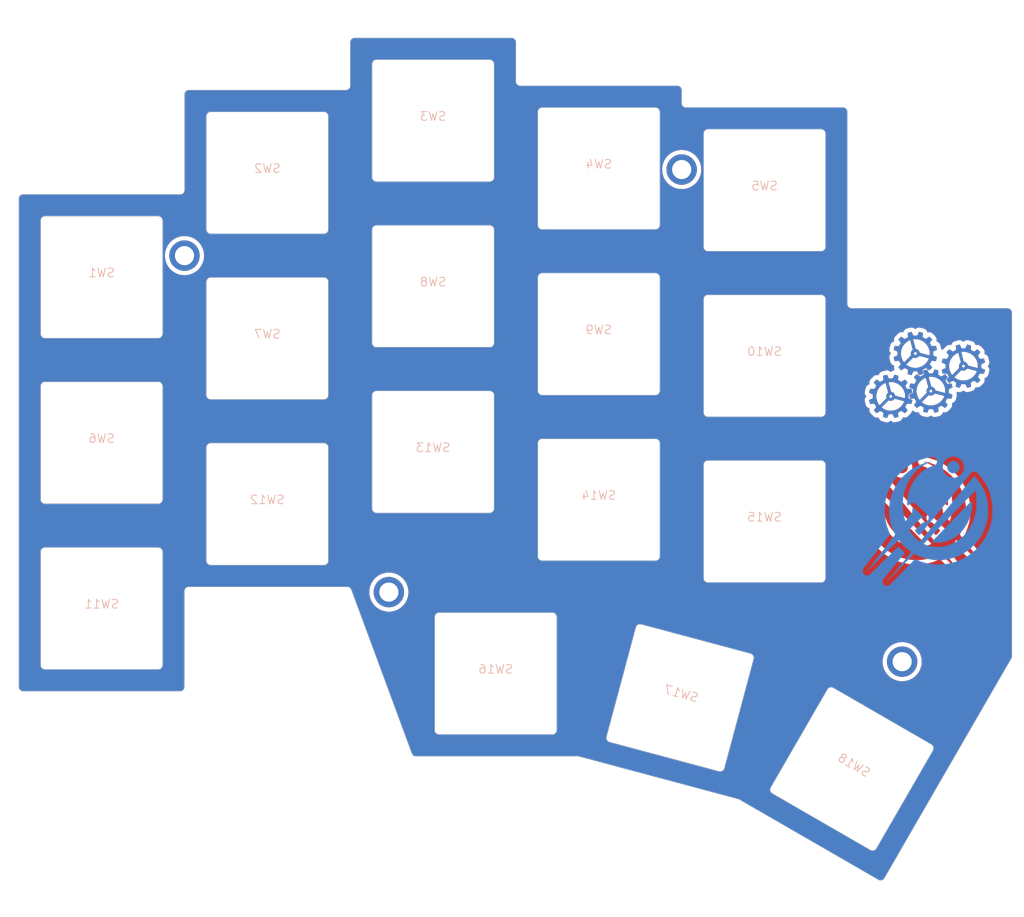
<source format=kicad_pcb>
(kicad_pcb (version 20241229) (generator "pcbnew") (generator_version "9.0")
  (layers (0 "F.Cu" signal) (2 "B.Cu" signal) (13 "F.Paste" user) (15 "B.Paste" user) (5 "F.SilkS" user "F.Silkscreen") (7 "B.SilkS" user "B.Silkscreen") (1 "F.Mask" user) (3 "B.Mask" user) (25 "Edge.Cuts" user))
  (net 0 "")
  (net 1 "GND")
  (footprint "MountingHole:MountingHole_2.2mm_M2_ISO7380_Pad" (layer "F.Cu") (at 186.542669 120.584892)
    (property "Reference" "H4" (hide yes))
    (property "Value" "MountingHole")
    (pad "1" thru_hole circle (at 0 0) (size 3.5 3.5) (drill 2.2) (layers "*.Cu" "*.Mask"))
  )
  (footprint "MountingHole:MountingHole_2.2mm_M2_ISO7380_Pad" (layer "F.Cu") (at 104.05061 73.887617)
    (property "Reference" "H1" (hide yes))
    (property "Value" "MountingHole")
    (pad "1" thru_hole circle (at 0 0) (size 3.5 3.5) (drill 2.2) (layers "*.Cu" "*.Mask"))
  )
  (footprint "MountingHole:MountingHole_2.2mm_M2_ISO7380_Pad" (layer "F.Cu") (at 127.542669 112.584892)
    (property "Reference" "H3" (hide yes))
    (property "Value" "MountingHole")
    (pad "1" thru_hole circle (at 0 0) (size 3.5 3.5) (drill 2.2) (layers "*.Cu" "*.Mask"))
  )
  (footprint "switch-plate:gears" (layer "F.Cu") (at 189.5 87.5)
    (property "Reference" "G***" (hide yes))
    (property "Value" "LOGO" (hide yes))
    (fp_poly (pts (xy -4.667303 0.144433) (xy -4.650954 0.178157) (xy -4.628031 0.225949) (xy -4.601151 0.282331) (xy -4.57293 0.341825) (xy -4.562259 0.364403) (xy -4.489614 0.518294) (xy -4.270544 0.518294) (xy -4.051475 0.518294) (xy -3.950036 0.301907) (xy -3.920297 0.238916) (xy -3.893421 0.182839) (xy -3.870807 0.136523) (xy -3.853853 0.102818) (xy -3.843956 0.084573) (xy -3.842176 0.082165) (xy -3.830299 0.083871) (xy -3.800766 0.090553) (xy -3.756737 0.101423) (xy -3.701372 0.115694) (xy -3.637831 0.132581) (xy -3.617069 0.138197) (xy -3.398383 0.197585) (xy -3.398516 0.236447) (xy -3.399515 0.260323) (xy -3.402187 0.301063) (xy -3.40619 0.354026) (xy -3.411178 0.414572) (xy -3.414582 0.453498) (xy -3.419973 0.515404) (xy -3.424601 0.571615) (xy -3.428128 0.617791) (xy -3.430219 0.649594) (xy -3.430647 0.660444) (xy -3.429118 0.671363) (xy -3.4228 0.682409) (xy -3.409255 0.695372) (xy -3.386048 0.712038) (xy -3.350742 0.734197) (xy -3.300899 0.763634) (xy -3.249892 0.79307) (xy -3.193401 0.825409) (xy -3.143322 0.853887) (xy -3.102665 0.87681) (xy -3.074441 0.89248) (xy -3.061661 0.8992) (xy -3.061382 0.899305) (xy -3.050685 0.894112) (xy -3.024894 0.87826) (xy -2.986619 0.853454) (xy -2.938475 0.821402) (xy -2.883073 0.783811) (xy -2.852394 0.762731) (xy -2.651026 0.623793) (xy -2.509037 0.766227) (xy -2.462599 0.813167) (xy -2.420346 0.856544) (xy -2.385119 0.893388) (xy -2.359759 0.920731) (xy -2.347562 0.934974) (xy -2.328075 0.961286) (xy -2.45648 1.147464) (xy -2.495324 1.203889) (xy -2.53023 1.254785) (xy -2.559245 1.297292) (xy -2.580417 1.328546) (xy -2.591793 1.345685) (xy -2.592945 1.347544) (xy -2.590504 1.361803) (xy -2.577508 1.392539) (xy -2.55486 1.437917) (xy -2.52346 1.496106) (xy -2.495875 1.545015) (xy -2.463192 1.601698) (xy -2.433988 1.651623) (xy -2.410001 1.691874) (xy -2.392972 1.719535) (xy -2.38464 1.731692) (xy -2.384296 1.731977) (xy -2.372111 1.732083) (xy -2.341597 1.730487) (xy -2.29594 1.727408) (xy -2.238324 1.723069) (xy -2.171933 1.71769) (xy -2.141447 1.71511) (xy -2.072379 1.709422) (xy -2.010821 1.704795) (xy -1.959931 1.701429) (xy -1.922865 1.699527) (xy -1.90278 1.699287) (xy -1.900143 1.699753) (xy -1.895375 1.711831) (xy -1.886492 1.74081) (xy -1.874472 1.782955) (xy -1.860294 1.834533) (xy -1.844939 1.89181) (xy -1.829385 1.951053) (xy -1.814612 2.008528) (xy -1.801598 2.060502) (xy -1.791323 2.103241) (xy -1.784766 2.133011) (xy -1.782907 2.146079) (xy -1.783018 2.146325) (xy -1.793844 2.152202) (xy -1.821341 2.165847) (xy -1.862621 2.185863) (xy -1.914796 2.210856) (xy -1.974979 2.239428) (xy -2.001947 2.252159) (xy -2.215857 2.352974) (xy -2.215857 2.571848) (xy -2.215857 2.790722) (xy -2.00527 2.890594) (xy -1.942856 2.920157) (xy -1.886941 2.946569) (xy -1.840501 2.968432) (xy -1.806512 2.984345) (xy -1.787947 2.992909) (xy -1.785576 2.993938) (xy -1.785863 3.004654) (xy -1.790991 3.032449) (xy -1.800009 3.073593) (xy -1.811971 3.124357) (xy -1.825926 3.181011) (xy -1.840926 3.239825) (xy -1.856023 3.297071) (xy -1.870268 3.349017) (xy -1.882712 3.391936) (xy -1.892406 3.422096) (xy -1.897727 3.434838) (xy -1.9049 3.439011) (xy -1.921639 3.441263) (xy -1.950254 3.441539) (xy -1.993053 3.439781) (xy -2.052348 3.435934) (xy -2.130449 3.429939) (xy -2.144844 3.428777) (xy -2.214212 3.423343) (xy -2.275993 3.418879) (xy -2.327068 3.415579) (xy -2.364314 3.413637) (xy -2.384613 3.413248) (xy -2.387406 3.413651) (xy -2.395044 3.42552) (xy -2.410989 3.452265) (xy -2.433239 3.49038) (xy -2.459795 3.536358) (xy -2.488656 3.586693) (xy -2.517822 3.63788) (xy -2.545292 3.686413) (xy -2.569067 3.728785) (xy -2.587145 3.761491) (xy -2.597526 3.781024) (xy -2.599233 3.784922) (xy -2.593337 3.795406) (xy -2.576832 3.820938) (xy -2.551493 3.858872) (xy -2.519097 3.906561) (xy -2.481418 3.961359) (xy -2.464242 3.98615) (xy -2.424849 4.043199) (xy -2.389986 4.094301) (xy -2.361429 4.136801) (xy -2.340955 4.168043) (xy -2.330341 4.185374) (xy -2.32925 4.187875) (xy -2.336543 4.19759) (xy -2.356582 4.219578) (xy -2.386607 4.251077) (xy -2.423858 4.289324) (xy -2.465573 4.331558) (xy -2.508992 4.375017) (xy -2.551356 4.416938) (xy -2.589903 4.45456) (xy -2.621874 4.485122) (xy -2.644508 4.50586) (xy -2.655044 4.514013) (xy -2.655234 4.514042) (xy -2.665963 4.50813) (xy -2.691704 4.491583) (xy -2.729795 4.466184) (xy -2.777575 4.433715) (xy -2.832383 4.395959) (xy -2.85672 4.37905) (xy -2.913654 4.339619) (xy -2.964646 4.304729) (xy -3.00704 4.276162) (xy -3.038183 4.255699) (xy -3.055417 4.245124) (xy -3.057866 4.244059) (xy -3.068398 4.249144) (xy -3.094105 4.263067) (xy -3.131477 4.283828) (xy -3.177005 4.309427) (xy -3.22718 4.337867) (xy -3.278494 4.367146) (xy -3.327437 4.395266) (xy -3.3705 4.420228) (xy -3.404175 4.440032) (xy -3.424952 4.452679) (xy -3.429641 4.455886) (xy -3.430041 4.467238) (xy -3.428797 4.496988) (xy -3.426105 4.542019) (xy -3.422158 4.599207) (xy -3.417151 4.665434) (xy -3.414515 4.698448) (xy -3.408172 4.779772) (xy -3.403984 4.84192) (xy -3.401896 4.887204) (xy -3.40185 4.917933) (xy -3.40379 4.936416) (xy -3.40766 4.944965) (xy -3.408454 4.945565) (xy -3.424992 4.952201) (xy -3.457415 4.962386) (xy -3.501995 4.975173) (xy -3.555004 4.989612) (xy -3.612715 5.004755) (xy -3.6714 5.019653) (xy -3.727333 5.033357) (xy -3.776785 5.044919) (xy -3.816028 5.053389) (xy -3.841336 5.05782) (xy -3.849102 5.057716) (xy -3.854503 5.045666) (xy -3.867798 5.017091) (xy -3.887588 4.974962) (xy -3.912476 4.922253) (xy -3.941063 4.861936) (xy -3.952423 4.838022) (xy -4.052525 4.627435) (xy -4.271754 4.627435) (xy -4.490983 4.627435) (xy -4.594143 4.846121) (xy -4.624425 4.909175) (xy -4.652264 4.964996) (xy -4.676198 5.010821) (xy -4.694763 5.043889) (xy -4.706496 5.061437) (xy -4.709301 5.063534) (xy -4.722974 5.06039) (xy -4.75411 5.052363) (xy -4.799359 5.040345) (xy -4.855369 5.025227) (xy -4.918793 5.007901) (xy -4.93042 5.004704) (xy -4.994234 4.986986) (xy -5.050636 4.971034) (xy -5.096423 4.957778) (xy -5.128392 4.948147) (xy -5.143338 4.943071) (xy -5.143992 4.942695) (xy -5.144407 4.931113) (xy -5.143087 4.901169) (xy -5.140238 4.856012) (xy -5.136067 4.798791) (xy -5.130782 4.732655) (xy -5.128182 4.701845) (xy -5.122427 4.63265) (xy -5.11762 4.570853) (xy -5.113982 4.519639) (xy -5.111735 4.482194) (xy -5.111097 4.461705) (xy -5.111374 4.458901) (xy -5.121389 4.451749) (xy -5.147267 4.435672) (xy -5.186089 4.412415) (xy -5.234939 4.383722) (xy -5.2909 4.351339) (xy -5.298125 4.347191) (xy -5.366142 4.308999) (xy -5.421509 4.279644) (xy -5.462695 4.25988) (xy -5.488167 4.250458) (xy -5.495536 4.250216) (xy -5.508343 4.258589) (xy -5.536059 4.277298) (xy -5.575829 4.304399) (xy -5.624798 4.337943) (xy -5.680111 4.375982) (xy -5.697065 4.387669) (xy -5.88448 4.51693) (xy -6.050171 4.351497) (xy -6.215863 4.186064) (xy -6.133515 4.066571) (xy -6.096353 4.012716) (xy -6.057329 3.956283) (xy -6.021268 3.90424) (xy -5.994753 3.866083) (xy -5.980524 3.845655) (xy -5.314903 3.845655) (xy -5.271885 3.882144) (xy -5.227662 3.915604) (xy -5.169005 3.954192) (xy -5.101412 3.994719) (xy -5.030382 4.033999) (xy -4.961416 4.068844) (xy -4.909447 4.09221) (xy -4.751557 4.149634) (xy -4.592144 4.191752) (xy -4.516112 4.206061) (xy -4.444845 4.214068) (xy -4.358634 4.218262) (xy -4.263766 4.218807) (xy -4.166527 4.215866) (xy -4.073202 4.209605) (xy -3.990078 4.200188) (xy -3.937099 4.190915) (xy -3.825609 4.163795) (xy -3.723971 4.1316) (xy -3.622955 4.091086) (xy -3.533374 4.049016) (xy -3.369241 3.955871) (xy -3.217262 3.845142) (xy -3.078778 3.717946) (xy -2.955134 3.575396) (xy -2.941437 3.557417) (xy -2.914917 3.519329) (xy -2.884547 3.471221) (xy -2.852185 3.416566) (xy -2.819688 3.35884) (xy -2.788915 3.301518) (xy -2.761723 3.248076) (xy -2.73997 3.201989) (xy -2.725514 3.166732) (xy -2.720212 3.145781) (xy -2.720362 3.143854) (xy -2.728355 3.138118) (xy -2.751295 3.129033) (xy -2.790024 3.116358) (xy -2.845385 3.099848) (xy -2.918221 3.079262) (xy -3.009377 3.054356) (xy -3.119695 3.024887) (xy -3.250018 2.990612) (xy -3.273919 2.98437) (xy -3.395795 2.952618) (xy -3.498463 2.926029) (xy -3.583593 2.904229) (xy -3.652853 2.886846) (xy -3.707913 2.873508) (xy -3.750444 2.863844) (xy -3.782114 2.85748) (xy -3.804593 2.854045) (xy -3.81955 2.853167) (xy -3.828656 2.854472) (xy -3.833578 2.85759) (xy -3.834788 2.859329) (xy -3.847235 2.87636) (xy -3.869849 2.903043) (xy -3.897445 2.933291) (xy -3.971043 2.996005) (xy -4.056618 3.043113) (xy -4.150383 3.073775) (xy -4.248549 3.087148) (xy -4.347328 3.082391) (xy -4.442932 3.058663) (xy -4.449969 3.056057) (xy -4.513417 3.031971) (xy -4.6181 3.138547) (xy -4.650055 3.171049) (xy -4.69469 3.216404) (xy -4.749519 3.272087) (xy -4.812054 3.335574) (xy -4.87981 3.40434) (xy -4.950299 3.47586) (xy -5.018843 3.545388) (xy -5.314903 3.845655) (xy -5.980524 3.845655) (xy -5.938338 3.785088) (xy -6.042882 3.604791) (xy -6.075717 3.548423) (xy -6.105079 3.498506) (xy -6.129176 3.458048) (xy -6.146216 3.430056) (xy -6.154406 3.417538) (xy -6.154619 3.417301) (xy -6.167024 3.416046) (xy -6.197758 3.416533) (xy -6.243636 3.418605) (xy -6.301471 3.422105) (xy -6.368079 3.426877) (xy -6.399919 3.429385) (xy -6.469234 3.434783) (xy -6.531021 3.439187) (xy -6.582136 3.442406) (xy -6.61944 3.444249) (xy -6.639791 3.444528) (xy -6.642587 3.444086) (xy -6.64662 3.432749) (xy -6.655296 3.403664) (xy -6.66773 3.359959) (xy -6.683036 3.304765) (xy -6.700328 3.241213) (xy -6.706154 3.219556) (xy -6.765158 2.999602) (xy -6.596375 2.919037) (xy -6.536671 2.890678) (xy -6.479793 2.863915) (xy -6.430273 2.840862) (xy -6.392641 2.823632) (xy -6.376295 2.816381) (xy -6.324998 2.79429) (xy -6.324998 2.581229) (xy -5.920369 2.581229) (xy -5.908926 2.761143) (xy -5.877441 2.94029) (xy -5.825697 3.117142) (xy -5.753478 3.290169) (xy -5.728474 3.339795) (xy -5.702368 3.38725) (xy -5.672944 3.436982) (xy -5.642545 3.485457) (xy -5.613518 3.529139) (xy -5.58821 3.564494) (xy -5.568965 3.587988) (xy -5.558381 3.5961) (xy -5.549552 3.588615) (xy -5.527512 3.567345) (xy -5.494028 3.534068) (xy -5.450865 3.490562) (xy -5.399789 3.438605) (xy -5.342566 3.379975) (xy -5.293057 3.328954) (xy -5.223978 3.257614) (xy -5.152493 3.183838) (xy -5.081837 3.110961) (xy -5.015243 3.042317) (xy -4.955945 2.981239) (xy -4.907177 2.931063) (xy -4.891815 2.915277) (xy -4.74915 2.768744) (xy -4.766003 2.715351) (xy -4.779285 2.650382) (xy -4.783463 2.574733) (xy -4.783157 2.569731) (xy -4.434151 2.569731) (xy -4.426676 2.623978) (xy -4.404938 2.67341) (xy -4.36915 2.712966) (xy -4.356387 2.721738) (xy -4.310885 2.738694) (xy -4.257593 2.742686) (xy -4.205982 2.73373) (xy -4.178535 2.721413) (xy -4.134306 2.683105) (xy -4.106299 2.634904) (xy -4.094763 2.581307) (xy -4.099946 2.526813) (xy -4.122098 2.47592) (xy -4.161466 2.433127) (xy -4.162558 2.432287) (xy -4.208526 2.409469) (xy -4.262928 2.400776) (xy -4.317856 2.406345) (xy -4.365401 2.426317) (xy -4.368844 2.428679) (xy -4.40545 2.467022) (xy -4.427148 2.515725) (xy -4.434151 2.569731) (xy -4.783157 2.569731) (xy -4.778719 2.497228) (xy -4.765235 2.426689) (xy -4.759702 2.408757) (xy -4.72077 2.321349) (xy -4.66817 2.242518) (xy -4.610125 2.182008) (xy -4.560623 2.139695) (xy -4.704584 1.601677) (xy -4.732574 1.497191) (xy -4.75902 1.398698) (xy -4.783372 1.308232) (xy -4.805079 1.227828) (xy -4.823591 1.15952) (xy -4.838357 1.105343) (xy -4.848827 1.067331) (xy -4.85445 1.047519) (xy -4.855125 1.045384) (xy -4.86037 1.037206) (xy -4.870885 1.03548) (xy -4.890859 1.041027) (xy -4.924484 1.054672) (xy -4.942693 1.062581) (xy -5.097209 1.141185) (xy -5.243221 1.238185) (xy -5.382196 1.354627) (xy -5.457499 1.428718) (xy -5.580282 1.571213) (xy -5.68454 1.723637) (xy -5.770056 1.884464) (xy -5.836614 2.052165) (xy -5.883996 2.225212) (xy -5.911987 2.402076) (xy -5.920369 2.581229) (xy -6.324998 2.581229) (xy -6.324998 2.573891) (xy -6.324998 2.353491) (xy -6.484288 2.278433) (xy -6.543721 2.25035) (xy -6.601447 2.222935) (xy -6.652347 2.198629) (xy -6.691304 2.179872) (xy -6.704406 2.173483) (xy -6.765235 2.143591) (xy -6.705929 1.922205) (xy -6.688241 1.856524) (xy -6.67238 1.798286) (xy -6.659203 1.750584) (xy -6.649566 1.716511) (xy -6.644327 1.69916) (xy -6.643698 1.697616) (xy -6.632577 1.697571) (xy -6.603031 1.699211) (xy -6.558146 1.702316) (xy -6.501013 1.706667) (xy -6.434717 1.712042) (xy -6.399191 1.715038) (xy -6.329581 1.720923) (xy -6.267694 1.726046) (xy -6.216592 1.730162) (xy -6.179341 1.733026) (xy -6.159006 1.734394) (xy -6.156138 1.734439) (xy -6.150562 1.72516) (xy -6.13586 1.69998) (xy -6.11367 1.661725) (xy -6.085631 1.613221) (xy -6.05338 1.557293) (xy -6.046706 1.545704) (xy -5.938744 1.358191) (xy -6.059763 1.183927) (xy -6.098365 1.128255) (xy -6.133765 1.077044) (xy -6.163711 1.033561) (xy -6.185956 1.001073) (xy -6.198248 0.982846) (xy -6.198626 0.982267) (xy -6.216472 0.954872) (xy -6.206932 0.945347) (xy -4.512449 0.945347) (xy -4.51168 0.960382) (xy -4.507594 0.985709) (xy -4.499855 1.022756) (xy -4.488124 1.072951) (xy -4.472063 1.137722) (xy -4.451333 1.218497) (xy -4.425596 1.316704) (xy -4.394515 1.433771) (xy -4.381906 1.48098) (xy -4.354093 1.584953) (xy -4.327875 1.682919) (xy -4.303799 1.772834) (xy -4.282413 1.852656) (xy -4.264265 1.920341) (xy -4.249901 1.973847) (xy -4.23987 2.011132) (xy -4.234718 2.030153) (xy -4.234231 2.031906) (xy -4.221111 2.044889) (xy -4.188549 2.057603) (xy -4.149857 2.067444) (xy -4.05181 2.099909) (xy -3.964154 2.150495) (xy -3.888748 2.21748) (xy -3.827449 2.299143) (xy -3.782115 2.393763) (xy -3.774908 2.414775) (xy -3.762867 2.451618) (xy -3.753384 2.479421) (xy -3.748334 2.492695) (xy -3.748138 2.493023) (xy -3.737463 2.496471) (xy -3.70785 2.50496) (xy -3.66123 2.517962) (xy -3.599532 2.534949) (xy -3.524686 2.555392) (xy -3.438624 2.578764) (xy -3.343275 2.604536) (xy -3.240569 2.632179) (xy -3.191142 2.645444) (xy -3.068411 2.678284) (xy -2.964876 2.705807) (xy -2.878902 2.728392) (xy -2.808851 2.746419) (xy -2.753088 2.760269) (xy -2.709975 2.770321) (xy -2.677876 2.776956) (xy -2.655155 2.780555) (xy -2.640175 2.781497) (xy -2.6313 2.780163) (xy -2.626892 2.776932) (xy -2.626671 2.776582) (xy -2.623208 2.760296) (xy -2.620281 2.726453) (xy -2.618095 2.679088) (xy -2.616858 2.622241) (xy -2.616662 2.580964) (xy -2.619383 2.462275) (xy -2.627774 2.357601) (xy -2.642933 2.259846) (xy -2.66596 2.161916) (xy -2.697716 2.057428) (xy -2.766551 1.88246) (xy -2.852686 1.71916) (xy -2.954807 1.568406) (xy -3.071599 1.431079) (xy -3.201748 1.30806) (xy -3.343937 1.200229) (xy -3.496853 1.108467) (xy -3.65918 1.033652) (xy -3.829605 0.976666) (xy -4.006811 0.93839) (xy -4.189484 0.919702) (xy -4.37631 0.921484) (xy -4.392678 0.922633) (xy -4.438955 0.926877) (xy -4.477792 0.931858) (xy -4.503633 0.936795) (xy -4.510242 0.939176) (xy -4.512449 0.945347) (xy -6.206932 0.945347) (xy -6.051496 0.790154) (xy -5.886521 0.625437) (xy -5.685744 0.764953) (xy -5.484966 0.90447) (xy -5.297521 0.796547) (xy -5.240465 0.763667) (xy -5.190263 0.734677) (xy -5.149746 0.711218) (xy -5.121743 0.694928) (xy -5.109084 0.687447) (xy -5.108645 0.687154) (xy -5.109112 0.676465) (xy -5.111207 0.647322) (xy -5.11469 0.602788) (xy -5.119316 0.545927) (xy -5.124844 0.479803) (xy -5.127894 0.443949) (xy -5.133719 0.374226) (xy -5.138639 0.312132) (xy -5.142432 0.260752) (xy -5.144875 0.223172) (xy -5.145747 0.202476) (xy -5.145523 0.199423) (xy -5.134658 0.195935) (xy -5.106005 0.187764) (xy -5.062657 0.175764) (xy -5.007704 0.160787) (xy -4.944236 0.143686) (xy -4.921087 0.137491) (xy -4.699701 0.078352)) (fill yes) (layer "F.Cu"))
    (fp_poly (pts (xy -1.842529 -4.785258) (xy -1.82618 -4.751534) (xy -1.803257 -4.703742) (xy -1.776377 -4.64736) (xy -1.748156 -4.587866) (xy -1.737485 -4.565288) (xy -1.66484 -4.411397) (xy -1.44577 -4.411397) (xy -1.226701 -4.411397) (xy -1.125262 -4.627784) (xy -1.095523 -4.690775) (xy -1.068647 -4.746852) (xy -1.046033 -4.793168) (xy -1.029079 -4.826873) (xy -1.019182 -4.845118) (xy -1.017402 -4.847526) (xy -1.005525 -4.84582) (xy -0.975992 -4.839138) (xy -0.931963 -4.828268) (xy -0.876598 -4.813997) (xy -0.813057 -4.79711) (xy -0.792295 -4.791494) (xy -0.573609 -4.732106) (xy -0.573742 -4.693244) (xy -0.574741 -4.669368) (xy -0.577413 -4.628628) (xy -0.581416 -4.575665) (xy -0.586404 -4.515119) (xy -0.589808 -4.476193) (xy -0.595199 -4.414287) (xy -0.599827 -4.358076) (xy -0.603354 -4.3119) (xy -0.605445 -4.280097) (xy -0.605873 -4.269247) (xy -0.604344 -4.258328) (xy -0.598026 -4.247282) (xy -0.584481 -4.234319) (xy -0.561274 -4.217653) (xy -0.525968 -4.195494) (xy -0.476125 -4.166057) (xy -0.425118 -4.136621) (xy -0.368627 -4.104282) (xy -0.318548 -4.075804) (xy -0.277891 -4.052881) (xy -0.249667 -4.037211) (xy -0.236887 -4.030491) (xy -0.236608 -4.030386) (xy -0.225911 -4.035579) (xy -0.20012 -4.051431) (xy -0.161845 -4.076237) (xy -0.113701 -4.108289) (xy -0.058299 -4.14588) (xy -0.02762 -4.16696) (xy 0.173748 -4.305898) (xy 0.315737 -4.163464) (xy 0.362175 -4.116524) (xy 0.404428 -4.073147) (xy 0.439655 -4.036303) (xy 0.465015 -4.00896) (xy 0.477212 -3.994717) (xy 0.496699 -3.968405) (xy 0.368294 -3.782227) (xy 0.32945 -3.725802) (xy 0.294544 -3.674906) (xy 0.265529 -3.632399) (xy 0.244357 -3.601145) (xy 0.232981 -3.584006) (xy 0.231829 -3.582147) (xy 0.23427 -3.567888) (xy 0.247266 -3.537152) (xy 0.269914 -3.491774) (xy 0.301314 -3.433585) (xy 0.328899 -3.384676) (xy 0.361582 -3.327993) (xy 0.390786 -3.278068) (xy 0.414773 -3.237817) (xy 0.431802 -3.210156) (xy 0.440134 -3.197999) (xy 0.440478 -3.197714) (xy 0.452663 -3.197608) (xy 0.483177 -3.199204) (xy 0.528834 -3.202283) (xy 0.58645 -3.206622) (xy 0.652841 -3.212001) (xy 0.683327 -3.214581) (xy 0.752395 -3.220269) (xy 0.813953 -3.224896) (xy 0.864843 -3.228262) (xy 0.901909 -3.230164) (xy 0.921994 -3.230404) (xy 0.924631 -3.229938) (xy 0.929399 -3.21786) (xy 0.938282 -3.188881) (xy 0.950302 -3.146736) (xy 0.96448 -3.095158) (xy 0.979835 -3.037881) (xy 0.995389 -2.978638) (xy 1.010162 -2.921163) (xy 1.023176 -2.869189) (xy 1.033451 -2.82645) (xy 1.040008 -2.79668) (xy 1.041867 -2.783612) (xy 1.041756 -2.783366) (xy 1.03093 -2.777489) (xy 1.003433 -2.763844) (xy 0.962153 -2.743828) (xy 0.909978 -2.718835) (xy 0.849795 -2.690263) (xy 0.822827 -2.677532) (xy 0.608917 -2.576717) (xy 0.608917 -2.357843) (xy 0.608917 -2.138969) (xy 0.819504 -2.039097) (xy 0.881918 -2.009534) (xy 0.937833 -1.983122) (xy 0.984273 -1.961259) (xy 1.018262 -1.945346) (xy 1.036827 -1.936782) (xy 1.039198 -1.935753) (xy 1.038911 -1.925037) (xy 1.033783 -1.897242) (xy 1.024765 -1.856098) (xy 1.012803 -1.805334) (xy 0.998848 -1.74868) (xy 0.983848 -1.689866) (xy 0.968751 -1.63262) (xy 0.954506 -1.580674) (xy 0.942062 -1.537755) (xy 0.932368 -1.507595) (xy 0.927047 -1.494853) (xy 0.919874 -1.49068) (xy 0.903135 -1.488428) (xy 0.87452 -1.488152) (xy 0.831721 -1.48991) (xy 0.772426 -1.493757) (xy 0.694325 -1.499752) (xy 0.67993 -1.500914) (xy 0.610562 -1.506348) (xy 0.548781 -1.510812) (xy 0.497706 -1.514112) (xy 0.46046 -1.516054) (xy 0.440161 -1.516443) (xy 0.437368 -1.51604) (xy 0.42973 -1.504171) (xy 0.413785 -1.477426) (xy 0.391535 -1.439311) (xy 0.364979 -1.393333) (xy 0.336118 -1.342998) (xy 0.306952 -1.291811) (xy 0.279482 -1.243278) (xy 0.255707 -1.200906) (xy 0.237629 -1.1682) (xy 0.227248 -1.148667) (xy 0.225541 -1.144769) (xy 0.231437 -1.134285) (xy 0.247942 -1.108753) (xy 0.273281 -1.070819) (xy 0.305677 -1.02313) (xy 0.343356 -0.968332) (xy 0.360532 -0.943541) (xy 0.399925 -0.886492) (xy 0.434788 -0.83539) (xy 0.463345 -0.79289) (xy 0.483819 -0.761648) (xy 0.494433 -0.744317) (xy 0.495524 -0.741816) (xy 0.488231 -0.732101) (xy 0.468192 -0.710113) (xy 0.438167 -0.678614) (xy 0.400916 -0.640367) (xy 0.359201 -0.598133) (xy 0.315782 -0.554674) (xy 0.273418 -0.512753) (xy 0.234871 -0.475131) (xy 0.2029 -0.444569) (xy 0.180266 -0.423831) (xy 0.16973 -0.415678) (xy 0.16954 -0.415649) (xy 0.158811 -0.421561) (xy 0.13307 -0.438108) (xy 0.094979 -0.463507) (xy 0.047199 -0.495976) (xy -0.007609 -0.533732) (xy -0.031946 -0.550641) (xy -0.08888 -0.590072) (xy -0.139872 -0.624962) (xy -0.182266 -0.653529) (xy -0.213409 -0.673992) (xy -0.230643 -0.684567) (xy -0.233092 -0.685632) (xy -0.243624 -0.680547) (xy -0.269331 -0.666624) (xy -0.306703 -0.645863) (xy -0.352231 -0.620264) (xy -0.402406 -0.591824) (xy -0.45372 -0.562545) (xy -0.502663 -0.534425) (xy -0.545726 -0.509463) (xy -0.579401 -0.489659) (xy -0.600178 -0.477012) (xy -0.604867 -0.473805) (xy -0.605267 -0.462453) (xy -0.604023 -0.432703) (xy -0.601331 -0.387672) (xy -0.597384 -0.330484) (xy -0.592377 -0.264257) (xy -0.589741 -0.231243) (xy -0.583398 -0.149919) (xy -0.57921 -0.087771) (xy -0.577122 -0.042487) (xy -0.577076 -0.011758) (xy -0.579016 0.006725) (xy -0.582886 0.015274) (xy -0.58368 0.015874) (xy -0.600218 0.02251) (xy -0.632641 0.032695) (xy -0.677221 0.045482) (xy -0.73023 0.059921) (xy -0.787941 0.075064) (xy -0.846626 0.089962) (xy -0.902559 0.103666) (xy -0.952011 0.115228) (xy -0.991254 0.123698) (xy -1.016562 0.128129) (xy -1.024328 0.128025) (xy -1.029729 0.115975) (xy -1.043024 0.0874) (xy -1.062814 0.045271) (xy -1.087702 -0.007438) (xy -1.116289 -0.067755) (xy -1.127649 -0.091669) (xy -1.227751 -0.302256) (xy -1.44698 -0.302256) (xy -1.666209 -0.302256) (xy -1.769369 -0.08357) (xy -1.799651 -0.020516) (xy -1.82749 0.035305) (xy -1.851424 0.08113) (xy -1.869989 0.114198) (xy -1.881722 0.131746) (xy -1.884527 0.133843) (xy -1.8982 0.130699) (xy -1.929336 0.122672) (xy -1.974585 0.110654) (xy -2.030595 0.095536) (xy -2.094019 0.07821) (xy -2.105646 0.075013) (xy -2.16946 0.057295) (xy -2.225862 0.041343) (xy -2.271649 0.028087) (xy -2.303618 0.018456) (xy -2.318564 0.01338) (xy -2.319218 0.013004) (xy -2.319633 0.001422) (xy -2.318313 -0.028522) (xy -2.315464 -0.073679) (xy -2.311293 -0.1309) (xy -2.306008 -0.197036) (xy -2.303408 -0.227846) (xy -2.297653 -0.297041) (xy -2.292846 -0.358838) (xy -2.289208 -0.410052) (xy -2.286961 -0.447497) (xy -2.286323 -0.467986) (xy -2.2866 -0.47079) (xy -2.296615 -0.477942) (xy -2.322493 -0.494019) (xy -2.361315 -0.517276) (xy -2.410165 -0.545969) (xy -2.466126 -0.578352) (xy -2.473351 -0.5825) (xy -2.541368 -0.620692) (xy -2.596735 -0.650047) (xy -2.637921 -0.669811) (xy -2.663393 -0.679233) (xy -2.670762 -0.679475) (xy -2.683569 -0.671102) (xy -2.711285 -0.652393) (xy -2.751055 -0.625292) (xy -2.800024 -0.591748) (xy -2.855337 -0.553709) (xy -2.872291 -0.542022) (xy -3.059706 -0.412761) (xy -3.225397 -0.578194) (xy -3.391089 -0.743627) (xy -3.308741 -0.86312) (xy -3.271579 -0.916975) (xy -3.232555 -0.973408) (xy -3.196494 -1.025451) (xy -3.169979 -1.063608) (xy -3.15575 -1.084036) (xy -2.490129 -1.084036) (xy -2.447111 -1.047547) (xy -2.402888 -1.014087) (xy -2.344231 -0.975499) (xy -2.276638 -0.934972) (xy -2.205608 -0.895692) (xy -2.136642 -0.860847) (xy -2.084673 -0.837481) (xy -1.926783 -0.780057) (xy -1.76737 -0.737939) (xy -1.691338 -0.72363) (xy -1.620071 -0.715623) (xy -1.53386 -0.711429) (xy -1.438992 -0.710884) (xy -1.341753 -0.713825) (xy -1.248428 -0.720086) (xy -1.165304 -0.729503) (xy -1.112325 -0.738776) (xy -1.000835 -0.765896) (xy -0.899197 -0.798091) (xy -0.798181 -0.838605) (xy -0.7086 -0.880675) (xy -0.544467 -0.97382) (xy -0.392488 -1.084549) (xy -0.254004 -1.211745) (xy -0.13036 -1.354295) (xy -0.116663 -1.372274) (xy -0.090143 -1.410362) (xy -0.059773 -1.45847) (xy -0.027411 -1.513125) (xy 0.005086 -1.570851) (xy 0.035859 -1.628173) (xy 0.063051 -1.681615) (xy 0.084804 -1.727702) (xy 0.09926 -1.762959) (xy 0.104562 -1.78391) (xy 0.104412 -1.785837) (xy 0.096419 -1.791573) (xy 0.073479 -1.800658) (xy 0.03475 -1.813333) (xy -0.020611 -1.829843) (xy -0.093447 -1.850429) (xy -0.184603 -1.875335) (xy -0.294921 -1.904804) (xy -0.425244 -1.939079) (xy -0.449145 -1.945321) (xy -0.571021 -1.977073) (xy -0.673689 -2.003662) (xy -0.758819 -2.025462) (xy -0.828079 -2.042845) (xy -0.883139 -2.056183) (xy -0.92567 -2.065847) (xy -0.95734 -2.072211) (xy -0.979819 -2.075646) (xy -0.994776 -2.076524) (xy -1.003882 -2.075219) (xy -1.008804 -2.072101) (xy -1.010014 -2.070362) (xy -1.022461 -2.053331) (xy -1.045075 -2.026648) (xy -1.072671 -1.9964) (xy -1.146269 -1.933686) (xy -1.231844 -1.886578) (xy -1.325609 -1.855916) (xy -1.423775 -1.842543) (xy -1.522554 -1.8473) (xy -1.618158 -1.871028) (xy -1.625195 -1.873634) (xy -1.688643 -1.89772) (xy -1.793326 -1.791144) (xy -1.825281 -1.758642) (xy -1.869916 -1.713287) (xy -1.924745 -1.657604) (xy -1.98728 -1.594117) (xy -2.055036 -1.525351) (xy -2.125525 -1.453831) (xy -2.194069 -1.384303) (xy -2.490129 -1.084036) (xy -3.15575 -1.084036) (xy -3.113564 -1.144603) (xy -3.218108 -1.3249) (xy -3.250943 -1.381268) (xy -3.280305 -1.431185) (xy -3.304402 -1.471643) (xy -3.321442 -1.499635) (xy -3.329632 -1.512153) (xy -3.329845 -1.51239) (xy -3.34225 -1.513645) (xy -3.372984 -1.513158) (xy -3.418862 -1.511086) (xy -3.476697 -1.507586) (xy -3.543305 -1.502814) (xy -3.575145 -1.500306) (xy -3.64446 -1.494908) (xy -3.706247 -1.490504) (xy -3.757362 -1.487285) (xy -3.794666 -1.485442) (xy -3.815017 -1.485163) (xy -3.817813 -1.485605) (xy -3.821846 -1.496942) (xy -3.830522 -1.526027) (xy -3.842956 -1.569732) (xy -3.858262 -1.624926) (xy -3.875554 -1.688478) (xy -3.88138 -1.710135) (xy -3.940384 -1.930089) (xy -3.771601 -2.010654) (xy -3.711897 -2.039013) (xy -3.655019 -2.065776) (xy -3.605499 -2.088829) (xy -3.567867 -2.106059) (xy -3.551521 -2.11331) (xy -3.500224 -2.135401) (xy -3.500224 -2.348462) (xy -3.095595 -2.348462) (xy -3.084152 -2.168548) (xy -3.052667 -1.989401) (xy -3.000923 -1.812549) (xy -2.928704 -1.639522) (xy -2.9037 -1.589896) (xy -2.877594 -1.542441) (xy -2.84817 -1.492709) (xy -2.817771 -1.444234) (xy -2.788744 -1.400552) (xy -2.763436 -1.365197) (xy -2.744191 -1.341703) (xy -2.733607 -1.333591) (xy -2.724778 -1.341076) (xy -2.702738 -1.362346) (xy -2.669254 -1.395623) (xy -2.626091 -1.439129) (xy -2.575015 -1.491086) (xy -2.517792 -1.549716) (xy -2.468283 -1.600737) (xy -2.399204 -1.672077) (xy -2.327719 -1.745853) (xy -2.257063 -1.81873) (xy -2.190469 -1.887374) (xy -2.131171 -1.948452) (xy -2.082403 -1.998628) (xy -2.067041 -2.014414) (xy -1.924376 -2.160947) (xy -1.941229 -2.21434) (xy -1.954511 -2.279309) (xy -1.958689 -2.354958) (xy -1.958383 -2.35996) (xy -1.609377 -2.35996) (xy -1.601902 -2.305713) (xy -1.580164 -2.256281) (xy -1.544376 -2.216725) (xy -1.531613 -2.207953) (xy -1.486111 -2.190997) (xy -1.432819 -2.187005) (xy -1.381208 -2.195961) (xy -1.353761 -2.208278) (xy -1.309532 -2.246586) (xy -1.281525 -2.294787) (xy -1.269989 -2.348384) (xy -1.275172 -2.402878) (xy -1.297324 -2.453771) (xy -1.336692 -2.496564) (xy -1.337784 -2.497404) (xy -1.383752 -2.520222) (xy -1.438154 -2.528915) (xy -1.493082 -2.523346) (xy -1.540627 -2.503374) (xy -1.54407 -2.501012) (xy -1.580676 -2.462669) (xy -1.602374 -2.413966) (xy -1.609377 -2.35996) (xy -1.958383 -2.35996) (xy -1.953945 -2.432463) (xy -1.940461 -2.503002) (xy -1.934928 -2.520934) (xy -1.895996 -2.608342) (xy -1.843396 -2.687173) (xy -1.785351 -2.747683) (xy -1.735849 -2.789996) (xy -1.87981 -3.328014) (xy -1.9078 -3.4325) (xy -1.934246 -3.530993) (xy -1.958598 -3.621459) (xy -1.980305 -3.701863) (xy -1.998817 -3.770171) (xy -2.013583 -3.824348) (xy -2.024053 -3.86236) (xy -2.029676 -3.882172) (xy -2.030351 -3.884307) (xy -2.035596 -3.892485) (xy -2.046111 -3.894211) (xy -2.066085 -3.888664) (xy -2.09971 -3.875019) (xy -2.117919 -3.86711) (xy -2.272435 -3.788506) (xy -2.418447 -3.691506) (xy -2.557422 -3.575064) (xy -2.632725 -3.500973) (xy -2.755508 -3.358478) (xy -2.859766 -3.206054) (xy -2.945282 -3.045227) (xy -3.01184 -2.877526) (xy -3.059222 -2.704479) (xy -3.087213 -2.527615) (xy -3.095595 -2.348462) (xy -3.500224 -2.348462) (xy -3.500224 -2.3558) (xy -3.500224 -2.5762) (xy -3.659514 -2.651258) (xy -3.718947 -2.679341) (xy -3.776673 -2.706756) (xy -3.827573 -2.731062) (xy -3.86653 -2.749819) (xy -3.879632 -2.756208) (xy -3.940461 -2.7861) (xy -3.881155 -3.007486) (xy -3.863467 -3.073167) (xy -3.847606 -3.131405) (xy -3.834429 -3.179107) (xy -3.824792 -3.21318) (xy -3.819553 -3.230531) (xy -3.818924 -3.232075) (xy -3.807803 -3.23212) (xy -3.778257 -3.23048) (xy -3.733372 -3.227375) (xy -3.676239 -3.223024) (xy -3.609943 -3.217649) (xy -3.574417 -3.214653) (xy -3.504807 -3.208768) (xy -3.44292 -3.203645) (xy -3.391818 -3.199529) (xy -3.354567 -3.196665) (xy -3.334232 -3.195297) (xy -3.331364 -3.195252) (xy -3.325788 -3.204531) (xy -3.311086 -3.229711) (xy -3.288896 -3.267966) (xy -3.260857 -3.31647) (xy -3.228606 -3.372398) (xy -3.221932 -3.383987) (xy -3.11397 -3.5715) (xy -3.234989 -3.745764) (xy -3.273591 -3.801436) (xy -3.308991 -3.852647) (xy -3.338937 -3.89613) (xy -3.361182 -3.928618) (xy -3.373474 -3.946845) (xy -3.373852 -3.947424) (xy -3.391698 -3.974819) (xy -3.382158 -3.984344) (xy -1.687675 -3.984344) (xy -1.686906 -3.969309) (xy -1.68282 -3.943982) (xy -1.675081 -3.906935) (xy -1.66335 -3.85674) (xy -1.647289 -3.791969) (xy -1.626559 -3.711194) (xy -1.600822 -3.612987) (xy -1.569741 -3.49592) (xy -1.557132 -3.448711) (xy -1.529319 -3.344738) (xy -1.503101 -3.246772) (xy -1.479025 -3.156857) (xy -1.457639 -3.077035) (xy -1.439491 -3.00935) (xy -1.425127 -2.955844) (xy -1.415096 -2.918559) (xy -1.409944 -2.899538) (xy -1.409457 -2.897785) (xy -1.396337 -2.884802) (xy -1.363775 -2.872088) (xy -1.325083 -2.862247) (xy -1.227036 -2.829782) (xy -1.13938 -2.779196) (xy -1.063974 -2.712211) (xy -1.002675 -2.630548) (xy -0.957341 -2.535928) (xy -0.950134 -2.514916) (xy -0.938093 -2.478073) (xy -0.92861 -2.45027) (xy -0.92356 -2.436996) (xy -0.923364 -2.436668) (xy -0.912689 -2.43322) (xy -0.883076 -2.424731) (xy -0.836456 -2.411729) (xy -0.774758 -2.394742) (xy -0.699912 -2.374299) (xy -0.61385 -2.350927) (xy -0.518501 -2.325155) (xy -0.415795 -2.297512) (xy -0.366368 -2.284247) (xy -0.243637 -2.251407) (xy -0.140102 -2.223884) (xy -0.054128 -2.201299) (xy 0.015923 -2.183272) (xy 0.071686 -2.169422) (xy 0.114799 -2.15937) (xy 0.146898 -2.152735) (xy 0.169619 -2.149136) (xy 0.184599 -2.148194) (xy 0.193474 -2.149528) (xy 0.197882 -2.152759) (xy 0.198103 -2.153109) (xy 0.201566 -2.169395) (xy 0.204493 -2.203238) (xy 0.206679 -2.250603) (xy 0.207916 -2.30745) (xy 0.208112 -2.348727) (xy 0.205391 -2.467416) (xy 0.197 -2.57209) (xy 0.181841 -2.669845) (xy 0.158814 -2.767775) (xy 0.127058 -2.872263) (xy 0.058223 -3.047231) (xy -0.027912 -3.210531) (xy -0.130033 -3.361285) (xy -0.246825 -3.498612) (xy -0.376974 -3.621631) (xy -0.519163 -3.729462) (xy -0.672079 -3.821224) (xy -0.834406 -3.896039) (xy -1.004831 -3.953025) (xy -1.182037 -3.991301) (xy -1.36471 -4.009989) (xy -1.551536 -4.008207) (xy -1.567904 -4.007058) (xy -1.614181 -4.002814) (xy -1.653018 -3.997833) (xy -1.678859 -3.992896) (xy -1.685468 -3.990515) (xy -1.687675 -3.984344) (xy -3.382158 -3.984344) (xy -3.226722 -4.139537) (xy -3.061747 -4.304254) (xy -2.86097 -4.164738) (xy -2.660192 -4.025221) (xy -2.472747 -4.133144) (xy -2.415691 -4.166024) (xy -2.365489 -4.195014) (xy -2.324972 -4.218473) (xy -2.296969 -4.234763) (xy -2.28431 -4.242244) (xy -2.283871 -4.242537) (xy -2.284338 -4.253226) (xy -2.286433 -4.282369) (xy -2.289916 -4.326903) (xy -2.294542 -4.383764) (xy -2.30007 -4.449888) (xy -2.30312 -4.485742) (xy -2.308945 -4.555465) (xy -2.313865 -4.617559) (xy -2.317658 -4.668939) (xy -2.320101 -4.706519) (xy -2.320973 -4.727215) (xy -2.320749 -4.730268) (xy -2.309884 -4.733756) (xy -2.281231 -4.741927) (xy -2.237883 -4.753927) (xy -2.18293 -4.768904) (xy -2.119462 -4.786005) (xy -2.096313 -4.7922) (xy -1.874927 -4.851339)) (fill yes) (layer "F.Cu"))
    (fp_poly (pts (xy -0.052613 -0.458355) (xy -0.036264 -0.424631) (xy -0.013341 -0.376839) (xy 0.013539 -0.320457) (xy 0.04176 -0.260963) (xy 0.052431 -0.238385) (xy 0.125076 -0.084494) (xy 0.344146 -0.084494) (xy 0.563215 -0.084494) (xy 0.664654 -0.300881) (xy 0.694393 -0.363872) (xy 0.721269 -0.419949) (xy 0.743883 -0.466265) (xy 0.760837 -0.49997) (xy 0.770734 -0.518215) (xy 0.772514 -0.520623) (xy 0.784391 -0.518917) (xy 0.813924 -0.512235) (xy 0.857953 -0.501365) (xy 0.913318 -0.487094) (xy 0.976859 -0.470207) (xy 0.997621 -0.464591) (xy 1.216307 -0.405203) (xy 1.216174 -0.366341) (xy 1.215175 -0.342465) (xy 1.212503 -0.301725) (xy 1.2085 -0.248762) (xy 1.203512 -0.188216) (xy 1.200108 -0.14929) (xy 1.194717 -0.087384) (xy 1.190089 -0.031173) (xy 1.186562 0.015003) (xy 1.184471 0.046806) (xy 1.184043 0.057656) (xy 1.185572 0.068575) (xy 1.19189 0.079621) (xy 1.205435 0.092584) (xy 1.228642 0.10925) (xy 1.263948 0.131409) (xy 1.313791 0.160846) (xy 1.364798 0.190282) (xy 1.421289 0.222621) (xy 1.471368 0.251099) (xy 1.512025 0.274022) (xy 1.540249 0.289692) (xy 1.553029 0.296412) (xy 1.553308 0.296517) (xy 1.564005 0.291324) (xy 1.589796 0.275472) (xy 1.628071 0.250666) (xy 1.676215 0.218614) (xy 1.731617 0.181023) (xy 1.762296 0.159943) (xy 1.963664 0.021005) (xy 2.105653 0.163439) (xy 2.152091 0.210379) (xy 2.194344 0.253756) (xy 2.229571 0.2906) (xy 2.254931 0.317943) (xy 2.267128 0.332186) (xy 2.286615 0.358498) (xy 2.15821 0.544676) (xy 2.119366 0.601101) (xy 2.08446 0.651997) (xy 2.055445 0.694504) (xy 2.034273 0.725758) (xy 2.022897 0.742897) (xy 2.021745 0.744756) (xy 2.024186 0.759015) (xy 2.037182 0.789751) (xy 2.05983 0.835129) (xy 2.09123 0.893318) (xy 2.118815 0.942227) (xy 2.151498 0.99891) (xy 2.180702 1.048835) (xy 2.204689 1.089086) (xy 2.221718 1.116747) (xy 2.23005 1.128904) (xy 2.230394 1.129189) (xy 2.242579 1.129295) (xy 2.273093 1.127699) (xy 2.31875 1.12462) (xy 2.376366 1.120281) (xy 2.442757 1.114902) (xy 2.473243 1.112322) (xy 2.542311 1.106634) (xy 2.603869 1.102007) (xy 2.654759 1.098641) (xy 2.691825 1.096739) (xy 2.71191 1.096499) (xy 2.714547 1.096965) (xy 2.719315 1.109043) (xy 2.728198 1.138022) (xy 2.740218 1.180167) (xy 2.754396 1.231745) (xy 2.769751 1.289022) (xy 2.785305 1.348265) (xy 2.800078 1.40574) (xy 2.813092 1.457714) (xy 2.823367 1.500453) (xy 2.829924 1.530223) (xy 2.831783 1.543291) (xy 2.831672 1.543537) (xy 2.820846 1.549414) (xy 2.793349 1.563059) (xy 2.752069 1.583075) (xy 2.699894 1.608068) (xy 2.639711 1.63664) (xy 2.612743 1.649371) (xy 2.398833 1.750186) (xy 2.398833 1.96906) (xy 2.398833 2.187934) (xy 2.60942 2.287806) (xy 2.671834 2.317369) (xy 2.727749 2.343781) (xy 2.774189 2.365644) (xy 2.808178 2.381557) (xy 2.826743 2.390121) (xy 2.829114 2.39115) (xy 2.828827 2.401866) (xy 2.823699 2.429661) (xy 2.814681 2.470805) (xy 2.802719 2.521569) (xy 2.788764 2.578223) (xy 2.773764 2.637037) (xy 2.758667 2.694283) (xy 2.744422 2.746229) (xy 2.731978 2.789148) (xy 2.722284 2.819308) (xy 2.716963 2.83205) (xy 2.70979 2.836223) (xy 2.693051 2.838475) (xy 2.664436 2.838751) (xy 2.621637 2.836993) (xy 2.562342 2.833146) (xy 2.484241 2.827151) (xy 2.469846 2.825989) (xy 2.400478 2.820555) (xy 2.338697 2.816091) (xy 2.287622 2.812791) (xy 2.250376 2.810849) (xy 2.230077 2.81046) (xy 2.227284 2.810863) (xy 2.219646 2.822732) (xy 2.203701 2.849477) (xy 2.181451 2.887592) (xy 2.154895 2.93357) (xy 2.126034 2.983905) (xy 2.096868 3.035092) (xy 2.069398 3.083625) (xy 2.045623 3.125997) (xy 2.027545 3.158703) (xy 2.017164 3.178236) (xy 2.015457 3.182134) (xy 2.021353 3.192618) (xy 2.037858 3.21815) (xy 2.063197 3.256084) (xy 2.095593 3.303773) (xy 2.133272 3.358571) (xy 2.150448 3.383362) (xy 2.189841 3.440411) (xy 2.224704 3.491513) (xy 2.253261 3.534013) (xy 2.273735 3.565255) (xy 2.284349 3.582586) (xy 2.28544 3.585087) (xy 2.278147 3.594802) (xy 2.258108 3.61679) (xy 2.228083 3.648289) (xy 2.190832 3.686536) (xy 2.149117 3.72877) (xy 2.105698 3.772229) (xy 2.063334 3.81415) (xy 2.024787 3.851772) (xy 1.992816 3.882334) (xy 1.970182 3.903072) (xy 1.959646 3.911225) (xy 1.959456 3.911254) (xy 1.948727 3.905342) (xy 1.922986 3.888795) (xy 1.884895 3.863396) (xy 1.837115 3.830927) (xy 1.782307 3.793171) (xy 1.75797 3.776262) (xy 1.701036 3.736831) (xy 1.650044 3.701941) (xy 1.60765 3.673374) (xy 1.576507 3.652911) (xy 1.559273 3.642336) (xy 1.556824 3.641271) (xy 1.546292 3.646356) (xy 1.520585 3.660279) (xy 1.483213 3.68104) (xy 1.437685 3.706639) (xy 1.38751 3.735079) (xy 1.336196 3.764358) (xy 1.287253 3.792478) (xy 1.24419 3.81744) (xy 1.210515 3.837244) (xy 1.189738 3.849891) (xy 1.185049 3.853098) (xy 1.184649 3.86445) (xy 1.185893 3.8942) (xy 1.188585 3.939231) (xy 1.192532 3.996419) (xy 1.197539 4.062646) (xy 1.200175 4.09566) (xy 1.206518 4.176984) (xy 1.210706 4.239132) (xy 1.212794 4.284416) (xy 1.21284 4.315145) (xy 1.2109 4.333628) (xy 1.20703 4.342177) (xy 1.206236 4.342777) (xy 1.189698 4.349413) (xy 1.157275 4.359598) (xy 1.112695 4.372385) (xy 1.059686 4.386824) (xy 1.001975 4.401967) (xy 0.94329 4.416865) (xy 0.887357 4.430569) (xy 0.837905 4.442131) (xy 0.798662 4.450601) (xy 0.773354 4.455032) (xy 0.765588 4.454928) (xy 0.760187 4.442878) (xy 0.746892 4.414303) (xy 0.727102 4.372174) (xy 0.702214 4.319465) (xy 0.673627 4.259148) (xy 0.662267 4.235234) (xy 0.562165 4.024647) (xy 0.342936 4.024647) (xy 0.123707 4.024647) (xy 0.020547 4.243333) (xy -0.009735 4.306387) (xy -0.037574 4.362208) (xy -0.061508 4.408033) (xy -0.080073 4.441101) (xy -0.091806 4.458649) (xy -0.094611 4.460746) (xy -0.108284 4.457602) (xy -0.13942 4.449575) (xy -0.184669 4.437557) (xy -0.240679 4.422439) (xy -0.304103 4.405113) (xy -0.31573 4.401916) (xy -0.379544 4.384198) (xy -0.435946 4.368246) (xy -0.481733 4.35499) (xy -0.513702 4.345359) (xy -0.528648 4.340283) (xy -0.529302 4.339907) (xy -0.529717 4.328325) (xy -0.528397 4.298381) (xy -0.525548 4.253224) (xy -0.521377 4.196003) (xy -0.516092 4.129867) (xy -0.513492 4.099057) (xy -0.507737 4.029862) (xy -0.50293 3.968065) (xy -0.499292 3.916851) (xy -0.497045 3.879406) (xy -0.496407 3.858917) (xy -0.496684 3.856113) (xy -0.506699 3.848961) (xy -0.532577 3.832884) (xy -0.571399 3.809627) (xy -0.620249 3.780934) (xy -0.67621 3.748551) (xy -0.683435 3.744403) (xy -0.751452 3.706211) (xy -0.806819 3.676856) (xy -0.848005 3.657092) (xy -0.873477 3.64767) (xy -0.880846 3.647428) (xy -0.893653 3.655801) (xy -0.921369 3.67451) (xy -0.961139 3.701611) (xy -1.010108 3.735155) (xy -1.065421 3.773194) (xy -1.082375 3.784881) (xy -1.26979 3.914142) (xy -1.435481 3.748709) (xy -1.601173 3.583276) (xy -1.518825 3.463783) (xy -1.481663 3.409928) (xy -1.442639 3.353495) (xy -1.406578 3.301452) (xy -1.380063 3.263295) (xy -1.365834 3.242867) (xy -0.700213 3.242867) (xy -0.657195 3.279356) (xy -0.612972 3.312816) (xy -0.554315 3.351404) (xy -0.486722 3.391931) (xy -0.415692 3.431211) (xy -0.346726 3.466056) (xy -0.294757 3.489422) (xy -0.136867 3.546846) (xy 0.022546 3.588964) (xy 0.098578 3.603273) (xy 0.169845 3.61128) (xy 0.256056 3.615474) (xy 0.350924 3.616019) (xy 0.448163 3.613078) (xy 0.541488 3.606817) (xy 0.624612 3.5974) (xy 0.677591 3.588127) (xy 0.789081 3.561007) (xy 0.890719 3.528812) (xy 0.991735 3.488298) (xy 1.081316 3.446228) (xy 1.245449 3.353083) (xy 1.397428 3.242354) (xy 1.535912 3.115158) (xy 1.659556 2.972608) (xy 1.673253 2.954629) (xy 1.699773 2.916541) (xy 1.730143 2.868433) (xy 1.762505 2.813778) (xy 1.795002 2.756052) (xy 1.825775 2.69873) (xy 1.852967 2.645288) (xy 1.87472 2.599201) (xy 1.889176 2.563944) (xy 1.894478 2.542993) (xy 1.894328 2.541066) (xy 1.886335 2.53533) (xy 1.863395 2.526245) (xy 1.824666 2.51357) (xy 1.769305 2.49706) (xy 1.696469 2.476474) (xy 1.605313 2.451568) (xy 1.494995 2.422099) (xy 1.364672 2.387824) (xy 1.340771 2.381582) (xy 1.218895 2.34983) (xy 1.116227 2.323241) (xy 1.031097 2.301441) (xy 0.961837 2.284058) (xy 0.906777 2.27072) (xy 0.864246 2.261056) (xy 0.832576 2.254692) (xy 0.810097 2.251257) (xy 0.79514 2.250379) (xy 0.786034 2.251684) (xy 0.781112 2.254802) (xy 0.779902 2.256541) (xy 0.767455 2.273572) (xy 0.744841 2.300255) (xy 0.717245 2.330503) (xy 0.643647 2.393217) (xy 0.558072 2.440325) (xy 0.464307 2.470987) (xy 0.366141 2.48436) (xy 0.267362 2.479603) (xy 0.171758 2.455875) (xy 0.164721 2.453269) (xy 0.101273 2.429183) (xy -0.00341 2.535759) (xy -0.035365 2.568261) (xy -0.08 2.613616) (xy -0.134829 2.669299) (xy -0.197364 2.732786) (xy -0.26512 2.801552) (xy -0.335609 2.873072) (xy -0.404153 2.9426) (xy -0.700213 3.242867) (xy -1.365834 3.242867) (xy -1.323648 3.1823) (xy -1.428192 3.002003) (xy -1.461027 2.945635) (xy -1.490389 2.895718) (xy -1.514486 2.85526) (xy -1.531526 2.827268) (xy -1.539716 2.81475) (xy -1.539929 2.814513) (xy -1.552334 2.813258) (xy -1.583068 2.813745) (xy -1.628946 2.815817) (xy -1.686781 2.819317) (xy -1.753389 2.824089) (xy -1.785229 2.826597) (xy -1.854544 2.831995) (xy -1.916331 2.836399) (xy -1.967446 2.839618) (xy -2.00475 2.841461) (xy -2.025101 2.84174) (xy -2.027897 2.841298) (xy -2.03193 2.829961) (xy -2.040606 2.800876) (xy -2.05304 2.757171) (xy -2.068346 2.701977) (xy -2.085638 2.638425) (xy -2.091464 2.616768) (xy -2.150468 2.396814) (xy -1.981685 2.316249) (xy -1.921981 2.28789) (xy -1.865103 2.261127) (xy -1.815583 2.238074) (xy -1.777951 2.220844) (xy -1.761605 2.213593) (xy -1.710308 2.191502) (xy -1.710308 1.978441) (xy -1.305679 1.978441) (xy -1.294236 2.158355) (xy -1.262751 2.337502) (xy -1.211007 2.514354) (xy -1.138788 2.687381) (xy -1.113784 2.737007) (xy -1.087678 2.784462) (xy -1.058254 2.834194) (xy -1.027855 2.882669) (xy -0.998828 2.926351) (xy -0.97352 2.961706) (xy -0.954275 2.9852) (xy -0.943691 2.993312) (xy -0.934862 2.985827) (xy -0.912822 2.964557) (xy -0.879338 2.93128) (xy -0.836175 2.887774) (xy -0.785099 2.835817) (xy -0.727876 2.777187) (xy -0.678367 2.726166) (xy -0.609288 2.654826) (xy -0.537803 2.58105) (xy -0.467147 2.508173) (xy -0.400553 2.439529) (xy -0.341255 2.378451) (xy -0.292487 2.328275) (xy -0.277125 2.312489) (xy -0.13446 2.165956) (xy -0.151313 2.112563) (xy -0.164595 2.047594) (xy -0.168773 1.971945) (xy -0.168467 1.966943) (xy 0.180539 1.966943) (xy 0.188014 2.02119) (xy 0.209752 2.070622) (xy 0.24554 2.110178) (xy 0.258303 2.11895) (xy 0.303805 2.135906) (xy 0.357097 2.139898) (xy 0.408708 2.130942) (xy 0.436155 2.118625) (xy 0.480384 2.080317) (xy 0.508391 2.032116) (xy 0.519927 1.978519) (xy 0.514744 1.924025) (xy 0.492592 1.873132) (xy 0.453224 1.830339) (xy 0.452132 1.829499) (xy 0.406164 1.806681) (xy 0.351762 1.797988) (xy 0.296834 1.803557) (xy 0.249289 1.823529) (xy 0.245846 1.825891) (xy 0.20924 1.864234) (xy 0.187542 1.912937) (xy 0.180539 1.966943) (xy -0.168467 1.966943) (xy -0.164029 1.89444) (xy -0.150545 1.823901) (xy -0.145012 1.805969) (xy -0.10608 1.718561) (xy -0.05348 1.63973) (xy 0.004565 1.57922) (xy 0.054067 1.536907) (xy -0.089894 0.998889) (xy -0.117884 0.894403) (xy -0.14433 0.79591) (xy -0.168682 0.705444) (xy -0.190389 0.62504) (xy -0.208901 0.556732) (xy -0.223667 0.502555) (xy -0.234137 0.464543) (xy -0.23976 0.444731) (xy -0.240435 0.442596) (xy -0.24568 0.434418) (xy -0.256195 0.432692) (xy -0.276169 0.438239) (xy -0.309794 0.451884) (xy -0.328003 0.459793) (xy -0.482519 0.538397) (xy -0.628531 0.635397) (xy -0.767506 0.751839) (xy -0.842809 0.82593) (xy -0.965592 0.968425) (xy -1.06985 1.120849) (xy -1.155366 1.281676) (xy -1.221924 1.449377) (xy -1.269306 1.622424) (xy -1.297297 1.799288) (xy -1.305679 1.978441) (xy -1.710308 1.978441) (xy -1.710308 1.971103) (xy -1.710308 1.750703) (xy -1.869598 1.675645) (xy -1.929031 1.647562) (xy -1.986757 1.620147) (xy -2.037657 1.595841) (xy -2.076614 1.577084) (xy -2.089716 1.570695) (xy -2.150545 1.540803) (xy -2.091239 1.319417) (xy -2.073551 1.253736) (xy -2.05769 1.195498) (xy -2.044513 1.147796) (xy -2.034876 1.113723) (xy -2.029637 1.096372) (xy -2.029008 1.094828) (xy -2.017887 1.094783) (xy -1.988341 1.096423) (xy -1.943456 1.099528) (xy -1.886323 1.103879) (xy -1.820027 1.109254) (xy -1.784501 1.11225) (xy -1.714891 1.118135) (xy -1.653004 1.123258) (xy -1.601902 1.127374) (xy -1.564651 1.130238) (xy -1.544316 1.131606) (xy -1.541448 1.131651) (xy -1.535872 1.122372) (xy -1.52117 1.097192) (xy -1.49898 1.058937) (xy -1.470941 1.010433) (xy -1.43869 0.954505) (xy -1.432016 0.942916) (xy -1.324054 0.755403) (xy -1.445073 0.581139) (xy -1.483675 0.525467) (xy -1.519075 0.474256) (xy -1.549021 0.430773) (xy -1.571266 0.398285) (xy -1.583558 0.380058) (xy -1.583936 0.379479) (xy -1.601782 0.352084) (xy -1.592242 0.342559) (xy 0.102241 0.342559) (xy 0.10301 0.357594) (xy 0.107096 0.382921) (xy 0.114835 0.419968) (xy 0.126566 0.470163) (xy 0.142627 0.534934) (xy 0.163357 0.615709) (xy 0.189094 0.713916) (xy 0.220175 0.830983) (xy 0.232784 0.878192) (xy 0.260597 0.982165) (xy 0.286815 1.080131) (xy 0.310891 1.170046) (xy 0.332277 1.249868) (xy 0.350425 1.317553) (xy 0.364789 1.371059) (xy 0.37482 1.408344) (xy 0.379972 1.427365) (xy 0.380459 1.429118) (xy 0.393579 1.442101) (xy 0.426141 1.454815) (xy 0.464833 1.464656) (xy 0.56288 1.497121) (xy 0.650536 1.547707) (xy 0.725942 1.614692) (xy 0.787241 1.696355) (xy 0.832575 1.790975) (xy 0.839782 1.811987) (xy 0.851823 1.84883) (xy 0.861306 1.876633) (xy 0.866356 1.889907) (xy 0.866552 1.890235) (xy 0.877227 1.893683) (xy 0.90684 1.902172) (xy 0.95346 1.915174) (xy 1.015158 1.932161) (xy 1.090004 1.952604) (xy 1.176066 1.975976) (xy 1.271415 2.001748) (xy 1.374121 2.029391) (xy 1.423548 2.042656) (xy 1.546279 2.075496) (xy 1.649814 2.103019) (xy 1.735788 2.125604) (xy 1.805839 2.143631) (xy 1.861602 2.157481) (xy 1.904715 2.167533) (xy 1.936814 2.174168) (xy 1.959535 2.177767) (xy 1.974515 2.178709) (xy 1.98339 2.177375) (xy 1.987798 2.174144) (xy 1.988019 2.173794) (xy 1.991482 2.157508) (xy 1.994409 2.123665) (xy 1.996595 2.0763) (xy 1.997832 2.019453) (xy 1.998028 1.978176) (xy 1.995307 1.859487) (xy 1.986916 1.754813) (xy 1.971757 1.657058) (xy 1.94873 1.559128) (xy 1.916974 1.45464) (xy 1.848139 1.279672) (xy 1.762004 1.116372) (xy 1.659883 0.965618) (xy 1.543091 0.828291) (xy 1.412942 0.705272) (xy 1.270753 0.597441) (xy 1.117837 0.505679) (xy 0.95551 0.430864) (xy 0.785085 0.373878) (xy 0.607879 0.335602) (xy 0.425206 0.316914) (xy 0.23838 0.318696) (xy 0.222012 0.319845) (xy 0.175735 0.324089) (xy 0.136898 0.32907) (xy 0.111057 0.334007) (xy 0.104448 0.336388) (xy 0.102241 0.342559) (xy -1.592242 0.342559) (xy -1.436806 0.187366) (xy -1.271831 0.022649) (xy -1.071054 0.162165) (xy -0.870276 0.301682) (xy -0.682831 0.193759) (xy -0.625775 0.160879) (xy -0.575573 0.131889) (xy -0.535056 0.10843) (xy -0.507053 0.09214) (xy -0.494394 0.084659) (xy -0.493955 0.084366) (xy -0.494422 0.073677) (xy -0.496517 0.044534) (xy -0.5 0) (xy -0.504626 -0.056861) (xy -0.510154 -0.122985) (xy -0.513204 -0.158839) (xy -0.519029 -0.228562) (xy -0.523949 -0.290656) (xy -0.527742 -0.342036) (xy -0.530185 -0.379616) (xy -0.531057 -0.400312) (xy -0.530833 -0.403365) (xy -0.519968 -0.406853) (xy -0.491315 -0.415024) (xy -0.447967 -0.427024) (xy -0.393014 -0.442001) (xy -0.329546 -0.459102) (xy -0.306397 -0.465297) (xy -0.085011 -0.524436)) (fill yes) (layer "F.Cu"))
    (fp_poly (pts (xy 3.687689 -3.328194) (xy 3.704038 -3.29447) (xy 3.726961 -3.246678) (xy 3.753841 -3.190296) (xy 3.782062 -3.130802) (xy 3.792733 -3.108224) (xy 3.865378 -2.954333) (xy 4.084448 -2.954333) (xy 4.303517 -2.954333) (xy 4.404956 -3.17072) (xy 4.434695 -3.233711) (xy 4.461571 -3.289788) (xy 4.484185 -3.336104) (xy 4.501139 -3.369809) (xy 4.511036 -3.388054) (xy 4.512816 -3.390462) (xy 4.524693 -3.388756) (xy 4.554226 -3.382074) (xy 4.598255 -3.371204) (xy 4.65362 -3.356933) (xy 4.717161 -3.340046) (xy 4.737923 -3.33443) (xy 4.956609 -3.275042) (xy 4.956476 -3.23618) (xy 4.955477 -3.212304) (xy 4.952805 -3.171564) (xy 4.948802 -3.118601) (xy 4.943814 -3.058055) (xy 4.94041 -3.019129) (xy 4.935019 -2.957223) (xy 4.930391 -2.901012) (xy 4.926864 -2.854836) (xy 4.924773 -2.823033) (xy 4.924345 -2.812183) (xy 4.925874 -2.801264) (xy 4.932192 -2.790218) (xy 4.945737 -2.777255) (xy 4.968944 -2.760589) (xy 5.00425 -2.73843) (xy 5.054093 -2.708993) (xy 5.1051 -2.679557) (xy 5.161591 -2.647218) (xy 5.21167 -2.61874) (xy 5.252327 -2.595817) (xy 5.280551 -2.580147) (xy 5.293331 -2.573427) (xy 5.29361 -2.573322) (xy 5.304307 -2.578515) (xy 5.330098 -2.594367) (xy 5.368373 -2.619173) (xy 5.416517 -2.651225) (xy 5.471919 -2.688816) (xy 5.502598 -2.709896) (xy 5.703966 -2.848834) (xy 5.845955 -2.7064) (xy 5.892393 -2.65946) (xy 5.934646 -2.616083) (xy 5.969873 -2.579239) (xy 5.995233 -2.551896) (xy 6.00743 -2.537653) (xy 6.026917 -2.511341) (xy 5.898512 -2.325163) (xy 5.859668 -2.268738) (xy 5.824762 -2.217842) (xy 5.795747 -2.175335) (xy 5.774575 -2.144081) (xy 5.763199 -2.126942) (xy 5.762047 -2.125083) (xy 5.764488 -2.110824) (xy 5.777484 -2.080088) (xy 5.800132 -2.03471) (xy 5.831532 -1.976521) (xy 5.859117 -1.927612) (xy 5.8918 -1.870929) (xy 5.921004 -1.821004) (xy 5.944991 -1.780753) (xy 5.96202 -1.753092) (xy 5.970352 -1.740935) (xy 5.970696 -1.74065) (xy 5.982881 -1.740544) (xy 6.013395 -1.74214) (xy 6.059052 -1.745219) (xy 6.116668 -1.749558) (xy 6.183059 -1.754937) (xy 6.213545 -1.757517) (xy 6.282613 -1.763205) (xy 6.344171 -1.767832) (xy 6.395061 -1.771198) (xy 6.432127 -1.7731) (xy 6.452212 -1.77334) (xy 6.454849 -1.772874) (xy 6.459617 -1.760796) (xy 6.4685 -1.731817) (xy 6.48052 -1.689672) (xy 6.494698 -1.638094) (xy 6.510053 -1.580817) (xy 6.525607 -1.521574) (xy 6.54038 -1.464099) (xy 6.553394 -1.412125) (xy 6.563669 -1.369386) (xy 6.570226 -1.339616) (xy 6.572085 -1.326548) (xy 6.571974 -1.326302) (xy 6.561148 -1.320425) (xy 6.533651 -1.30678) (xy 6.492371 -1.286764) (xy 6.440196 -1.261771) (xy 6.380013 -1.233199) (xy 6.353045 -1.220468) (xy 6.139135 -1.119653) (xy 6.139135 -0.900779) (xy 6.139135 -0.681905) (xy 6.349722 -0.582033) (xy 6.412136 -0.55247) (xy 6.468051 -0.526058) (xy 6.514491 -0.504195) (xy 6.54848 -0.488282) (xy 6.567045 -0.479718) (xy 6.569416 -0.478689) (xy 6.569129 -0.467973) (xy 6.564001 -0.440178) (xy 6.554983 -0.399034) (xy 6.543021 -0.34827) (xy 6.529066 -0.291616) (xy 6.514066 -0.232802) (xy 6.498969 -0.175556) (xy 6.484724 -0.12361) (xy 6.47228 -0.080691) (xy 6.462586 -0.050531) (xy 6.457265 -0.037789) (xy 6.450092 -0.033616) (xy 6.433353 -0.031364) (xy 6.404738 -0.031088) (xy 6.361939 -0.032846) (xy 6.302644 -0.036693) (xy 6.224543 -0.042688) (xy 6.210148 -0.04385) (xy 6.14078 -0.049284) (xy 6.078999 -0.053748) (xy 6.027924 -0.057048) (xy 5.990678 -0.05899) (xy 5.970379 -0.059379) (xy 5.967586 -0.058976) (xy 5.959948 -0.047107) (xy 5.944003 -0.020362) (xy 5.921753 0.017753) (xy 5.895197 0.063731) (xy 5.866336 0.114066) (xy 5.83717 0.165253) (xy 5.8097 0.213786) (xy 5.785925 0.256158) (xy 5.767847 0.288864) (xy 5.757466 0.308397) (xy 5.755759 0.312295) (xy 5.761655 0.322779) (xy 5.77816 0.348311) (xy 5.803499 0.386245) (xy 5.835895 0.433934) (xy 5.873574 0.488732) (xy 5.89075 0.513523) (xy 5.930143 0.570572) (xy 5.965006 0.621674) (xy 5.993563 0.664174) (xy 6.014037 0.695416) (xy 6.024651 0.712747) (xy 6.025742 0.715248) (xy 6.018449 0.724963) (xy 5.99841 0.746951) (xy 5.968385 0.77845) (xy 5.931134 0.816697) (xy 5.889419 0.858931) (xy 5.846 0.90239) (xy 5.803636 0.944311) (xy 5.765089 0.981933) (xy 5.733118 1.012495) (xy 5.710484 1.033233) (xy 5.699948 1.041386) (xy 5.699758 1.041415) (xy 5.689029 1.035503) (xy 5.663288 1.018956) (xy 5.625197 0.993557) (xy 5.577417 0.961088) (xy 5.522609 0.923332) (xy 5.498272 0.906423) (xy 5.441338 0.866992) (xy 5.390346 0.832102) (xy 5.347952 0.803535) (xy 5.316809 0.783072) (xy 5.299575 0.772497) (xy 5.297126 0.771432) (xy 5.286594 0.776517) (xy 5.260887 0.79044) (xy 5.223515 0.811201) (xy 5.177987 0.8368) (xy 5.127812 0.86524) (xy 5.076498 0.894519) (xy 5.027555 0.922639) (xy 4.984492 0.947601) (xy 4.950817 0.967405) (xy 4.93004 0.980052) (xy 4.925351 0.983259) (xy 4.924951 0.994611) (xy 4.926195 1.024361) (xy 4.928887 1.069392) (xy 4.932834 1.12658) (xy 4.937841 1.192807) (xy 4.940477 1.225821) (xy 4.94682 1.307145) (xy 4.951008 1.369293) (xy 4.953096 1.414577) (xy 4.953142 1.445306) (xy 4.951202 1.463789) (xy 4.947332 1.472338) (xy 4.946538 1.472938) (xy 4.93 1.479574) (xy 4.897577 1.489759) (xy 4.852997 1.502546) (xy 4.799988 1.516985) (xy 4.742277 1.532128) (xy 4.683592 1.547026) (xy 4.627659 1.56073) (xy 4.578207 1.572292) (xy 4.538964 1.580762) (xy 4.513656 1.585193) (xy 4.50589 1.585089) (xy 4.500489 1.573039) (xy 4.487194 1.544464) (xy 4.467404 1.502335) (xy 4.442516 1.449626) (xy 4.413929 1.389309) (xy 4.402569 1.365395) (xy 4.302467 1.154808) (xy 4.083238 1.154808) (xy 3.864009 1.154808) (xy 3.760849 1.373494) (xy 3.730567 1.436548) (xy 3.702728 1.492369) (xy 3.678794 1.538194) (xy 3.660229 1.571262) (xy 3.648496 1.58881) (xy 3.645691 1.590907) (xy 3.632018 1.587763) (xy 3.600882 1.579736) (xy 3.555633 1.567718) (xy 3.499623 1.5526) (xy 3.436199 1.535274) (xy 3.424572 1.532077) (xy 3.360758 1.514359) (xy 3.304356 1.498407) (xy 3.258569 1.485151) (xy 3.2266 1.47552) (xy 3.211654 1.470444) (xy 3.211 1.470068) (xy 3.210585 1.458486) (xy 3.211905 1.428542) (xy 3.214754 1.383385) (xy 3.218925 1.326164) (xy 3.22421 1.260028) (xy 3.22681 1.229218) (xy 3.232565 1.160023) (xy 3.237372 1.098226) (xy 3.24101 1.047012) (xy 3.243257 1.009567) (xy 3.243895 0.989078) (xy 3.243618 0.986274) (xy 3.233603 0.979122) (xy 3.207725 0.963045) (xy 3.168903 0.939788) (xy 3.120053 0.911095) (xy 3.064092 0.878712) (xy 3.056867 0.874564) (xy 2.98885 0.836372) (xy 2.933483 0.807017) (xy 2.892297 0.787253) (xy 2.866825 0.777831) (xy 2.859456 0.777589) (xy 2.846649 0.785962) (xy 2.818933 0.804671) (xy 2.779163 0.831772) (xy 2.730194 0.865316) (xy 2.674881 0.903355) (xy 2.657927 0.915042) (xy 2.470512 1.044303) (xy 2.304821 0.87887) (xy 2.139129 0.713437) (xy 2.221477 0.593944) (xy 2.258639 0.540089) (xy 2.297663 0.483656) (xy 2.333724 0.431613) (xy 2.360239 0.393456) (xy 2.374468 0.373028) (xy 3.040089 0.373028) (xy 3.083107 0.409517) (xy 3.12733 0.442977) (xy 3.185987 0.481565) (xy 3.25358 0.522092) (xy 3.32461 0.561372) (xy 3.393576 0.596217) (xy 3.445545 0.619583) (xy 3.603435 0.677007) (xy 3.762848 0.719125) (xy 3.83888 0.733434) (xy 3.910147 0.741441) (xy 3.996358 0.745635) (xy 4.091226 0.74618) (xy 4.188465 0.743239) (xy 4.28179 0.736978) (xy 4.364914 0.727561) (xy 4.417893 0.718288) (xy 4.529383 0.691168) (xy 4.631021 0.658973) (xy 4.732037 0.618459) (xy 4.821618 0.576389) (xy 4.985751 0.483244) (xy 5.13773 0.372515) (xy 5.276214 0.245319) (xy 5.399858 0.102769) (xy 5.413555 0.08479) (xy 5.440075 0.046702) (xy 5.470445 -0.001406) (xy 5.502807 -0.056061) (xy 5.535304 -0.113787) (xy 5.566077 -0.171109) (xy 5.593269 -0.224551) (xy 5.615022 -0.270638) (xy 5.629478 -0.305895) (xy 5.63478 -0.326846) (xy 5.63463 -0.328773) (xy 5.626637 -0.334509) (xy 5.603697 -0.343594) (xy 5.564968 -0.356269) (xy 5.509607 -0.372779) (xy 5.436771 -0.393365) (xy 5.345615 -0.418271) (xy 5.235297 -0.44774) (xy 5.104974 -0.482015) (xy 5.081073 -0.488257) (xy 4.959197 -0.520009) (xy 4.856529 -0.546598) (xy 4.771399 -0.568398) (xy 4.702139 -0.585781) (xy 4.647079 -0.599119) (xy 4.604548 -0.608783) (xy 4.572878 -0.615147) (xy 4.550399 -0.618582) (xy 4.535442 -0.61946) (xy 4.526336 -0.618155) (xy 4.521414 -0.615037) (xy 4.520204 -0.613298) (xy 4.507757 -0.596267) (xy 4.485143 -0.569584) (xy 4.457547 -0.539336) (xy 4.383949 -0.476622) (xy 4.298374 -0.429514) (xy 4.204609 -0.398852) (xy 4.106443 -0.385479) (xy 4.007664 -0.390236) (xy 3.91206 -0.413964) (xy 3.905023 -0.41657) (xy 3.841575 -0.440656) (xy 3.736892 -0.33408) (xy 3.704937 -0.301578) (xy 3.660302 -0.256223) (xy 3.605473 -0.20054) (xy 3.542938 -0.137053) (xy 3.475182 -0.068287) (xy 3.404693 0.003233) (xy 3.336149 0.072761) (xy 3.040089 0.373028) (xy 2.374468 0.373028) (xy 2.416654 0.312461) (xy 2.31211 0.132164) (xy 2.279275 0.075796) (xy 2.249913 0.025879) (xy 2.225816 -0.014579) (xy 2.208776 -0.042571) (xy 2.200586 -0.055089) (xy 2.200373 -0.055326) (xy 2.187968 -0.056581) (xy 2.157234 -0.056094) (xy 2.111356 -0.054022) (xy 2.053521 -0.050522) (xy 1.986913 -0.04575) (xy 1.955073 -0.043242) (xy 1.885758 -0.037844) (xy 1.823971 -0.03344) (xy 1.772856 -0.030221) (xy 1.735552 -0.028378) (xy 1.715201 -0.028099) (xy 1.712405 -0.028541) (xy 1.708372 -0.039878) (xy 1.699696 -0.068963) (xy 1.687262 -0.112668) (xy 1.671956 -0.167862) (xy 1.654664 -0.231414) (xy 1.648838 -0.253071) (xy 1.589834 -0.473025) (xy 1.758617 -0.55359) (xy 1.818321 -0.581949) (xy 1.875199 -0.608712) (xy 1.924719 -0.631765) (xy 1.962351 -0.648995) (xy 1.978697 -0.656246) (xy 2.029994 -0.678337) (xy 2.029994 -0.891398) (xy 2.434623 -0.891398) (xy 2.446066 -0.711484) (xy 2.477551 -0.532337) (xy 2.529295 -0.355485) (xy 2.601514 -0.182458) (xy 2.626518 -0.132832) (xy 2.652624 -0.085377) (xy 2.682048 -0.035645) (xy 2.712447 0.01283) (xy 2.741474 0.056512) (xy 2.766782 0.091867) (xy 2.786027 0.115361) (xy 2.796611 0.123473) (xy 2.80544 0.115988) (xy 2.82748 0.094718) (xy 2.860964 0.061441) (xy 2.904127 0.017935) (xy 2.955203 -0.034022) (xy 3.012426 -0.092652) (xy 3.061935 -0.143673) (xy 3.131014 -0.215013) (xy 3.202499 -0.288789) (xy 3.273155 -0.361666) (xy 3.339749 -0.43031) (xy 3.399047 -0.491388) (xy 3.447815 -0.541564) (xy 3.463177 -0.55735) (xy 3.605842 -0.703883) (xy 3.588989 -0.757276) (xy 3.575707 -0.822245) (xy 3.571529 -0.897894) (xy 3.571835 -0.902896) (xy 3.920841 -0.902896) (xy 3.928316 -0.848649) (xy 3.950054 -0.799217) (xy 3.985842 -0.759661) (xy 3.998605 -0.750889) (xy 4.044107 -0.733933) (xy 4.097399 -0.729941) (xy 4.14901 -0.738897) (xy 4.176457 -0.751214) (xy 4.220686 -0.789522) (xy 4.248693 -0.837723) (xy 4.260229 -0.89132) (xy 4.255046 -0.945814) (xy 4.232894 -0.996707) (xy 4.193526 -1.0395) (xy 4.192434 -1.04034) (xy 4.146466 -1.063158) (xy 4.092064 -1.071851) (xy 4.037136 -1.066282) (xy 3.989591 -1.04631) (xy 3.986148 -1.043948) (xy 3.949542 -1.005605) (xy 3.927844 -0.956902) (xy 3.920841 -0.902896) (xy 3.571835 -0.902896) (xy 3.576273 -0.975399) (xy 3.589757 -1.045938) (xy 3.59529 -1.06387) (xy 3.634222 -1.151278) (xy 3.686822 -1.230109) (xy 3.744867 -1.290619) (xy 3.794369 -1.332932) (xy 3.650408 -1.87095) (xy 3.622418 -1.975436) (xy 3.595972 -2.073929) (xy 3.57162 -2.164395) (xy 3.549913 -2.244799) (xy 3.531401 -2.313107) (xy 3.516635 -2.367284) (xy 3.506165 -2.405296) (xy 3.500542 -2.425108) (xy 3.499867 -2.427243) (xy 3.494622 -2.435421) (xy 3.484107 -2.437147) (xy 3.464133 -2.4316) (xy 3.430508 -2.417955) (xy 3.412299 -2.410046) (xy 3.257783 -2.331442) (xy 3.111771 -2.234442) (xy 2.972796 -2.118) (xy 2.897493 -2.043909) (xy 2.77471 -1.901414) (xy 2.670452 -1.74899) (xy 2.584936 -1.588163) (xy 2.518378 -1.420462) (xy 2.470996 -1.247415) (xy 2.443005 -1.070551) (xy 2.434623 -0.891398) (xy 2.029994 -0.891398) (xy 2.029994 -0.898736) (xy 2.029994 -1.119136) (xy 1.870704 -1.194194) (xy 1.811271 -1.222277) (xy 1.753545 -1.249692) (xy 1.702645 -1.273998) (xy 1.663688 -1.292755) (xy 1.650586 -1.299144) (xy 1.589757 -1.329036) (xy 1.649063 -1.550422) (xy 1.666751 -1.616103) (xy 1.682612 -1.674341) (xy 1.695789 -1.722043) (xy 1.705426 -1.756116) (xy 1.710665 -1.773467) (xy 1.711294 -1.775011) (xy 1.722415 -1.775056) (xy 1.751961 -1.773416) (xy 1.796846 -1.770311) (xy 1.853979 -1.76596) (xy 1.920275 -1.760585) (xy 1.955801 -1.757589) (xy 2.025411 -1.751704) (xy 2.087298 -1.746581) (xy 2.1384 -1.742465) (xy 2.175651 -1.739601) (xy 2.195986 -1.738233) (xy 2.198854 -1.738188) (xy 2.20443 -1.747467) (xy 2.219132 -1.772647) (xy 2.241322 -1.810902) (xy 2.269361 -1.859406) (xy 2.301612 -1.915334) (xy 2.308286 -1.926923) (xy 2.416248 -2.114436) (xy 2.295229 -2.2887) (xy 2.256627 -2.344372) (xy 2.221227 -2.395583) (xy 2.191281 -2.439066) (xy 2.169036 -2.471554) (xy 2.156744 -2.489781) (xy 2.156366 -2.49036) (xy 2.13852 -2.517755) (xy 2.14806 -2.52728) (xy 3.842543 -2.52728) (xy 3.843312 -2.512245) (xy 3.847398 -2.486918) (xy 3.855137 -2.449871) (xy 3.866868 -2.399676) (xy 3.882929 -2.334905) (xy 3.903659 -2.25413) (xy 3.929396 -2.155923) (xy 3.960477 -2.038856) (xy 3.973086 -1.991647) (xy 4.000899 -1.887674) (xy 4.027117 -1.789708) (xy 4.051193 -1.699793) (xy 4.072579 -1.619971) (xy 4.090727 -1.552286) (xy 4.105091 -1.49878) (xy 4.115122 -1.461495) (xy 4.120274 -1.442474) (xy 4.120761 -1.440721) (xy 4.133881 -1.427738) (xy 4.166443 -1.415024) (xy 4.205135 -1.405183) (xy 4.303182 -1.372718) (xy 4.390838 -1.322132) (xy 4.466244 -1.255147) (xy 4.527543 -1.173484) (xy 4.572877 -1.078864) (xy 4.580084 -1.057852) (xy 4.592125 -1.021009) (xy 4.601608 -0.993206) (xy 4.606658 -0.979932) (xy 4.606854 -0.979604) (xy 4.617529 -0.976156) (xy 4.647142 -0.967667) (xy 4.693762 -0.954665) (xy 4.75546 -0.937678) (xy 4.830306 -0.917235) (xy 4.916368 -0.893863) (xy 5.011717 -0.868091) (xy 5.114423 -0.840448) (xy 5.16385 -0.827183) (xy 5.286581 -0.794343) (xy 5.390116 -0.76682) (xy 5.47609 -0.744235) (xy 5.546141 -0.726208) (xy 5.601904 -0.712358) (xy 5.645017 -0.702306) (xy 5.677116 -0.695671) (xy 5.699837 -0.692072) (xy 5.714817 -0.69113) (xy 5.723692 -0.692464) (xy 5.7281 -0.695695) (xy 5.728321 -0.696045) (xy 5.731784 -0.712331) (xy 5.734711 -0.746174) (xy 5.736897 -0.793539) (xy 5.738134 -0.850386) (xy 5.73833 -0.891663) (xy 5.735609 -1.010352) (xy 5.727218 -1.115026) (xy 5.712059 -1.212781) (xy 5.689032 -1.310711) (xy 5.657276 -1.415199) (xy 5.588441 -1.590167) (xy 5.502306 -1.753467) (xy 5.400185 -1.904221) (xy 5.283393 -2.041548) (xy 5.153244 -2.164567) (xy 5.011055 -2.272398) (xy 4.858139 -2.36416) (xy 4.695812 -2.438975) (xy 4.525387 -2.495961) (xy 4.348181 -2.534237) (xy 4.165508 -2.552925) (xy 3.978682 -2.551143) (xy 3.962314 -2.549994) (xy 3.916037 -2.54575) (xy 3.8772 -2.540769) (xy 3.851359 -2.535832) (xy 3.84475 -2.533451) (xy 3.842543 -2.52728) (xy 2.14806 -2.52728) (xy 2.303496 -2.682473) (xy 2.468471 -2.84719) (xy 2.669248 -2.707674) (xy 2.870026 -2.568157) (xy 3.057471 -2.67608) (xy 3.114527 -2.70896) (xy 3.164729 -2.73795) (xy 3.205246 -2.761409) (xy 3.233249 -2.777699) (xy 3.245908 -2.78518) (xy 3.246347 -2.785473) (xy 3.24588 -2.796162) (xy 3.243785 -2.825305) (xy 3.240302 -2.869839) (xy 3.235676 -2.9267) (xy 3.230148 -2.992824) (xy 3.227098 -3.028678) (xy 3.221273 -3.098401) (xy 3.216353 -3.160495) (xy 3.21256 -3.211875) (xy 3.210117 -3.249455) (xy 3.209245 -3.270151) (xy 3.209469 -3.273204) (xy 3.220334 -3.276692) (xy 3.248987 -3.284863) (xy 3.292335 -3.296863) (xy 3.347288 -3.31184) (xy 3.410756 -3.328941) (xy 3.433905 -3.335136) (xy 3.655291 -3.394275)) (fill yes) (layer "F.Cu"))
    (fp_poly (pts (xy -4.667303 0.144433) (xy -4.650954 0.178157) (xy -4.628031 0.225949) (xy -4.601151 0.282331) (xy -4.57293 0.341825) (xy -4.562259 0.364403) (xy -4.489614 0.518294) (xy -4.270544 0.518294) (xy -4.051475 0.518294) (xy -3.950036 0.301907) (xy -3.920297 0.238916) (xy -3.893421 0.182839) (xy -3.870807 0.136523) (xy -3.853853 0.102818) (xy -3.843956 0.084573) (xy -3.842176 0.082165) (xy -3.830299 0.083871) (xy -3.800766 0.090553) (xy -3.756737 0.101423) (xy -3.701372 0.115694) (xy -3.637831 0.132581) (xy -3.617069 0.138197) (xy -3.398383 0.197585) (xy -3.398516 0.236447) (xy -3.399515 0.260323) (xy -3.402187 0.301063) (xy -3.40619 0.354026) (xy -3.411178 0.414572) (xy -3.414582 0.453498) (xy -3.419973 0.515404) (xy -3.424601 0.571615) (xy -3.428128 0.617791) (xy -3.430219 0.649594) (xy -3.430647 0.660444) (xy -3.429118 0.671363) (xy -3.4228 0.682409) (xy -3.409255 0.695372) (xy -3.386048 0.712038) (xy -3.350742 0.734197) (xy -3.300899 0.763634) (xy -3.249892 0.79307) (xy -3.193401 0.825409) (xy -3.143322 0.853887) (xy -3.102665 0.87681) (xy -3.074441 0.89248) (xy -3.061661 0.8992) (xy -3.061382 0.899305) (xy -3.050685 0.894112) (xy -3.024894 0.87826) (xy -2.986619 0.853454) (xy -2.938475 0.821402) (xy -2.883073 0.783811) (xy -2.852394 0.762731) (xy -2.651026 0.623793) (xy -2.509037 0.766227) (xy -2.462599 0.813167) (xy -2.420346 0.856544) (xy -2.385119 0.893388) (xy -2.359759 0.920731) (xy -2.347562 0.934974) (xy -2.328075 0.961286) (xy -2.45648 1.147464) (xy -2.495324 1.203889) (xy -2.53023 1.254785) (xy -2.559245 1.297292) (xy -2.580417 1.328546) (xy -2.591793 1.345685) (xy -2.592945 1.347544) (xy -2.590504 1.361803) (xy -2.577508 1.392539) (xy -2.55486 1.437917) (xy -2.52346 1.496106) (xy -2.495875 1.545015) (xy -2.463192 1.601698) (xy -2.433988 1.651623) (xy -2.410001 1.691874) (xy -2.392972 1.719535) (xy -2.38464 1.731692) (xy -2.384296 1.731977) (xy -2.372111 1.732083) (xy -2.341597 1.730487) (xy -2.29594 1.727408) (xy -2.238324 1.723069) (xy -2.171933 1.71769) (xy -2.141447 1.71511) (xy -2.072379 1.709422) (xy -2.010821 1.704795) (xy -1.959931 1.701429) (xy -1.922865 1.699527) (xy -1.90278 1.699287) (xy -1.900143 1.699753) (xy -1.895375 1.711831) (xy -1.886492 1.74081) (xy -1.874472 1.782955) (xy -1.860294 1.834533) (xy -1.844939 1.89181) (xy -1.829385 1.951053) (xy -1.814612 2.008528) (xy -1.801598 2.060502) (xy -1.791323 2.103241) (xy -1.784766 2.133011) (xy -1.782907 2.146079) (xy -1.783018 2.146325) (xy -1.793844 2.152202) (xy -1.821341 2.165847) (xy -1.862621 2.185863) (xy -1.914796 2.210856) (xy -1.974979 2.239428) (xy -2.001947 2.252159) (xy -2.215857 2.352974) (xy -2.215857 2.571848) (xy -2.215857 2.790722) (xy -2.00527 2.890594) (xy -1.942856 2.920157) (xy -1.886941 2.946569) (xy -1.840501 2.968432) (xy -1.806512 2.984345) (xy -1.787947 2.992909) (xy -1.785576 2.993938) (xy -1.785863 3.004654) (xy -1.790991 3.032449) (xy -1.800009 3.073593) (xy -1.811971 3.124357) (xy -1.825926 3.181011) (xy -1.840926 3.239825) (xy -1.856023 3.297071) (xy -1.870268 3.349017) (xy -1.882712 3.391936) (xy -1.892406 3.422096) (xy -1.897727 3.434838) (xy -1.9049 3.439011) (xy -1.921639 3.441263) (xy -1.950254 3.441539) (xy -1.993053 3.439781) (xy -2.052348 3.435934) (xy -2.130449 3.429939) (xy -2.144844 3.428777) (xy -2.214212 3.423343) (xy -2.275993 3.418879) (xy -2.327068 3.415579) (xy -2.364314 3.413637) (xy -2.384613 3.413248) (xy -2.387406 3.413651) (xy -2.395044 3.42552) (xy -2.410989 3.452265) (xy -2.433239 3.49038) (xy -2.459795 3.536358) (xy -2.488656 3.586693) (xy -2.517822 3.63788) (xy -2.545292 3.686413) (xy -2.569067 3.728785) (xy -2.587145 3.761491) (xy -2.597526 3.781024) (xy -2.599233 3.784922) (xy -2.593337 3.795406) (xy -2.576832 3.820938) (xy -2.551493 3.858872) (xy -2.519097 3.906561) (xy -2.481418 3.961359) (xy -2.464242 3.98615) (xy -2.424849 4.043199) (xy -2.389986 4.094301) (xy -2.361429 4.136801) (xy -2.340955 4.168043) (xy -2.330341 4.185374) (xy -2.32925 4.187875) (xy -2.336543 4.19759) (xy -2.356582 4.219578) (xy -2.386607 4.251077) (xy -2.423858 4.289324) (xy -2.465573 4.331558) (xy -2.508992 4.375017) (xy -2.551356 4.416938) (xy -2.589903 4.45456) (xy -2.621874 4.485122) (xy -2.644508 4.50586) (xy -2.655044 4.514013) (xy -2.655234 4.514042) (xy -2.665963 4.50813) (xy -2.691704 4.491583) (xy -2.729795 4.466184) (xy -2.777575 4.433715) (xy -2.832383 4.395959) (xy -2.85672 4.37905) (xy -2.913654 4.339619) (xy -2.964646 4.304729) (xy -3.00704 4.276162) (xy -3.038183 4.255699) (xy -3.055417 4.245124) (xy -3.057866 4.244059) (xy -3.068398 4.249144) (xy -3.094105 4.263067) (xy -3.131477 4.283828) (xy -3.177005 4.309427) (xy -3.22718 4.337867) (xy -3.278494 4.367146) (xy -3.327437 4.395266) (xy -3.3705 4.420228) (xy -3.404175 4.440032) (xy -3.424952 4.452679) (xy -3.429641 4.455886) (xy -3.430041 4.467238) (xy -3.428797 4.496988) (xy -3.426105 4.542019) (xy -3.422158 4.599207) (xy -3.417151 4.665434) (xy -3.414515 4.698448) (xy -3.408172 4.779772) (xy -3.403984 4.84192) (xy -3.401896 4.887204) (xy -3.40185 4.917933) (xy -3.40379 4.936416) (xy -3.40766 4.944965) (xy -3.408454 4.945565) (xy -3.424992 4.952201) (xy -3.457415 4.962386) (xy -3.501995 4.975173) (xy -3.555004 4.989612) (xy -3.612715 5.004755) (xy -3.6714 5.019653) (xy -3.727333 5.033357) (xy -3.776785 5.044919) (xy -3.816028 5.053389) (xy -3.841336 5.05782) (xy -3.849102 5.057716) (xy -3.854503 5.045666) (xy -3.867798 5.017091) (xy -3.887588 4.974962) (xy -3.912476 4.922253) (xy -3.941063 4.861936) (xy -3.952423 4.838022) (xy -4.052525 4.627435) (xy -4.271754 4.627435) (xy -4.490983 4.627435) (xy -4.594143 4.846121) (xy -4.624425 4.909175) (xy -4.652264 4.964996) (xy -4.676198 5.010821) (xy -4.694763 5.043889) (xy -4.706496 5.061437) (xy -4.709301 5.063534) (xy -4.722974 5.06039) (xy -4.75411 5.052363) (xy -4.799359 5.040345) (xy -4.855369 5.025227) (xy -4.918793 5.007901) (xy -4.93042 5.004704) (xy -4.994234 4.986986) (xy -5.050636 4.971034) (xy -5.096423 4.957778) (xy -5.128392 4.948147) (xy -5.143338 4.943071) (xy -5.143992 4.942695) (xy -5.144407 4.931113) (xy -5.143087 4.901169) (xy -5.140238 4.856012) (xy -5.136067 4.798791) (xy -5.130782 4.732655) (xy -5.128182 4.701845) (xy -5.122427 4.63265) (xy -5.11762 4.570853) (xy -5.113982 4.519639) (xy -5.111735 4.482194) (xy -5.111097 4.461705) (xy -5.111374 4.458901) (xy -5.121389 4.451749) (xy -5.147267 4.435672) (xy -5.186089 4.412415) (xy -5.234939 4.383722) (xy -5.2909 4.351339) (xy -5.298125 4.347191) (xy -5.366142 4.308999) (xy -5.421509 4.279644) (xy -5.462695 4.25988) (xy -5.488167 4.250458) (xy -5.495536 4.250216) (xy -5.508343 4.258589) (xy -5.536059 4.277298) (xy -5.575829 4.304399) (xy -5.624798 4.337943) (xy -5.680111 4.375982) (xy -5.697065 4.387669) (xy -5.88448 4.51693) (xy -6.050171 4.351497) (xy -6.215863 4.186064) (xy -6.133515 4.066571) (xy -6.096353 4.012716) (xy -6.057329 3.956283) (xy -6.021268 3.90424) (xy -5.994753 3.866083) (xy -5.980524 3.845655) (xy -5.314903 3.845655) (xy -5.271885 3.882144) (xy -5.227662 3.915604) (xy -5.169005 3.954192) (xy -5.101412 3.994719) (xy -5.030382 4.033999) (xy -4.961416 4.068844) (xy -4.909447 4.09221) (xy -4.751557 4.149634) (xy -4.592144 4.191752) (xy -4.516112 4.206061) (xy -4.444845 4.214068) (xy -4.358634 4.218262) (xy -4.263766 4.218807) (xy -4.166527 4.215866) (xy -4.073202 4.209605) (xy -3.990078 4.200188) (xy -3.937099 4.190915) (xy -3.825609 4.163795) (xy -3.723971 4.1316) (xy -3.622955 4.091086) (xy -3.533374 4.049016) (xy -3.369241 3.955871) (xy -3.217262 3.845142) (xy -3.078778 3.717946) (xy -2.955134 3.575396) (xy -2.941437 3.557417) (xy -2.914917 3.519329) (xy -2.884547 3.471221) (xy -2.852185 3.416566) (xy -2.819688 3.35884) (xy -2.788915 3.301518) (xy -2.761723 3.248076) (xy -2.73997 3.201989) (xy -2.725514 3.166732) (xy -2.720212 3.145781) (xy -2.720362 3.143854) (xy -2.728355 3.138118) (xy -2.751295 3.129033) (xy -2.790024 3.116358) (xy -2.845385 3.099848) (xy -2.918221 3.079262) (xy -3.009377 3.054356) (xy -3.119695 3.024887) (xy -3.250018 2.990612) (xy -3.273919 2.98437) (xy -3.395795 2.952618) (xy -3.498463 2.926029) (xy -3.583593 2.904229) (xy -3.652853 2.886846) (xy -3.707913 2.873508) (xy -3.750444 2.863844) (xy -3.782114 2.85748) (xy -3.804593 2.854045) (xy -3.81955 2.853167) (xy -3.828656 2.854472) (xy -3.833578 2.85759) (xy -3.834788 2.859329) (xy -3.847235 2.87636) (xy -3.869849 2.903043) (xy -3.897445 2.933291) (xy -3.971043 2.996005) (xy -4.056618 3.043113) (xy -4.150383 3.073775) (xy -4.248549 3.087148) (xy -4.347328 3.082391) (xy -4.442932 3.058663) (xy -4.449969 3.056057) (xy -4.513417 3.031971) (xy -4.6181 3.138547) (xy -4.650055 3.171049) (xy -4.69469 3.216404) (xy -4.749519 3.272087) (xy -4.812054 3.335574) (xy -4.87981 3.40434) (xy -4.950299 3.47586) (xy -5.018843 3.545388) (xy -5.314903 3.845655) (xy -5.980524 3.845655) (xy -5.938338 3.785088) (xy -6.042882 3.604791) (xy -6.075717 3.548423) (xy -6.105079 3.498506) (xy -6.129176 3.458048) (xy -6.146216 3.430056) (xy -6.154406 3.417538) (xy -6.154619 3.417301) (xy -6.167024 3.416046) (xy -6.197758 3.416533) (xy -6.243636 3.418605) (xy -6.301471 3.422105) (xy -6.368079 3.426877) (xy -6.399919 3.429385) (xy -6.469234 3.434783) (xy -6.531021 3.439187) (xy -6.582136 3.442406) (xy -6.61944 3.444249) (xy -6.639791 3.444528) (xy -6.642587 3.444086) (xy -6.64662 3.432749) (xy -6.655296 3.403664) (xy -6.66773 3.359959) (xy -6.683036 3.304765) (xy -6.700328 3.241213) (xy -6.706154 3.219556) (xy -6.765158 2.999602) (xy -6.596375 2.919037) (xy -6.536671 2.890678) (xy -6.479793 2.863915) (xy -6.430273 2.840862) (xy -6.392641 2.823632) (xy -6.376295 2.816381) (xy -6.324998 2.79429) (xy -6.324998 2.581229) (xy -5.920369 2.581229) (xy -5.908926 2.761143) (xy -5.877441 2.94029) (xy -5.825697 3.117142) (xy -5.753478 3.290169) (xy -5.728474 3.339795) (xy -5.702368 3.38725) (xy -5.672944 3.436982) (xy -5.642545 3.485457) (xy -5.613518 3.529139) (xy -5.58821 3.564494) (xy -5.568965 3.587988) (xy -5.558381 3.5961) (xy -5.549552 3.588615) (xy -5.527512 3.567345) (xy -5.494028 3.534068) (xy -5.450865 3.490562) (xy -5.399789 3.438605) (xy -5.342566 3.379975) (xy -5.293057 3.328954) (xy -5.223978 3.257614) (xy -5.152493 3.183838) (xy -5.081837 3.110961) (xy -5.015243 3.042317) (xy -4.955945 2.981239) (xy -4.907177 2.931063) (xy -4.891815 2.915277) (xy -4.74915 2.768744) (xy -4.766003 2.715351) (xy -4.779285 2.650382) (xy -4.783463 2.574733) (xy -4.783157 2.569731) (xy -4.434151 2.569731) (xy -4.426676 2.623978) (xy -4.404938 2.67341) (xy -4.36915 2.712966) (xy -4.356387 2.721738) (xy -4.310885 2.738694) (xy -4.257593 2.742686) (xy -4.205982 2.73373) (xy -4.178535 2.721413) (xy -4.134306 2.683105) (xy -4.106299 2.634904) (xy -4.094763 2.581307) (xy -4.099946 2.526813) (xy -4.122098 2.47592) (xy -4.161466 2.433127) (xy -4.162558 2.432287) (xy -4.208526 2.409469) (xy -4.262928 2.400776) (xy -4.317856 2.406345) (xy -4.365401 2.426317) (xy -4.368844 2.428679) (xy -4.40545 2.467022) (xy -4.427148 2.515725) (xy -4.434151 2.569731) (xy -4.783157 2.569731) (xy -4.778719 2.497228) (xy -4.765235 2.426689) (xy -4.759702 2.408757) (xy -4.72077 2.321349) (xy -4.66817 2.242518) (xy -4.610125 2.182008) (xy -4.560623 2.139695) (xy -4.704584 1.601677) (xy -4.732574 1.497191) (xy -4.75902 1.398698) (xy -4.783372 1.308232) (xy -4.805079 1.227828) (xy -4.823591 1.15952) (xy -4.838357 1.105343) (xy -4.848827 1.067331) (xy -4.85445 1.047519) (xy -4.855125 1.045384) (xy -4.86037 1.037206) (xy -4.870885 1.03548) (xy -4.890859 1.041027) (xy -4.924484 1.054672) (xy -4.942693 1.062581) (xy -5.097209 1.141185) (xy -5.243221 1.238185) (xy -5.382196 1.354627) (xy -5.457499 1.428718) (xy -5.580282 1.571213) (xy -5.68454 1.723637) (xy -5.770056 1.884464) (xy -5.836614 2.052165) (xy -5.883996 2.225212) (xy -5.911987 2.402076) (xy -5.920369 2.581229) (xy -6.324998 2.581229) (xy -6.324998 2.573891) (xy -6.324998 2.353491) (xy -6.484288 2.278433) (xy -6.543721 2.25035) (xy -6.601447 2.222935) (xy -6.652347 2.198629) (xy -6.691304 2.179872) (xy -6.704406 2.173483) (xy -6.765235 2.143591) (xy -6.705929 1.922205) (xy -6.688241 1.856524) (xy -6.67238 1.798286) (xy -6.659203 1.750584) (xy -6.649566 1.716511) (xy -6.644327 1.69916) (xy -6.643698 1.697616) (xy -6.632577 1.697571) (xy -6.603031 1.699211) (xy -6.558146 1.702316) (xy -6.501013 1.706667) (xy -6.434717 1.712042) (xy -6.399191 1.715038) (xy -6.329581 1.720923) (xy -6.267694 1.726046) (xy -6.216592 1.730162) (xy -6.179341 1.733026) (xy -6.159006 1.734394) (xy -6.156138 1.734439) (xy -6.150562 1.72516) (xy -6.13586 1.69998) (xy -6.11367 1.661725) (xy -6.085631 1.613221) (xy -6.05338 1.557293) (xy -6.046706 1.545704) (xy -5.938744 1.358191) (xy -6.059763 1.183927) (xy -6.098365 1.128255) (xy -6.133765 1.077044) (xy -6.163711 1.033561) (xy -6.185956 1.001073) (xy -6.198248 0.982846) (xy -6.198626 0.982267) (xy -6.216472 0.954872) (xy -6.206932 0.945347) (xy -4.512449 0.945347) (xy -4.51168 0.960382) (xy -4.507594 0.985709) (xy -4.499855 1.022756) (xy -4.488124 1.072951) (xy -4.472063 1.137722) (xy -4.451333 1.218497) (xy -4.425596 1.316704) (xy -4.394515 1.433771) (xy -4.381906 1.48098) (xy -4.354093 1.584953) (xy -4.327875 1.682919) (xy -4.303799 1.772834) (xy -4.282413 1.852656) (xy -4.264265 1.920341) (xy -4.249901 1.973847) (xy -4.23987 2.011132) (xy -4.234718 2.030153) (xy -4.234231 2.031906) (xy -4.221111 2.044889) (xy -4.188549 2.057603) (xy -4.149857 2.067444) (xy -4.05181 2.099909) (xy -3.964154 2.150495) (xy -3.888748 2.21748) (xy -3.827449 2.299143) (xy -3.782115 2.393763) (xy -3.774908 2.414775) (xy -3.762867 2.451618) (xy -3.753384 2.479421) (xy -3.748334 2.492695) (xy -3.748138 2.493023) (xy -3.737463 2.496471) (xy -3.70785 2.50496) (xy -3.66123 2.517962) (xy -3.599532 2.534949) (xy -3.524686 2.555392) (xy -3.438624 2.578764) (xy -3.343275 2.604536) (xy -3.240569 2.632179) (xy -3.191142 2.645444) (xy -3.068411 2.678284) (xy -2.964876 2.705807) (xy -2.878902 2.728392) (xy -2.808851 2.746419) (xy -2.753088 2.760269) (xy -2.709975 2.770321) (xy -2.677876 2.776956) (xy -2.655155 2.780555) (xy -2.640175 2.781497) (xy -2.6313 2.780163) (xy -2.626892 2.776932) (xy -2.626671 2.776582) (xy -2.623208 2.760296) (xy -2.620281 2.726453) (xy -2.618095 2.679088) (xy -2.616858 2.622241) (xy -2.616662 2.580964) (xy -2.619383 2.462275) (xy -2.627774 2.357601) (xy -2.642933 2.259846) (xy -2.66596 2.161916) (xy -2.697716 2.057428) (xy -2.766551 1.88246) (xy -2.852686 1.71916) (xy -2.954807 1.568406) (xy -3.071599 1.431079) (xy -3.201748 1.30806) (xy -3.343937 1.200229) (xy -3.496853 1.108467) (xy -3.65918 1.033652) (xy -3.829605 0.976666) (xy -4.006811 0.93839) (xy -4.189484 0.919702) (xy -4.37631 0.921484) (xy -4.392678 0.922633) (xy -4.438955 0.926877) (xy -4.477792 0.931858) (xy -4.503633 0.936795) (xy -4.510242 0.939176) (xy -4.512449 0.945347) (xy -6.206932 0.945347) (xy -6.051496 0.790154) (xy -5.886521 0.625437) (xy -5.685744 0.764953) (xy -5.484966 0.90447) (xy -5.297521 0.796547) (xy -5.240465 0.763667) (xy -5.190263 0.734677) (xy -5.149746 0.711218) (xy -5.121743 0.694928) (xy -5.109084 0.687447) (xy -5.108645 0.687154) (xy -5.109112 0.676465) (xy -5.111207 0.647322) (xy -5.11469 0.602788) (xy -5.119316 0.545927) (xy -5.124844 0.479803) (xy -5.127894 0.443949) (xy -5.133719 0.374226) (xy -5.138639 0.312132) (xy -5.142432 0.260752) (xy -5.144875 0.223172) (xy -5.145747 0.202476) (xy -5.145523 0.199423) (xy -5.134658 0.195935) (xy -5.106005 0.187764) (xy -5.062657 0.175764) (xy -5.007704 0.160787) (xy -4.944236 0.143686) (xy -4.921087 0.137491) (xy -4.699701 0.078352)) (fill yes) (layer "B.Cu"))
    (fp_poly (pts (xy -1.842529 -4.785258) (xy -1.82618 -4.751534) (xy -1.803257 -4.703742) (xy -1.776377 -4.64736) (xy -1.748156 -4.587866) (xy -1.737485 -4.565288) (xy -1.66484 -4.411397) (xy -1.44577 -4.411397) (xy -1.226701 -4.411397) (xy -1.125262 -4.627784) (xy -1.095523 -4.690775) (xy -1.068647 -4.746852) (xy -1.046033 -4.793168) (xy -1.029079 -4.826873) (xy -1.019182 -4.845118) (xy -1.017402 -4.847526) (xy -1.005525 -4.84582) (xy -0.975992 -4.839138) (xy -0.931963 -4.828268) (xy -0.876598 -4.813997) (xy -0.813057 -4.79711) (xy -0.792295 -4.791494) (xy -0.573609 -4.732106) (xy -0.573742 -4.693244) (xy -0.574741 -4.669368) (xy -0.577413 -4.628628) (xy -0.581416 -4.575665) (xy -0.586404 -4.515119) (xy -0.589808 -4.476193) (xy -0.595199 -4.414287) (xy -0.599827 -4.358076) (xy -0.603354 -4.3119) (xy -0.605445 -4.280097) (xy -0.605873 -4.269247) (xy -0.604344 -4.258328) (xy -0.598026 -4.247282) (xy -0.584481 -4.234319) (xy -0.561274 -4.217653) (xy -0.525968 -4.195494) (xy -0.476125 -4.166057) (xy -0.425118 -4.136621) (xy -0.368627 -4.104282) (xy -0.318548 -4.075804) (xy -0.277891 -4.052881) (xy -0.249667 -4.037211) (xy -0.236887 -4.030491) (xy -0.236608 -4.030386) (xy -0.225911 -4.035579) (xy -0.20012 -4.051431) (xy -0.161845 -4.076237) (xy -0.113701 -4.108289) (xy -0.058299 -4.14588) (xy -0.02762 -4.16696) (xy 0.173748 -4.305898) (xy 0.315737 -4.163464) (xy 0.362175 -4.116524) (xy 0.404428 -4.073147) (xy 0.439655 -4.036303) (xy 0.465015 -4.00896) (xy 0.477212 -3.994717) (xy 0.496699 -3.968405) (xy 0.368294 -3.782227) (xy 0.32945 -3.725802) (xy 0.294544 -3.674906) (xy 0.265529 -3.632399) (xy 0.244357 -3.601145) (xy 0.232981 -3.584006) (xy 0.231829 -3.582147) (xy 0.23427 -3.567888) (xy 0.247266 -3.537152) (xy 0.269914 -3.491774) (xy 0.301314 -3.433585) (xy 0.328899 -3.384676) (xy 0.361582 -3.327993) (xy 0.390786 -3.278068) (xy 0.414773 -3.237817) (xy 0.431802 -3.210156) (xy 0.440134 -3.197999) (xy 0.440478 -3.197714) (xy 0.452663 -3.197608) (xy 0.483177 -3.199204) (xy 0.528834 -3.202283) (xy 0.58645 -3.206622) (xy 0.652841 -3.212001) (xy 0.683327 -3.214581) (xy 0.752395 -3.220269) (xy 0.813953 -3.224896) (xy 0.864843 -3.228262) (xy 0.901909 -3.230164) (xy 0.921994 -3.230404) (xy 0.924631 -3.229938) (xy 0.929399 -3.21786) (xy 0.938282 -3.188881) (xy 0.950302 -3.146736) (xy 0.96448 -3.095158) (xy 0.979835 -3.037881) (xy 0.995389 -2.978638) (xy 1.010162 -2.921163) (xy 1.023176 -2.869189) (xy 1.033451 -2.82645) (xy 1.040008 -2.79668) (xy 1.041867 -2.783612) (xy 1.041756 -2.783366) (xy 1.03093 -2.777489) (xy 1.003433 -2.763844) (xy 0.962153 -2.743828) (xy 0.909978 -2.718835) (xy 0.849795 -2.690263) (xy 0.822827 -2.677532) (xy 0.608917 -2.576717) (xy 0.608917 -2.357843) (xy 0.608917 -2.138969) (xy 0.819504 -2.039097) (xy 0.881918 -2.009534) (xy 0.937833 -1.983122) (xy 0.984273 -1.961259) (xy 1.018262 -1.945346) (xy 1.036827 -1.936782) (xy 1.039198 -1.935753) (xy 1.038911 -1.925037) (xy 1.033783 -1.897242) (xy 1.024765 -1.856098) (xy 1.012803 -1.805334) (xy 0.998848 -1.74868) (xy 0.983848 -1.689866) (xy 0.968751 -1.63262) (xy 0.954506 -1.580674) (xy 0.942062 -1.537755) (xy 0.932368 -1.507595) (xy 0.927047 -1.494853) (xy 0.919874 -1.49068) (xy 0.903135 -1.488428) (xy 0.87452 -1.488152) (xy 0.831721 -1.48991) (xy 0.772426 -1.493757) (xy 0.694325 -1.499752) (xy 0.67993 -1.500914) (xy 0.610562 -1.506348) (xy 0.548781 -1.510812) (xy 0.497706 -1.514112) (xy 0.46046 -1.516054) (xy 0.440161 -1.516443) (xy 0.437368 -1.51604) (xy 0.42973 -1.504171) (xy 0.413785 -1.477426) (xy 0.391535 -1.439311) (xy 0.364979 -1.393333) (xy 0.336118 -1.342998) (xy 0.306952 -1.291811) (xy 0.279482 -1.243278) (xy 0.255707 -1.200906) (xy 0.237629 -1.1682) (xy 0.227248 -1.148667) (xy 0.225541 -1.144769) (xy 0.231437 -1.134285) (xy 0.247942 -1.108753) (xy 0.273281 -1.070819) (xy 0.305677 -1.02313) (xy 0.343356 -0.968332) (xy 0.360532 -0.943541) (xy 0.399925 -0.886492) (xy 0.434788 -0.83539) (xy 0.463345 -0.79289) (xy 0.483819 -0.761648) (xy 0.494433 -0.744317) (xy 0.495524 -0.741816) (xy 0.488231 -0.732101) (xy 0.468192 -0.710113) (xy 0.438167 -0.678614) (xy 0.400916 -0.640367) (xy 0.359201 -0.598133) (xy 0.315782 -0.554674) (xy 0.273418 -0.512753) (xy 0.234871 -0.475131) (xy 0.2029 -0.444569) (xy 0.180266 -0.423831) (xy 0.16973 -0.415678) (xy 0.16954 -0.415649) (xy 0.158811 -0.421561) (xy 0.13307 -0.438108) (xy 0.094979 -0.463507) (xy 0.047199 -0.495976) (xy -0.007609 -0.533732) (xy -0.031946 -0.550641) (xy -0.08888 -0.590072) (xy -0.139872 -0.624962) (xy -0.182266 -0.653529) (xy -0.213409 -0.673992) (xy -0.230643 -0.684567) (xy -0.233092 -0.685632) (xy -0.243624 -0.680547) (xy -0.269331 -0.666624) (xy -0.306703 -0.645863) (xy -0.352231 -0.620264) (xy -0.402406 -0.591824) (xy -0.45372 -0.562545) (xy -0.502663 -0.534425) (xy -0.545726 -0.509463) (xy -0.579401 -0.489659) (xy -0.600178 -0.477012) (xy -0.604867 -0.473805) (xy -0.605267 -0.462453) (xy -0.604023 -0.432703) (xy -0.601331 -0.387672) (xy -0.597384 -0.330484) (xy -0.592377 -0.264257) (xy -0.589741 -0.231243) (xy -0.583398 -0.149919) (xy -0.57921 -0.087771) (xy -0.577122 -0.042487) (xy -0.577076 -0.011758) (xy -0.579016 0.006725) (xy -0.582886 0.015274) (xy -0.58368 0.015874) (xy -0.600218 0.02251) (xy -0.632641 0.032695) (xy -0.677221 0.045482) (xy -0.73023 0.059921) (xy -0.787941 0.075064) (xy -0.846626 0.089962) (xy -0.902559 0.103666) (xy -0.952011 0.115228) (xy -0.991254 0.123698) (xy -1.016562 0.128129) (xy -1.024328 0.128025) (xy -1.029729 0.115975) (xy -1.043024 0.0874) (xy -1.062814 0.045271) (xy -1.087702 -0.007438) (xy -1.116289 -0.067755) (xy -1.127649 -0.091669) (xy -1.227751 -0.302256) (xy -1.44698 -0.302256) (xy -1.666209 -0.302256) (xy -1.769369 -0.08357) (xy -1.799651 -0.020516) (xy -1.82749 0.035305) (xy -1.851424 0.08113) (xy -1.869989 0.114198) (xy -1.881722 0.131746) (xy -1.884527 0.133843) (xy -1.8982 0.130699) (xy -1.929336 0.122672) (xy -1.974585 0.110654) (xy -2.030595 0.095536) (xy -2.094019 0.07821) (xy -2.105646 0.075013) (xy -2.16946 0.057295) (xy -2.225862 0.041343) (xy -2.271649 0.028087) (xy -2.303618 0.018456) (xy -2.318564 0.01338) (xy -2.319218 0.013004) (xy -2.319633 0.001422) (xy -2.318313 -0.028522) (xy -2.315464 -0.073679) (xy -2.311293 -0.1309) (xy -2.306008 -0.197036) (xy -2.303408 -0.227846) (xy -2.297653 -0.297041) (xy -2.292846 -0.358838) (xy -2.289208 -0.410052) (xy -2.286961 -0.447497) (xy -2.286323 -0.467986) (xy -2.2866 -0.47079) (xy -2.296615 -0.477942) (xy -2.322493 -0.494019) (xy -2.361315 -0.517276) (xy -2.410165 -0.545969) (xy -2.466126 -0.578352) (xy -2.473351 -0.5825) (xy -2.541368 -0.620692) (xy -2.596735 -0.650047) (xy -2.637921 -0.669811) (xy -2.663393 -0.679233) (xy -2.670762 -0.679475) (xy -2.683569 -0.671102) (xy -2.711285 -0.652393) (xy -2.751055 -0.625292) (xy -2.800024 -0.591748) (xy -2.855337 -0.553709) (xy -2.872291 -0.542022) (xy -3.059706 -0.412761) (xy -3.225397 -0.578194) (xy -3.391089 -0.743627) (xy -3.308741 -0.86312) (xy -3.271579 -0.916975) (xy -3.232555 -0.973408) (xy -3.196494 -1.025451) (xy -3.169979 -1.063608) (xy -3.15575 -1.084036) (xy -2.490129 -1.084036) (xy -2.447111 -1.047547) (xy -2.402888 -1.014087) (xy -2.344231 -0.975499) (xy -2.276638 -0.934972) (xy -2.205608 -0.895692) (xy -2.136642 -0.860847) (xy -2.084673 -0.837481) (xy -1.926783 -0.780057) (xy -1.76737 -0.737939) (xy -1.691338 -0.72363) (xy -1.620071 -0.715623) (xy -1.53386 -0.711429) (xy -1.438992 -0.710884) (xy -1.341753 -0.713825) (xy -1.248428 -0.720086) (xy -1.165304 -0.729503) (xy -1.112325 -0.738776) (xy -1.000835 -0.765896) (xy -0.899197 -0.798091) (xy -0.798181 -0.838605) (xy -0.7086 -0.880675) (xy -0.544467 -0.97382) (xy -0.392488 -1.084549) (xy -0.254004 -1.211745) (xy -0.13036 -1.354295) (xy -0.116663 -1.372274) (xy -0.090143 -1.410362) (xy -0.059773 -1.45847) (xy -0.027411 -1.513125) (xy 0.005086 -1.570851) (xy 0.035859 -1.628173) (xy 0.063051 -1.681615) (xy 0.084804 -1.727702) (xy 0.09926 -1.762959) (xy 0.104562 -1.78391) (xy 0.104412 -1.785837) (xy 0.096419 -1.791573) (xy 0.073479 -1.800658) (xy 0.03475 -1.813333) (xy -0.020611 -1.829843) (xy -0.093447 -1.850429) (xy -0.184603 -1.875335) (xy -0.294921 -1.904804) (xy -0.425244 -1.939079) (xy -0.449145 -1.945321) (xy -0.571021 -1.977073) (xy -0.673689 -2.003662) (xy -0.758819 -2.025462) (xy -0.828079 -2.042845) (xy -0.883139 -2.056183) (xy -0.92567 -2.065847) (xy -0.95734 -2.072211) (xy -0.979819 -2.075646) (xy -0.994776 -2.076524) (xy -1.003882 -2.075219) (xy -1.008804 -2.072101) (xy -1.010014 -2.070362) (xy -1.022461 -2.053331) (xy -1.045075 -2.026648) (xy -1.072671 -1.9964) (xy -1.146269 -1.933686) (xy -1.231844 -1.886578) (xy -1.325609 -1.855916) (xy -1.423775 -1.842543) (xy -1.522554 -1.8473) (xy -1.618158 -1.871028) (xy -1.625195 -1.873634) (xy -1.688643 -1.89772) (xy -1.793326 -1.791144) (xy -1.825281 -1.758642) (xy -1.869916 -1.713287) (xy -1.924745 -1.657604) (xy -1.98728 -1.594117) (xy -2.055036 -1.525351) (xy -2.125525 -1.453831) (xy -2.194069 -1.384303) (xy -2.490129 -1.084036) (xy -3.15575 -1.084036) (xy -3.113564 -1.144603) (xy -3.218108 -1.3249) (xy -3.250943 -1.381268) (xy -3.280305 -1.431185) (xy -3.304402 -1.471643) (xy -3.321442 -1.499635) (xy -3.329632 -1.512153) (xy -3.329845 -1.51239) (xy -3.34225 -1.513645) (xy -3.372984 -1.513158) (xy -3.418862 -1.511086) (xy -3.476697 -1.507586) (xy -3.543305 -1.502814) (xy -3.575145 -1.500306) (xy -3.64446 -1.494908) (xy -3.706247 -1.490504) (xy -3.757362 -1.487285) (xy -3.794666 -1.485442) (xy -3.815017 -1.485163) (xy -3.817813 -1.485605) (xy -3.821846 -1.496942) (xy -3.830522 -1.526027) (xy -3.842956 -1.569732) (xy -3.858262 -1.624926) (xy -3.875554 -1.688478) (xy -3.88138 -1.710135) (xy -3.940384 -1.930089) (xy -3.771601 -2.010654) (xy -3.711897 -2.039013) (xy -3.655019 -2.065776) (xy -3.605499 -2.088829) (xy -3.567867 -2.106059) (xy -3.551521 -2.11331) (xy -3.500224 -2.135401) (xy -3.500224 -2.348462) (xy -3.095595 -2.348462) (xy -3.084152 -2.168548) (xy -3.052667 -1.989401) (xy -3.000923 -1.812549) (xy -2.928704 -1.639522) (xy -2.9037 -1.589896) (xy -2.877594 -1.542441) (xy -2.84817 -1.492709) (xy -2.817771 -1.444234) (xy -2.788744 -1.400552) (xy -2.763436 -1.365197) (xy -2.744191 -1.341703) (xy -2.733607 -1.333591) (xy -2.724778 -1.341076) (xy -2.702738 -1.362346) (xy -2.669254 -1.395623) (xy -2.626091 -1.439129) (xy -2.575015 -1.491086) (xy -2.517792 -1.549716) (xy -2.468283 -1.600737) (xy -2.399204 -1.672077) (xy -2.327719 -1.745853) (xy -2.257063 -1.81873) (xy -2.190469 -1.887374) (xy -2.131171 -1.948452) (xy -2.082403 -1.998628) (xy -2.067041 -2.014414) (xy -1.924376 -2.160947) (xy -1.941229 -2.21434) (xy -1.954511 -2.279309) (xy -1.958689 -2.354958) (xy -1.958383 -2.35996) (xy -1.609377 -2.35996) (xy -1.601902 -2.305713) (xy -1.580164 -2.256281) (xy -1.544376 -2.216725) (xy -1.531613 -2.207953) (xy -1.486111 -2.190997) (xy -1.432819 -2.187005) (xy -1.381208 -2.195961) (xy -1.353761 -2.208278) (xy -1.309532 -2.246586) (xy -1.281525 -2.294787) (xy -1.269989 -2.348384) (xy -1.275172 -2.402878) (xy -1.297324 -2.453771) (xy -1.336692 -2.496564) (xy -1.337784 -2.497404) (xy -1.383752 -2.520222) (xy -1.438154 -2.528915) (xy -1.493082 -2.523346) (xy -1.540627 -2.503374) (xy -1.54407 -2.501012) (xy -1.580676 -2.462669) (xy -1.602374 -2.413966) (xy -1.609377 -2.35996) (xy -1.958383 -2.35996) (xy -1.953945 -2.432463) (xy -1.940461 -2.503002) (xy -1.934928 -2.520934) (xy -1.895996 -2.608342) (xy -1.843396 -2.687173) (xy -1.785351 -2.747683) (xy -1.735849 -2.789996) (xy -1.87981 -3.328014) (xy -1.9078 -3.4325) (xy -1.934246 -3.530993) (xy -1.958598 -3.621459) (xy -1.980305 -3.701863) (xy -1.998817 -3.770171) (xy -2.013583 -3.824348) (xy -2.024053 -3.86236) (xy -2.029676 -3.882172) (xy -2.030351 -3.884307) (xy -2.035596 -3.892485) (xy -2.046111 -3.894211) (xy -2.066085 -3.888664) (xy -2.09971 -3.875019) (xy -2.117919 -3.86711) (xy -2.272435 -3.788506) (xy -2.418447 -3.691506) (xy -2.557422 -3.575064) (xy -2.632725 -3.500973) (xy -2.755508 -3.358478) (xy -2.859766 -3.206054) (xy -2.945282 -3.045227) (xy -3.01184 -2.877526) (xy -3.059222 -2.704479) (xy -3.087213 -2.527615) (xy -3.095595 -2.348462) (xy -3.500224 -2.348462) (xy -3.500224 -2.3558) (xy -3.500224 -2.5762) (xy -3.659514 -2.651258) (xy -3.718947 -2.679341) (xy -3.776673 -2.706756) (xy -3.827573 -2.731062) (xy -3.86653 -2.749819) (xy -3.879632 -2.756208) (xy -3.940461 -2.7861) (xy -3.881155 -3.007486) (xy -3.863467 -3.073167) (xy -3.847606 -3.131405) (xy -3.834429 -3.179107) (xy -3.824792 -3.21318) (xy -3.819553 -3.230531) (xy -3.818924 -3.232075) (xy -3.807803 -3.23212) (xy -3.778257 -3.23048) (xy -3.733372 -3.227375) (xy -3.676239 -3.223024) (xy -3.609943 -3.217649) (xy -3.574417 -3.214653) (xy -3.504807 -3.208768) (xy -3.44292 -3.203645) (xy -3.391818 -3.199529) (xy -3.354567 -3.196665) (xy -3.334232 -3.195297) (xy -3.331364 -3.195252) (xy -3.325788 -3.204531) (xy -3.311086 -3.229711) (xy -3.288896 -3.267966) (xy -3.260857 -3.31647) (xy -3.228606 -3.372398) (xy -3.221932 -3.383987) (xy -3.11397 -3.5715) (xy -3.234989 -3.745764) (xy -3.273591 -3.801436) (xy -3.308991 -3.852647) (xy -3.338937 -3.89613) (xy -3.361182 -3.928618) (xy -3.373474 -3.946845) (xy -3.373852 -3.947424) (xy -3.391698 -3.974819) (xy -3.382158 -3.984344) (xy -1.687675 -3.984344) (xy -1.686906 -3.969309) (xy -1.68282 -3.943982) (xy -1.675081 -3.906935) (xy -1.66335 -3.85674) (xy -1.647289 -3.791969) (xy -1.626559 -3.711194) (xy -1.600822 -3.612987) (xy -1.569741 -3.49592) (xy -1.557132 -3.448711) (xy -1.529319 -3.344738) (xy -1.503101 -3.246772) (xy -1.479025 -3.156857) (xy -1.457639 -3.077035) (xy -1.439491 -3.00935) (xy -1.425127 -2.955844) (xy -1.415096 -2.918559) (xy -1.409944 -2.899538) (xy -1.409457 -2.897785) (xy -1.396337 -2.884802) (xy -1.363775 -2.872088) (xy -1.325083 -2.862247) (xy -1.227036 -2.829782) (xy -1.13938 -2.779196) (xy -1.063974 -2.712211) (xy -1.002675 -2.630548) (xy -0.957341 -2.535928) (xy -0.950134 -2.514916) (xy -0.938093 -2.478073) (xy -0.92861 -2.45027) (xy -0.92356 -2.436996) (xy -0.923364 -2.436668) (xy -0.912689 -2.43322) (xy -0.883076 -2.424731) (xy -0.836456 -2.411729) (xy -0.774758 -2.394742) (xy -0.699912 -2.374299) (xy -0.61385 -2.350927) (xy -0.518501 -2.325155) (xy -0.415795 -2.297512) (xy -0.366368 -2.284247) (xy -0.243637 -2.251407) (xy -0.140102 -2.223884) (xy -0.054128 -2.201299) (xy 0.015923 -2.183272) (xy 0.071686 -2.169422) (xy 0.114799 -2.15937) (xy 0.146898 -2.152735) (xy 0.169619 -2.149136) (xy 0.184599 -2.148194) (xy 0.193474 -2.149528) (xy 0.197882 -2.152759) (xy 0.198103 -2.153109) (xy 0.201566 -2.169395) (xy 0.204493 -2.203238) (xy 0.206679 -2.250603) (xy 0.207916 -2.30745) (xy 0.208112 -2.348727) (xy 0.205391 -2.467416) (xy 0.197 -2.57209) (xy 0.181841 -2.669845) (xy 0.158814 -2.767775) (xy 0.127058 -2.872263) (xy 0.058223 -3.047231) (xy -0.027912 -3.210531) (xy -0.130033 -3.361285) (xy -0.246825 -3.498612) (xy -0.376974 -3.621631) (xy -0.519163 -3.729462) (xy -0.672079 -3.821224) (xy -0.834406 -3.896039) (xy -1.004831 -3.953025) (xy -1.182037 -3.991301) (xy -1.36471 -4.009989) (xy -1.551536 -4.008207) (xy -1.567904 -4.007058) (xy -1.614181 -4.002814) (xy -1.653018 -3.997833) (xy -1.678859 -3.992896) (xy -1.685468 -3.990515) (xy -1.687675 -3.984344) (xy -3.382158 -3.984344) (xy -3.226722 -4.139537) (xy -3.061747 -4.304254) (xy -2.86097 -4.164738) (xy -2.660192 -4.025221) (xy -2.472747 -4.133144) (xy -2.415691 -4.166024) (xy -2.365489 -4.195014) (xy -2.324972 -4.218473) (xy -2.296969 -4.234763) (xy -2.28431 -4.242244) (xy -2.283871 -4.242537) (xy -2.284338 -4.253226) (xy -2.286433 -4.282369) (xy -2.289916 -4.326903) (xy -2.294542 -4.383764) (xy -2.30007 -4.449888) (xy -2.30312 -4.485742) (xy -2.308945 -4.555465) (xy -2.313865 -4.617559) (xy -2.317658 -4.668939) (xy -2.320101 -4.706519) (xy -2.320973 -4.727215) (xy -2.320749 -4.730268) (xy -2.309884 -4.733756) (xy -2.281231 -4.741927) (xy -2.237883 -4.753927) (xy -2.18293 -4.768904) (xy -2.119462 -4.786005) (xy -2.096313 -4.7922) (xy -1.874927 -4.851339)) (fill yes) (layer "B.Cu"))
    (fp_poly (pts (xy -0.052613 -0.458355) (xy -0.036264 -0.424631) (xy -0.013341 -0.376839) (xy 0.013539 -0.320457) (xy 0.04176 -0.260963) (xy 0.052431 -0.238385) (xy 0.125076 -0.084494) (xy 0.344146 -0.084494) (xy 0.563215 -0.084494) (xy 0.664654 -0.300881) (xy 0.694393 -0.363872) (xy 0.721269 -0.419949) (xy 0.743883 -0.466265) (xy 0.760837 -0.49997) (xy 0.770734 -0.518215) (xy 0.772514 -0.520623) (xy 0.784391 -0.518917) (xy 0.813924 -0.512235) (xy 0.857953 -0.501365) (xy 0.913318 -0.487094) (xy 0.976859 -0.470207) (xy 0.997621 -0.464591) (xy 1.216307 -0.405203) (xy 1.216174 -0.366341) (xy 1.215175 -0.342465) (xy 1.212503 -0.301725) (xy 1.2085 -0.248762) (xy 1.203512 -0.188216) (xy 1.200108 -0.14929) (xy 1.194717 -0.087384) (xy 1.190089 -0.031173) (xy 1.186562 0.015003) (xy 1.184471 0.046806) (xy 1.184043 0.057656) (xy 1.185572 0.068575) (xy 1.19189 0.079621) (xy 1.205435 0.092584) (xy 1.228642 0.10925) (xy 1.263948 0.131409) (xy 1.313791 0.160846) (xy 1.364798 0.190282) (xy 1.421289 0.222621) (xy 1.471368 0.251099) (xy 1.512025 0.274022) (xy 1.540249 0.289692) (xy 1.553029 0.296412) (xy 1.553308 0.296517) (xy 1.564005 0.291324) (xy 1.589796 0.275472) (xy 1.628071 0.250666) (xy 1.676215 0.218614) (xy 1.731617 0.181023) (xy 1.762296 0.159943) (xy 1.963664 0.021005) (xy 2.105653 0.163439) (xy 2.152091 0.210379) (xy 2.194344 0.253756) (xy 2.229571 0.2906) (xy 2.254931 0.317943) (xy 2.267128 0.332186) (xy 2.286615 0.358498) (xy 2.15821 0.544676) (xy 2.119366 0.601101) (xy 2.08446 0.651997) (xy 2.055445 0.694504) (xy 2.034273 0.725758) (xy 2.022897 0.742897) (xy 2.021745 0.744756) (xy 2.024186 0.759015) (xy 2.037182 0.789751) (xy 2.05983 0.835129) (xy 2.09123 0.893318) (xy 2.118815 0.942227) (xy 2.151498 0.99891) (xy 2.180702 1.048835) (xy 2.204689 1.089086) (xy 2.221718 1.116747) (xy 2.23005 1.128904) (xy 2.230394 1.129189) (xy 2.242579 1.129295) (xy 2.273093 1.127699) (xy 2.31875 1.12462) (xy 2.376366 1.120281) (xy 2.442757 1.114902) (xy 2.473243 1.112322) (xy 2.542311 1.106634) (xy 2.603869 1.102007) (xy 2.654759 1.098641) (xy 2.691825 1.096739) (xy 2.71191 1.096499) (xy 2.714547 1.096965) (xy 2.719315 1.109043) (xy 2.728198 1.138022) (xy 2.740218 1.180167) (xy 2.754396 1.231745) (xy 2.769751 1.289022) (xy 2.785305 1.348265) (xy 2.800078 1.40574) (xy 2.813092 1.457714) (xy 2.823367 1.500453) (xy 2.829924 1.530223) (xy 2.831783 1.543291) (xy 2.831672 1.543537) (xy 2.820846 1.549414) (xy 2.793349 1.563059) (xy 2.752069 1.583075) (xy 2.699894 1.608068) (xy 2.639711 1.63664) (xy 2.612743 1.649371) (xy 2.398833 1.750186) (xy 2.398833 1.96906) (xy 2.398833 2.187934) (xy 2.60942 2.287806) (xy 2.671834 2.317369) (xy 2.727749 2.343781) (xy 2.774189 2.365644) (xy 2.808178 2.381557) (xy 2.826743 2.390121) (xy 2.829114 2.39115) (xy 2.828827 2.401866) (xy 2.823699 2.429661) (xy 2.814681 2.470805) (xy 2.802719 2.521569) (xy 2.788764 2.578223) (xy 2.773764 2.637037) (xy 2.758667 2.694283) (xy 2.744422 2.746229) (xy 2.731978 2.789148) (xy 2.722284 2.819308) (xy 2.716963 2.83205) (xy 2.70979 2.836223) (xy 2.693051 2.838475) (xy 2.664436 2.838751) (xy 2.621637 2.836993) (xy 2.562342 2.833146) (xy 2.484241 2.827151) (xy 2.469846 2.825989) (xy 2.400478 2.820555) (xy 2.338697 2.816091) (xy 2.287622 2.812791) (xy 2.250376 2.810849) (xy 2.230077 2.81046) (xy 2.227284 2.810863) (xy 2.219646 2.822732) (xy 2.203701 2.849477) (xy 2.181451 2.887592) (xy 2.154895 2.93357) (xy 2.126034 2.983905) (xy 2.096868 3.035092) (xy 2.069398 3.083625) (xy 2.045623 3.125997) (xy 2.027545 3.158703) (xy 2.017164 3.178236) (xy 2.015457 3.182134) (xy 2.021353 3.192618) (xy 2.037858 3.21815) (xy 2.063197 3.256084) (xy 2.095593 3.303773) (xy 2.133272 3.358571) (xy 2.150448 3.383362) (xy 2.189841 3.440411) (xy 2.224704 3.491513) (xy 2.253261 3.534013) (xy 2.273735 3.565255) (xy 2.284349 3.582586) (xy 2.28544 3.585087) (xy 2.278147 3.594802) (xy 2.258108 3.61679) (xy 2.228083 3.648289) (xy 2.190832 3.686536) (xy 2.149117 3.72877) (xy 2.105698 3.772229) (xy 2.063334 3.81415) (xy 2.024787 3.851772) (xy 1.992816 3.882334) (xy 1.970182 3.903072) (xy 1.959646 3.911225) (xy 1.959456 3.911254) (xy 1.948727 3.905342) (xy 1.922986 3.888795) (xy 1.884895 3.863396) (xy 1.837115 3.830927) (xy 1.782307 3.793171) (xy 1.75797 3.776262) (xy 1.701036 3.736831) (xy 1.650044 3.701941) (xy 1.60765 3.673374) (xy 1.576507 3.652911) (xy 1.559273 3.642336) (xy 1.556824 3.641271) (xy 1.546292 3.646356) (xy 1.520585 3.660279) (xy 1.483213 3.68104) (xy 1.437685 3.706639) (xy 1.38751 3.735079) (xy 1.336196 3.764358) (xy 1.287253 3.792478) (xy 1.24419 3.81744) (xy 1.210515 3.837244) (xy 1.189738 3.849891) (xy 1.185049 3.853098) (xy 1.184649 3.86445) (xy 1.185893 3.8942) (xy 1.188585 3.939231) (xy 1.192532 3.996419) (xy 1.197539 4.062646) (xy 1.200175 4.09566) (xy 1.206518 4.176984) (xy 1.210706 4.239132) (xy 1.212794 4.284416) (xy 1.21284 4.315145) (xy 1.2109 4.333628) (xy 1.20703 4.342177) (xy 1.206236 4.342777) (xy 1.189698 4.349413) (xy 1.157275 4.359598) (xy 1.112695 4.372385) (xy 1.059686 4.386824) (xy 1.001975 4.401967) (xy 0.94329 4.416865) (xy 0.887357 4.430569) (xy 0.837905 4.442131) (xy 0.798662 4.450601) (xy 0.773354 4.455032) (xy 0.765588 4.454928) (xy 0.760187 4.442878) (xy 0.746892 4.414303) (xy 0.727102 4.372174) (xy 0.702214 4.319465) (xy 0.673627 4.259148) (xy 0.662267 4.235234) (xy 0.562165 4.024647) (xy 0.342936 4.024647) (xy 0.123707 4.024647) (xy 0.020547 4.243333) (xy -0.009735 4.306387) (xy -0.037574 4.362208) (xy -0.061508 4.408033) (xy -0.080073 4.441101) (xy -0.091806 4.458649) (xy -0.094611 4.460746) (xy -0.108284 4.457602) (xy -0.13942 4.449575) (xy -0.184669 4.437557) (xy -0.240679 4.422439) (xy -0.304103 4.405113) (xy -0.31573 4.401916) (xy -0.379544 4.384198) (xy -0.435946 4.368246) (xy -0.481733 4.35499) (xy -0.513702 4.345359) (xy -0.528648 4.340283) (xy -0.529302 4.339907) (xy -0.529717 4.328325) (xy -0.528397 4.298381) (xy -0.525548 4.253224) (xy -0.521377 4.196003) (xy -0.516092 4.129867) (xy -0.513492 4.099057) (xy -0.507737 4.029862) (xy -0.50293 3.968065) (xy -0.499292 3.916851) (xy -0.497045 3.879406) (xy -0.496407 3.858917) (xy -0.496684 3.856113) (xy -0.506699 3.848961) (xy -0.532577 3.832884) (xy -0.571399 3.809627) (xy -0.620249 3.780934) (xy -0.67621 3.748551) (xy -0.683435 3.744403) (xy -0.751452 3.706211) (xy -0.806819 3.676856) (xy -0.848005 3.657092) (xy -0.873477 3.64767) (xy -0.880846 3.647428) (xy -0.893653 3.655801) (xy -0.921369 3.67451) (xy -0.961139 3.701611) (xy -1.010108 3.735155) (xy -1.065421 3.773194) (xy -1.082375 3.784881) (xy -1.26979 3.914142) (xy -1.435481 3.748709) (xy -1.601173 3.583276) (xy -1.518825 3.463783) (xy -1.481663 3.409928) (xy -1.442639 3.353495) (xy -1.406578 3.301452) (xy -1.380063 3.263295) (xy -1.365834 3.242867) (xy -0.700213 3.242867) (xy -0.657195 3.279356) (xy -0.612972 3.312816) (xy -0.554315 3.351404) (xy -0.486722 3.391931) (xy -0.415692 3.431211) (xy -0.346726 3.466056) (xy -0.294757 3.489422) (xy -0.136867 3.546846) (xy 0.022546 3.588964) (xy 0.098578 3.603273) (xy 0.169845 3.61128) (xy 0.256056 3.615474) (xy 0.350924 3.616019) (xy 0.448163 3.613078) (xy 0.541488 3.606817) (xy 0.624612 3.5974) (xy 0.677591 3.588127) (xy 0.789081 3.561007) (xy 0.890719 3.528812) (xy 0.991735 3.488298) (xy 1.081316 3.446228) (xy 1.245449 3.353083) (xy 1.397428 3.242354) (xy 1.535912 3.115158) (xy 1.659556 2.972608) (xy 1.673253 2.954629) (xy 1.699773 2.916541) (xy 1.730143 2.868433) (xy 1.762505 2.813778) (xy 1.795002 2.756052) (xy 1.825775 2.69873) (xy 1.852967 2.645288) (xy 1.87472 2.599201) (xy 1.889176 2.563944) (xy 1.894478 2.542993) (xy 1.894328 2.541066) (xy 1.886335 2.53533) (xy 1.863395 2.526245) (xy 1.824666 2.51357) (xy 1.769305 2.49706) (xy 1.696469 2.476474) (xy 1.605313 2.451568) (xy 1.494995 2.422099) (xy 1.364672 2.387824) (xy 1.340771 2.381582) (xy 1.218895 2.34983) (xy 1.116227 2.323241) (xy 1.031097 2.301441) (xy 0.961837 2.284058) (xy 0.906777 2.27072) (xy 0.864246 2.261056) (xy 0.832576 2.254692) (xy 0.810097 2.251257) (xy 0.79514 2.250379) (xy 0.786034 2.251684) (xy 0.781112 2.254802) (xy 0.779902 2.256541) (xy 0.767455 2.273572) (xy 0.744841 2.300255) (xy 0.717245 2.330503) (xy 0.643647 2.393217) (xy 0.558072 2.440325) (xy 0.464307 2.470987) (xy 0.366141 2.48436) (xy 0.267362 2.479603) (xy 0.171758 2.455875) (xy 0.164721 2.453269) (xy 0.101273 2.429183) (xy -0.00341 2.535759) (xy -0.035365 2.568261) (xy -0.08 2.613616) (xy -0.134829 2.669299) (xy -0.197364 2.732786) (xy -0.26512 2.801552) (xy -0.335609 2.873072) (xy -0.404153 2.9426) (xy -0.700213 3.242867) (xy -1.365834 3.242867) (xy -1.323648 3.1823) (xy -1.428192 3.002003) (xy -1.461027 2.945635) (xy -1.490389 2.895718) (xy -1.514486 2.85526) (xy -1.531526 2.827268) (xy -1.539716 2.81475) (xy -1.539929 2.814513) (xy -1.552334 2.813258) (xy -1.583068 2.813745) (xy -1.628946 2.815817) (xy -1.686781 2.819317) (xy -1.753389 2.824089) (xy -1.785229 2.826597) (xy -1.854544 2.831995) (xy -1.916331 2.836399) (xy -1.967446 2.839618) (xy -2.00475 2.841461) (xy -2.025101 2.84174) (xy -2.027897 2.841298) (xy -2.03193 2.829961) (xy -2.040606 2.800876) (xy -2.05304 2.757171) (xy -2.068346 2.701977) (xy -2.085638 2.638425) (xy -2.091464 2.616768) (xy -2.150468 2.396814) (xy -1.981685 2.316249) (xy -1.921981 2.28789) (xy -1.865103 2.261127) (xy -1.815583 2.238074) (xy -1.777951 2.220844) (xy -1.761605 2.213593) (xy -1.710308 2.191502) (xy -1.710308 1.978441) (xy -1.305679 1.978441) (xy -1.294236 2.158355) (xy -1.262751 2.337502) (xy -1.211007 2.514354) (xy -1.138788 2.687381) (xy -1.113784 2.737007) (xy -1.087678 2.784462) (xy -1.058254 2.834194) (xy -1.027855 2.882669) (xy -0.998828 2.926351) (xy -0.97352 2.961706) (xy -0.954275 2.9852) (xy -0.943691 2.993312) (xy -0.934862 2.985827) (xy -0.912822 2.964557) (xy -0.879338 2.93128) (xy -0.836175 2.887774) (xy -0.785099 2.835817) (xy -0.727876 2.777187) (xy -0.678367 2.726166) (xy -0.609288 2.654826) (xy -0.537803 2.58105) (xy -0.467147 2.508173) (xy -0.400553 2.439529) (xy -0.341255 2.378451) (xy -0.292487 2.328275) (xy -0.277125 2.312489) (xy -0.13446 2.165956) (xy -0.151313 2.112563) (xy -0.164595 2.047594) (xy -0.168773 1.971945) (xy -0.168467 1.966943) (xy 0.180539 1.966943) (xy 0.188014 2.02119) (xy 0.209752 2.070622) (xy 0.24554 2.110178) (xy 0.258303 2.11895) (xy 0.303805 2.135906) (xy 0.357097 2.139898) (xy 0.408708 2.130942) (xy 0.436155 2.118625) (xy 0.480384 2.080317) (xy 0.508391 2.032116) (xy 0.519927 1.978519) (xy 0.514744 1.924025) (xy 0.492592 1.873132) (xy 0.453224 1.830339) (xy 0.452132 1.829499) (xy 0.406164 1.806681) (xy 0.351762 1.797988) (xy 0.296834 1.803557) (xy 0.249289 1.823529) (xy 0.245846 1.825891) (xy 0.20924 1.864234) (xy 0.187542 1.912937) (xy 0.180539 1.966943) (xy -0.168467 1.966943) (xy -0.164029 1.89444) (xy -0.150545 1.823901) (xy -0.145012 1.805969) (xy -0.10608 1.718561) (xy -0.05348 1.63973) (xy 0.004565 1.57922) (xy 0.054067 1.536907) (xy -0.089894 0.998889) (xy -0.117884 0.894403) (xy -0.14433 0.79591) (xy -0.168682 0.705444) (xy -0.190389 0.62504) (xy -0.208901 0.556732) (xy -0.223667 0.502555) (xy -0.234137 0.464543) (xy -0.23976 0.444731) (xy -0.240435 0.442596) (xy -0.24568 0.434418) (xy -0.256195 0.432692) (xy -0.276169 0.438239) (xy -0.309794 0.451884) (xy -0.328003 0.459793) (xy -0.482519 0.538397) (xy -0.628531 0.635397) (xy -0.767506 0.751839) (xy -0.842809 0.82593) (xy -0.965592 0.968425) (xy -1.06985 1.120849) (xy -1.155366 1.281676) (xy -1.221924 1.449377) (xy -1.269306 1.622424) (xy -1.297297 1.799288) (xy -1.305679 1.978441) (xy -1.710308 1.978441) (xy -1.710308 1.971103) (xy -1.710308 1.750703) (xy -1.869598 1.675645) (xy -1.929031 1.647562) (xy -1.986757 1.620147) (xy -2.037657 1.595841) (xy -2.076614 1.577084) (xy -2.089716 1.570695) (xy -2.150545 1.540803) (xy -2.091239 1.319417) (xy -2.073551 1.253736) (xy -2.05769 1.195498) (xy -2.044513 1.147796) (xy -2.034876 1.113723) (xy -2.029637 1.096372) (xy -2.029008 1.094828) (xy -2.017887 1.094783) (xy -1.988341 1.096423) (xy -1.943456 1.099528) (xy -1.886323 1.103879) (xy -1.820027 1.109254) (xy -1.784501 1.11225) (xy -1.714891 1.118135) (xy -1.653004 1.123258) (xy -1.601902 1.127374) (xy -1.564651 1.130238) (xy -1.544316 1.131606) (xy -1.541448 1.131651) (xy -1.535872 1.122372) (xy -1.52117 1.097192) (xy -1.49898 1.058937) (xy -1.470941 1.010433) (xy -1.43869 0.954505) (xy -1.432016 0.942916) (xy -1.324054 0.755403) (xy -1.445073 0.581139) (xy -1.483675 0.525467) (xy -1.519075 0.474256) (xy -1.549021 0.430773) (xy -1.571266 0.398285) (xy -1.583558 0.380058) (xy -1.583936 0.379479) (xy -1.601782 0.352084) (xy -1.592242 0.342559) (xy 0.102241 0.342559) (xy 0.10301 0.357594) (xy 0.107096 0.382921) (xy 0.114835 0.419968) (xy 0.126566 0.470163) (xy 0.142627 0.534934) (xy 0.163357 0.615709) (xy 0.189094 0.713916) (xy 0.220175 0.830983) (xy 0.232784 0.878192) (xy 0.260597 0.982165) (xy 0.286815 1.080131) (xy 0.310891 1.170046) (xy 0.332277 1.249868) (xy 0.350425 1.317553) (xy 0.364789 1.371059) (xy 0.37482 1.408344) (xy 0.379972 1.427365) (xy 0.380459 1.429118) (xy 0.393579 1.442101) (xy 0.426141 1.454815) (xy 0.464833 1.464656) (xy 0.56288 1.497121) (xy 0.650536 1.547707) (xy 0.725942 1.614692) (xy 0.787241 1.696355) (xy 0.832575 1.790975) (xy 0.839782 1.811987) (xy 0.851823 1.84883) (xy 0.861306 1.876633) (xy 0.866356 1.889907) (xy 0.866552 1.890235) (xy 0.877227 1.893683) (xy 0.90684 1.902172) (xy 0.95346 1.915174) (xy 1.015158 1.932161) (xy 1.090004 1.952604) (xy 1.176066 1.975976) (xy 1.271415 2.001748) (xy 1.374121 2.029391) (xy 1.423548 2.042656) (xy 1.546279 2.075496) (xy 1.649814 2.103019) (xy 1.735788 2.125604) (xy 1.805839 2.143631) (xy 1.861602 2.157481) (xy 1.904715 2.167533) (xy 1.936814 2.174168) (xy 1.959535 2.177767) (xy 1.974515 2.178709) (xy 1.98339 2.177375) (xy 1.987798 2.174144) (xy 1.988019 2.173794) (xy 1.991482 2.157508) (xy 1.994409 2.123665) (xy 1.996595 2.0763) (xy 1.997832 2.019453) (xy 1.998028 1.978176) (xy 1.995307 1.859487) (xy 1.986916 1.754813) (xy 1.971757 1.657058) (xy 1.94873 1.559128) (xy 1.916974 1.45464) (xy 1.848139 1.279672) (xy 1.762004 1.116372) (xy 1.659883 0.965618) (xy 1.543091 0.828291) (xy 1.412942 0.705272) (xy 1.270753 0.597441) (xy 1.117837 0.505679) (xy 0.95551 0.430864) (xy 0.785085 0.373878) (xy 0.607879 0.335602) (xy 0.425206 0.316914) (xy 0.23838 0.318696) (xy 0.222012 0.319845) (xy 0.175735 0.324089) (xy 0.136898 0.32907) (xy 0.111057 0.334007) (xy 0.104448 0.336388) (xy 0.102241 0.342559) (xy -1.592242 0.342559) (xy -1.436806 0.187366) (xy -1.271831 0.022649) (xy -1.071054 0.162165) (xy -0.870276 0.301682) (xy -0.682831 0.193759) (xy -0.625775 0.160879) (xy -0.575573 0.131889) (xy -0.535056 0.10843) (xy -0.507053 0.09214) (xy -0.494394 0.084659) (xy -0.493955 0.084366) (xy -0.494422 0.073677) (xy -0.496517 0.044534) (xy -0.5 0) (xy -0.504626 -0.056861) (xy -0.510154 -0.122985) (xy -0.513204 -0.158839) (xy -0.519029 -0.228562) (xy -0.523949 -0.290656) (xy -0.527742 -0.342036) (xy -0.530185 -0.379616) (xy -0.531057 -0.400312) (xy -0.530833 -0.403365) (xy -0.519968 -0.406853) (xy -0.491315 -0.415024) (xy -0.447967 -0.427024) (xy -0.393014 -0.442001) (xy -0.329546 -0.459102) (xy -0.306397 -0.465297) (xy -0.085011 -0.524436)) (fill yes) (layer "B.Cu"))
    (fp_poly (pts (xy 3.687689 -3.328194) (xy 3.704038 -3.29447) (xy 3.726961 -3.246678) (xy 3.753841 -3.190296) (xy 3.782062 -3.130802) (xy 3.792733 -3.108224) (xy 3.865378 -2.954333) (xy 4.084448 -2.954333) (xy 4.303517 -2.954333) (xy 4.404956 -3.17072) (xy 4.434695 -3.233711) (xy 4.461571 -3.289788) (xy 4.484185 -3.336104) (xy 4.501139 -3.369809) (xy 4.511036 -3.388054) (xy 4.512816 -3.390462) (xy 4.524693 -3.388756) (xy 4.554226 -3.382074) (xy 4.598255 -3.371204) (xy 4.65362 -3.356933) (xy 4.717161 -3.340046) (xy 4.737923 -3.33443) (xy 4.956609 -3.275042) (xy 4.956476 -3.23618) (xy 4.955477 -3.212304) (xy 4.952805 -3.171564) (xy 4.948802 -3.118601) (xy 4.943814 -3.058055) (xy 4.94041 -3.019129) (xy 4.935019 -2.957223) (xy 4.930391 -2.901012) (xy 4.926864 -2.854836) (xy 4.924773 -2.823033) (xy 4.924345 -2.812183) (xy 4.925874 -2.801264) (xy 4.932192 -2.790218) (xy 4.945737 -2.777255) (xy 4.968944 -2.760589) (xy 5.00425 -2.73843) (xy 5.054093 -2.708993) (xy 5.1051 -2.679557) (xy 5.161591 -2.647218) (xy 5.21167 -2.61874) (xy 5.252327 -2.595817) (xy 5.280551 -2.580147) (xy 5.293331 -2.573427) (xy 5.29361 -2.573322) (xy 5.304307 -2.578515) (xy 5.330098 -2.594367) (xy 5.368373 -2.619173) (xy 5.416517 -2.651225) (xy 5.471919 -2.688816) (xy 5.502598 -2.709896) (xy 5.703966 -2.848834) (xy 5.845955 -2.7064) (xy 5.892393 -2.65946) (xy 5.934646 -2.616083) (xy 5.969873 -2.579239) (xy 5.995233 -2.551896) (xy 6.00743 -2.537653) (xy 6.026917 -2.511341) (xy 5.898512 -2.325163) (xy 5.859668 -2.268738) (xy 5.824762 -2.217842) (xy 5.795747 -2.175335) (xy 5.774575 -2.144081) (xy 5.763199 -2.126942) (xy 5.762047 -2.125083) (xy 5.764488 -2.110824) (xy 5.777484 -2.080088) (xy 5.800132 -2.03471) (xy 5.831532 -1.976521) (xy 5.859117 -1.927612) (xy 5.8918 -1.870929) (xy 5.921004 -1.821004) (xy 5.944991 -1.780753) (xy 5.96202 -1.753092) (xy 5.970352 -1.740935) (xy 5.970696 -1.74065) (xy 5.982881 -1.740544) (xy 6.013395 -1.74214) (xy 6.059052 -1.745219) (xy 6.116668 -1.749558) (xy 6.183059 -1.754937) (xy 6.213545 -1.757517) (xy 6.282613 -1.763205) (xy 6.344171 -1.767832) (xy 6.395061 -1.771198) (xy 6.432127 -1.7731) (xy 6.452212 -1.77334) (xy 6.454849 -1.772874) (xy 6.459617 -1.760796) (xy 6.4685 -1.731817) (xy 6.48052 -1.689672) (xy 6.494698 -1.638094) (xy 6.510053 -1.580817) (xy 6.525607 -1.521574) (xy 6.54038 -1.464099) (xy 6.553394 -1.412125) (xy 6.563669 -1.369386) (xy 6.570226 -1.339616) (xy 6.572085 -1.326548) (xy 6.571974 -1.326302) (xy 6.561148 -1.320425) (xy 6.533651 -1.30678) (xy 6.492371 -1.286764) (xy 6.440196 -1.261771) (xy 6.380013 -1.233199) (xy 6.353045 -1.220468) (xy 6.139135 -1.119653) (xy 6.139135 -0.900779) (xy 6.139135 -0.681905) (xy 6.349722 -0.582033) (xy 6.412136 -0.55247) (xy 6.468051 -0.526058) (xy 6.514491 -0.504195) (xy 6.54848 -0.488282) (xy 6.567045 -0.479718) (xy 6.569416 -0.478689) (xy 6.569129 -0.467973) (xy 6.564001 -0.440178) (xy 6.554983 -0.399034) (xy 6.543021 -0.34827) (xy 6.529066 -0.291616) (xy 6.514066 -0.232802) (xy 6.498969 -0.175556) (xy 6.484724 -0.12361) (xy 6.47228 -0.080691) (xy 6.462586 -0.050531) (xy 6.457265 -0.037789) (xy 6.450092 -0.033616) (xy 6.433353 -0.031364) (xy 6.404738 -0.031088) (xy 6.361939 -0.032846) (xy 6.302644 -0.036693) (xy 6.224543 -0.042688) (xy 6.210148 -0.04385) (xy 6.14078 -0.049284) (xy 6.078999 -0.053748) (xy 6.027924 -0.057048) (xy 5.990678 -0.05899) (xy 5.970379 -0.059379) (xy 5.967586 -0.058976) (xy 5.959948 -0.047107) (xy 5.944003 -0.020362) (xy 5.921753 0.017753) (xy 5.895197 0.063731) (xy 5.866336 0.114066) (xy 5.83717 0.165253) (xy 5.8097 0.213786) (xy 5.785925 0.256158) (xy 5.767847 0.288864) (xy 5.757466 0.308397) (xy 5.755759 0.312295) (xy 5.761655 0.322779) (xy 5.77816 0.348311) (xy 5.803499 0.386245) (xy 5.835895 0.433934) (xy 5.873574 0.488732) (xy 5.89075 0.513523) (xy 5.930143 0.570572) (xy 5.965006 0.621674) (xy 5.993563 0.664174) (xy 6.014037 0.695416) (xy 6.024651 0.712747) (xy 6.025742 0.715248) (xy 6.018449 0.724963) (xy 5.99841 0.746951) (xy 5.968385 0.77845) (xy 5.931134 0.816697) (xy 5.889419 0.858931) (xy 5.846 0.90239) (xy 5.803636 0.944311) (xy 5.765089 0.981933) (xy 5.733118 1.012495) (xy 5.710484 1.033233) (xy 5.699948 1.041386) (xy 5.699758 1.041415) (xy 5.689029 1.035503) (xy 5.663288 1.018956) (xy 5.625197 0.993557) (xy 5.577417 0.961088) (xy 5.522609 0.923332) (xy 5.498272 0.906423) (xy 5.441338 0.866992) (xy 5.390346 0.832102) (xy 5.347952 0.803535) (xy 5.316809 0.783072) (xy 5.299575 0.772497) (xy 5.297126 0.771432) (xy 5.286594 0.776517) (xy 5.260887 0.79044) (xy 5.223515 0.811201) (xy 5.177987 0.8368) (xy 5.127812 0.86524) (xy 5.076498 0.894519) (xy 5.027555 0.922639) (xy 4.984492 0.947601) (xy 4.950817 0.967405) (xy 4.93004 0.980052) (xy 4.925351 0.983259) (xy 4.924951 0.994611) (xy 4.926195 1.024361) (xy 4.928887 1.069392) (xy 4.932834 1.12658) (xy 4.937841 1.192807) (xy 4.940477 1.225821) (xy 4.94682 1.307145) (xy 4.951008 1.369293) (xy 4.953096 1.414577) (xy 4.953142 1.445306) (xy 4.951202 1.463789) (xy 4.947332 1.472338) (xy 4.946538 1.472938) (xy 4.93 1.479574) (xy 4.897577 1.489759) (xy 4.852997 1.502546) (xy 4.799988 1.516985) (xy 4.742277 1.532128) (xy 4.683592 1.547026) (xy 4.627659 1.56073) (xy 4.578207 1.572292) (xy 4.538964 1.580762) (xy 4.513656 1.585193) (xy 4.50589 1.585089) (xy 4.500489 1.573039) (xy 4.487194 1.544464) (xy 4.467404 1.502335) (xy 4.442516 1.449626) (xy 4.413929 1.389309) (xy 4.402569 1.365395) (xy 4.302467 1.154808) (xy 4.083238 1.154808) (xy 3.864009 1.154808) (xy 3.760849 1.373494) (xy 3.730567 1.436548) (xy 3.702728 1.492369) (xy 3.678794 1.538194) (xy 3.660229 1.571262) (xy 3.648496 1.58881) (xy 3.645691 1.590907) (xy 3.632018 1.587763) (xy 3.600882 1.579736) (xy 3.555633 1.567718) (xy 3.499623 1.5526) (xy 3.436199 1.535274) (xy 3.424572 1.532077) (xy 3.360758 1.514359) (xy 3.304356 1.498407) (xy 3.258569 1.485151) (xy 3.2266 1.47552) (xy 3.211654 1.470444) (xy 3.211 1.470068) (xy 3.210585 1.458486) (xy 3.211905 1.428542) (xy 3.214754 1.383385) (xy 3.218925 1.326164) (xy 3.22421 1.260028) (xy 3.22681 1.229218) (xy 3.232565 1.160023) (xy 3.237372 1.098226) (xy 3.24101 1.047012) (xy 3.243257 1.009567) (xy 3.243895 0.989078) (xy 3.243618 0.986274) (xy 3.233603 0.979122) (xy 3.207725 0.963045) (xy 3.168903 0.939788) (xy 3.120053 0.911095) (xy 3.064092 0.878712) (xy 3.056867 0.874564) (xy 2.98885 0.836372) (xy 2.933483 0.807017) (xy 2.892297 0.787253) (xy 2.866825 0.777831) (xy 2.859456 0.777589) (xy 2.846649 0.785962) (xy 2.818933 0.804671) (xy 2.779163 0.831772) (xy 2.730194 0.865316) (xy 2.674881 0.903355) (xy 2.657927 0.915042) (xy 2.470512 1.044303) (xy 2.304821 0.87887) (xy 2.139129 0.713437) (xy 2.221477 0.593944) (xy 2.258639 0.540089) (xy 2.297663 0.483656) (xy 2.333724 0.431613) (xy 2.360239 0.393456) (xy 2.374468 0.373028) (xy 3.040089 0.373028) (xy 3.083107 0.409517) (xy 3.12733 0.442977) (xy 3.185987 0.481565) (xy 3.25358 0.522092) (xy 3.32461 0.561372) (xy 3.393576 0.596217) (xy 3.445545 0.619583) (xy 3.603435 0.677007) (xy 3.762848 0.719125) (xy 3.83888 0.733434) (xy 3.910147 0.741441) (xy 3.996358 0.745635) (xy 4.091226 0.74618) (xy 4.188465 0.743239) (xy 4.28179 0.736978) (xy 4.364914 0.727561) (xy 4.417893 0.718288) (xy 4.529383 0.691168) (xy 4.631021 0.658973) (xy 4.732037 0.618459) (xy 4.821618 0.576389) (xy 4.985751 0.483244) (xy 5.13773 0.372515) (xy 5.276214 0.245319) (xy 5.399858 0.102769) (xy 5.413555 0.08479) (xy 5.440075 0.046702) (xy 5.470445 -0.001406) (xy 5.502807 -0.056061) (xy 5.535304 -0.113787) (xy 5.566077 -0.171109) (xy 5.593269 -0.224551) (xy 5.615022 -0.270638) (xy 5.629478 -0.305895) (xy 5.63478 -0.326846) (xy 5.63463 -0.328773) (xy 5.626637 -0.334509) (xy 5.603697 -0.343594) (xy 5.564968 -0.356269) (xy 5.509607 -0.372779) (xy 5.436771 -0.393365) (xy 5.345615 -0.418271) (xy 5.235297 -0.44774) (xy 5.104974 -0.482015) (xy 5.081073 -0.488257) (xy 4.959197 -0.520009) (xy 4.856529 -0.546598) (xy 4.771399 -0.568398) (xy 4.702139 -0.585781) (xy 4.647079 -0.599119) (xy 4.604548 -0.608783) (xy 4.572878 -0.615147) (xy 4.550399 -0.618582) (xy 4.535442 -0.61946) (xy 4.526336 -0.618155) (xy 4.521414 -0.615037) (xy 4.520204 -0.613298) (xy 4.507757 -0.596267) (xy 4.485143 -0.569584) (xy 4.457547 -0.539336) (xy 4.383949 -0.476622) (xy 4.298374 -0.429514) (xy 4.204609 -0.398852) (xy 4.106443 -0.385479) (xy 4.007664 -0.390236) (xy 3.91206 -0.413964) (xy 3.905023 -0.41657) (xy 3.841575 -0.440656) (xy 3.736892 -0.33408) (xy 3.704937 -0.301578) (xy 3.660302 -0.256223) (xy 3.605473 -0.20054) (xy 3.542938 -0.137053) (xy 3.475182 -0.068287) (xy 3.404693 0.003233) (xy 3.336149 0.072761) (xy 3.040089 0.373028) (xy 2.374468 0.373028) (xy 2.416654 0.312461) (xy 2.31211 0.132164) (xy 2.279275 0.075796) (xy 2.249913 0.025879) (xy 2.225816 -0.014579) (xy 2.208776 -0.042571) (xy 2.200586 -0.055089) (xy 2.200373 -0.055326) (xy 2.187968 -0.056581) (xy 2.157234 -0.056094) (xy 2.111356 -0.054022) (xy 2.053521 -0.050522) (xy 1.986913 -0.04575) (xy 1.955073 -0.043242) (xy 1.885758 -0.037844) (xy 1.823971 -0.03344) (xy 1.772856 -0.030221) (xy 1.735552 -0.028378) (xy 1.715201 -0.028099) (xy 1.712405 -0.028541) (xy 1.708372 -0.039878) (xy 1.699696 -0.068963) (xy 1.687262 -0.112668) (xy 1.671956 -0.167862) (xy 1.654664 -0.231414) (xy 1.648838 -0.253071) (xy 1.589834 -0.473025) (xy 1.758617 -0.55359) (xy 1.818321 -0.581949) (xy 1.875199 -0.608712) (xy 1.924719 -0.631765) (xy 1.962351 -0.648995) (xy 1.978697 -0.656246) (xy 2.029994 -0.678337) (xy 2.029994 -0.891398) (xy 2.434623 -0.891398) (xy 2.446066 -0.711484) (xy 2.477551 -0.532337) (xy 2.529295 -0.355485) (xy 2.601514 -0.182458) (xy 2.626518 -0.132832) (xy 2.652624 -0.085377) (xy 2.682048 -0.035645) (xy 2.712447 0.01283) (xy 2.741474 0.056512) (xy 2.766782 0.091867) (xy 2.786027 0.115361) (xy 2.796611 0.123473) (xy 2.80544 0.115988) (xy 2.82748 0.094718) (xy 2.860964 0.061441) (xy 2.904127 0.017935) (xy 2.955203 -0.034022) (xy 3.012426 -0.092652) (xy 3.061935 -0.143673) (xy 3.131014 -0.215013) (xy 3.202499 -0.288789) (xy 3.273155 -0.361666) (xy 3.339749 -0.43031) (xy 3.399047 -0.491388) (xy 3.447815 -0.541564) (xy 3.463177 -0.55735) (xy 3.605842 -0.703883) (xy 3.588989 -0.757276) (xy 3.575707 -0.822245) (xy 3.571529 -0.897894) (xy 3.571835 -0.902896) (xy 3.920841 -0.902896) (xy 3.928316 -0.848649) (xy 3.950054 -0.799217) (xy 3.985842 -0.759661) (xy 3.998605 -0.750889) (xy 4.044107 -0.733933) (xy 4.097399 -0.729941) (xy 4.14901 -0.738897) (xy 4.176457 -0.751214) (xy 4.220686 -0.789522) (xy 4.248693 -0.837723) (xy 4.260229 -0.89132) (xy 4.255046 -0.945814) (xy 4.232894 -0.996707) (xy 4.193526 -1.0395) (xy 4.192434 -1.04034) (xy 4.146466 -1.063158) (xy 4.092064 -1.071851) (xy 4.037136 -1.066282) (xy 3.989591 -1.04631) (xy 3.986148 -1.043948) (xy 3.949542 -1.005605) (xy 3.927844 -0.956902) (xy 3.920841 -0.902896) (xy 3.571835 -0.902896) (xy 3.576273 -0.975399) (xy 3.589757 -1.045938) (xy 3.59529 -1.06387) (xy 3.634222 -1.151278) (xy 3.686822 -1.230109) (xy 3.744867 -1.290619) (xy 3.794369 -1.332932) (xy 3.650408 -1.87095) (xy 3.622418 -1.975436) (xy 3.595972 -2.073929) (xy 3.57162 -2.164395) (xy 3.549913 -2.244799) (xy 3.531401 -2.313107) (xy 3.516635 -2.367284) (xy 3.506165 -2.405296) (xy 3.500542 -2.425108) (xy 3.499867 -2.427243) (xy 3.494622 -2.435421) (xy 3.484107 -2.437147) (xy 3.464133 -2.4316) (xy 3.430508 -2.417955) (xy 3.412299 -2.410046) (xy 3.257783 -2.331442) (xy 3.111771 -2.234442) (xy 2.972796 -2.118) (xy 2.897493 -2.043909) (xy 2.77471 -1.901414) (xy 2.670452 -1.74899) (xy 2.584936 -1.588163) (xy 2.518378 -1.420462) (xy 2.470996 -1.247415) (xy 2.443005 -1.070551) (xy 2.434623 -0.891398) (xy 2.029994 -0.891398) (xy 2.029994 -0.898736) (xy 2.029994 -1.119136) (xy 1.870704 -1.194194) (xy 1.811271 -1.222277) (xy 1.753545 -1.249692) (xy 1.702645 -1.273998) (xy 1.663688 -1.292755) (xy 1.650586 -1.299144) (xy 1.589757 -1.329036) (xy 1.649063 -1.550422) (xy 1.666751 -1.616103) (xy 1.682612 -1.674341) (xy 1.695789 -1.722043) (xy 1.705426 -1.756116) (xy 1.710665 -1.773467) (xy 1.711294 -1.775011) (xy 1.722415 -1.775056) (xy 1.751961 -1.773416) (xy 1.796846 -1.770311) (xy 1.853979 -1.76596) (xy 1.920275 -1.760585) (xy 1.955801 -1.757589) (xy 2.025411 -1.751704) (xy 2.087298 -1.746581) (xy 2.1384 -1.742465) (xy 2.175651 -1.739601) (xy 2.195986 -1.738233) (xy 2.198854 -1.738188) (xy 2.20443 -1.747467) (xy 2.219132 -1.772647) (xy 2.241322 -1.810902) (xy 2.269361 -1.859406) (xy 2.301612 -1.915334) (xy 2.308286 -1.926923) (xy 2.416248 -2.114436) (xy 2.295229 -2.2887) (xy 2.256627 -2.344372) (xy 2.221227 -2.395583) (xy 2.191281 -2.439066) (xy 2.169036 -2.471554) (xy 2.156744 -2.489781) (xy 2.156366 -2.49036) (xy 2.13852 -2.517755) (xy 2.14806 -2.52728) (xy 3.842543 -2.52728) (xy 3.843312 -2.512245) (xy 3.847398 -2.486918) (xy 3.855137 -2.449871) (xy 3.866868 -2.399676) (xy 3.882929 -2.334905) (xy 3.903659 -2.25413) (xy 3.929396 -2.155923) (xy 3.960477 -2.038856) (xy 3.973086 -1.991647) (xy 4.000899 -1.887674) (xy 4.027117 -1.789708) (xy 4.051193 -1.699793) (xy 4.072579 -1.619971) (xy 4.090727 -1.552286) (xy 4.105091 -1.49878) (xy 4.115122 -1.461495) (xy 4.120274 -1.442474) (xy 4.120761 -1.440721) (xy 4.133881 -1.427738) (xy 4.166443 -1.415024) (xy 4.205135 -1.405183) (xy 4.303182 -1.372718) (xy 4.390838 -1.322132) (xy 4.466244 -1.255147) (xy 4.527543 -1.173484) (xy 4.572877 -1.078864) (xy 4.580084 -1.057852) (xy 4.592125 -1.021009) (xy 4.601608 -0.993206) (xy 4.606658 -0.979932) (xy 4.606854 -0.979604) (xy 4.617529 -0.976156) (xy 4.647142 -0.967667) (xy 4.693762 -0.954665) (xy 4.75546 -0.937678) (xy 4.830306 -0.917235) (xy 4.916368 -0.893863) (xy 5.011717 -0.868091) (xy 5.114423 -0.840448) (xy 5.16385 -0.827183) (xy 5.286581 -0.794343) (xy 5.390116 -0.76682) (xy 5.47609 -0.744235) (xy 5.546141 -0.726208) (xy 5.601904 -0.712358) (xy 5.645017 -0.702306) (xy 5.677116 -0.695671) (xy 5.699837 -0.692072) (xy 5.714817 -0.69113) (xy 5.723692 -0.692464) (xy 5.7281 -0.695695) (xy 5.728321 -0.696045) (xy 5.731784 -0.712331) (xy 5.734711 -0.746174) (xy 5.736897 -0.793539) (xy 5.738134 -0.850386) (xy 5.73833 -0.891663) (xy 5.735609 -1.010352) (xy 5.727218 -1.115026) (xy 5.712059 -1.212781) (xy 5.689032 -1.310711) (xy 5.657276 -1.415199) (xy 5.588441 -1.590167) (xy 5.502306 -1.753467) (xy 5.400185 -1.904221) (xy 5.283393 -2.041548) (xy 5.153244 -2.164567) (xy 5.011055 -2.272398) (xy 4.858139 -2.36416) (xy 4.695812 -2.438975) (xy 4.525387 -2.495961) (xy 4.348181 -2.534237) (xy 4.165508 -2.552925) (xy 3.978682 -2.551143) (xy 3.962314 -2.549994) (xy 3.916037 -2.54575) (xy 3.8772 -2.540769) (xy 3.851359 -2.535832) (xy 3.84475 -2.533451) (xy 3.842543 -2.52728) (xy 2.14806 -2.52728) (xy 2.303496 -2.682473) (xy 2.468471 -2.84719) (xy 2.669248 -2.707674) (xy 2.870026 -2.568157) (xy 3.057471 -2.67608) (xy 3.114527 -2.70896) (xy 3.164729 -2.73795) (xy 3.205246 -2.761409) (xy 3.233249 -2.777699) (xy 3.245908 -2.78518) (xy 3.246347 -2.785473) (xy 3.24588 -2.796162) (xy 3.243785 -2.825305) (xy 3.240302 -2.869839) (xy 3.235676 -2.9267) (xy 3.230148 -2.992824) (xy 3.227098 -3.028678) (xy 3.221273 -3.098401) (xy 3.216353 -3.160495) (xy 3.21256 -3.211875) (xy 3.210117 -3.249455) (xy 3.209245 -3.270151) (xy 3.209469 -3.273204) (xy 3.220334 -3.276692) (xy 3.248987 -3.284863) (xy 3.292335 -3.296863) (xy 3.347288 -3.31184) (xy 3.410756 -3.328941) (xy 3.433905 -3.335136) (xy 3.655291 -3.394275)) (fill yes) (layer "B.Cu"))
  )
  (footprint "MountingHole:MountingHole_2.2mm_M2_ISO7380_Pad" (layer "F.Cu") (at 161.20061 63.984892)
    (property "Reference" "H2" (hide yes))
    (property "Value" "MountingHole")
    (pad "1" thru_hole circle (at 0 0) (size 3.5 3.5) (drill 2.2) (layers "*.Cu" "*.Mask"))
  )
  (footprint "switch-plate:copper" (layer "F.Cu") (at 189.5 104.5)
    (property "Reference" "G***" (hide yes))
    (property "Value" "LOGO" (hide yes))
    (fp_poly (pts (xy -0.606763 -6.954429) (xy -0.608685 -6.946105) (xy -0.616098 -6.945095) (xy -0.627623 -6.950218) (xy -0.625433 -6.954429) (xy -0.608815 -6.956105)) (fill yes) (layer "F.Cu"))
    (fp_poly (pts (xy -0.606763 -6.954429) (xy -0.608685 -6.946105) (xy -0.616098 -6.945095) (xy -0.627623 -6.950218) (xy -0.625433 -6.954429) (xy -0.608815 -6.956105)) (fill yes) (layer "F.Cu"))
    (fp_poly (pts (xy -2.934341 -6.989341) (xy -2.891168 -6.982038) (xy -2.749699 -6.942488) (xy -2.625176 -6.883353) (xy -2.519426 -6.805881) (xy -2.434278 -6.71132) (xy -2.390157 -6.639969) (xy -2.340218 -6.530785) (xy -2.310075 -6.429167) (xy -2.297232 -6.325732) (xy -2.296363 -6.287391) (xy -2.307772 -6.147175) (xy -2.342809 -6.020609) (xy -2.402685 -5.904558) (xy -2.48483 -5.799948) (xy -2.586164 -5.710557) (xy -2.702497 -5.644094) (xy -2.831814 -5.601243) (xy -2.972101 -5.58269) (xy -3.109688 -5.58773) (xy -3.23979 -5.615768) (xy -3.358656 -5.667707) (xy -3.46402 -5.74092) (xy -3.553615 -5.832777) (xy -3.625173 -5.940652) (xy -3.676429 -6.061915) (xy -3.705116 -6.19394) (xy -3.710585 -6.284411) (xy -3.6975 -6.426221) (xy -3.6593 -6.558545) (xy -3.597567 -6.678801) (xy -3.513882 -6.784404) (xy -3.409828 -6.872774) (xy -3.316798 -6.927459) (xy -3.192674 -6.974953) (xy -3.066397 -6.995425)) (fill yes) (layer "F.Cu"))
    (fp_poly (pts (xy -0.51521 -6.941541) (xy -0.450259 -6.931844) (xy -0.366938 -6.916374) (xy -0.269516 -6.896123) (xy -0.162263 -6.872078) (xy -0.04945 -6.845231) (xy 0.064655 -6.816569) (xy 0.17578 -6.787084) (xy 0.279656 -6.757763) (xy 0.372014 -6.729598) (xy 0.378059 -6.727656) (xy 0.65308 -6.629544) (xy 0.935485 -6.511078) (xy 1.218131 -6.375845) (xy 1.493876 -6.227434) (xy 1.755578 -6.069434) (xy 1.953307 -5.936214) (xy 2.095903 -5.829865) (xy 2.247408 -5.707764) (xy 2.403291 -5.574138) (xy 2.559027 -5.433216) (xy 2.710088 -5.289227) (xy 2.851946 -5.1464) (xy 2.980073 -5.008964) (xy 3.089943 -4.881146) (xy 3.111295 -4.854636) (xy 3.354668 -4.52911) (xy 3.570934 -4.19883) (xy 3.760824 -3.862081) (xy 3.925069 -3.517148) (xy 4.064401 -3.162315) (xy 4.17955 -2.795867) (xy 4.271249 -2.416089) (xy 4.340228 -2.021267) (xy 4.350159 -1.949445) (xy 4.35802 -1.871971) (xy 4.364476 -1.771652) (xy 4.369498 -1.653614) (xy 4.373057 -1.52298) (xy 4.375124 -1.384878) (xy 4.37567 -1.244432) (xy 4.374668 -1.106768) (xy 4.372088 -0.97701) (xy 4.367901 -0.860285) (xy 4.36208 -0.761718) (xy 4.35711 -0.707112) (xy 4.299412 -0.305668) (xy 4.216173 0.084708) (xy 4.107063 0.465149) (xy 3.971748 0.836787) (xy 3.809896 1.200752) (xy 3.778253 1.264872) (xy 3.738837 1.345188) (xy 3.711944 1.404256) (xy 3.696354 1.445229) (xy 3.69085 1.47126) (xy 3.693414 1.484365) (xy 3.703305 1.497608) (xy 3.729467 1.531888) (xy 3.77104 1.586091) (xy 3.827162 1.6591) (xy 3.896973 1.7498) (xy 3.979614 1.857075) (xy 4.074222 1.979809) (xy 4.179939 2.116888) (xy 4.295902 2.267194) (xy 4.421253 2.429614) (xy 4.55513 2.60303) (xy 4.696673 2.786328) (xy 4.845021 2.978392) (xy 4.999314 3.178106) (xy 5.158692 3.384354) (xy 5.26529 3.522277) (xy 5.42846 3.73338) (xy 5.587663 3.939354) (xy 5.741998 4.139031) (xy 5.890563 4.331244) (xy 6.032457 4.514828) (xy 6.166776 4.688615) (xy 6.29262 4.851437) (xy 6.409087 5.00213) (xy 6.515275 5.139525) (xy 6.610283 5.262456) (xy 6.693207 5.369756) (xy 6.763148 5.460258) (xy 6.819202 5.532797) (xy 6.860469 5.586204) (xy 6.886046 5.619313) (xy 6.893436 5.628885) (xy 6.913035 5.655255) (xy 6.920045 5.667614) (xy 6.913217 5.664925) (xy 6.891304 5.646151) (xy 6.853058 5.610253) (xy 6.797231 5.556194) (xy 6.747836 5.50779) (xy 6.713672 5.4742) (xy 6.660789 5.422189) (xy 6.590427 5.352979) (xy 6.50383 5.26779) (xy 6.402237 5.167845) (xy 6.286891 5.054365) (xy 6.159033 4.928571) (xy 6.019904 4.791684) (xy 5.870746 4.644927) (xy 5.7128 4.48952) (xy 5.547308 4.326685) (xy 5.375511 4.157643) (xy 5.19865 3.983616) (xy 5.017967 3.805826) (xy 4.908395 3.698005) (xy 4.729917 3.522428) (xy 4.556833 3.352249) (xy 4.390197 3.188501) (xy 4.231063 3.032215) (xy 4.080484 2.884423) (xy 3.939515 2.746158) (xy 3.809207 2.618449) (xy 3.690616 2.502331) (xy 3.584795 2.398833) (xy 3.492796 2.308988) (xy 3.415675 2.233828) (xy 3.354484 2.174384) (xy 3.310277 2.131687) (xy 3.284107 2.106771) (xy 3.276851 2.10033) (xy 3.26599 2.110763) (xy 3.240889 2.139659) (xy 3.204549 2.183418) (xy 3.159974 2.238437) (xy 3.122204 2.285859) (xy 2.986124 2.448129) (xy 2.830043 2.617279) (xy 2.659311 2.788288) (xy 2.479276 2.956138) (xy 2.295289 3.115808) (xy 2.112698 3.262278) (xy 1.968526 3.36848) (xy 1.913254 3.409164) (xy 1.871072 3.443765) (xy 1.845628 3.469091) (xy 1.83991 3.481003) (xy 1.849199 3.493042) (xy 1.875161 3.525266) (xy 1.916634 3.576267) (xy 1.972461 3.644637) (xy 2.04148 3.728968) (xy 2.122532 3.827851) (xy 2.214457 3.939878) (xy 2.316096 4.063642) (xy 2.426289 4.197733) (xy 2.543877 4.340744) (xy 2.667698 4.491266) (xy 2.796595 4.647891) (xy 2.929407 4.809212) (xy 3.064973 4.97382) (xy 3.202136 5.140306) (xy 3.339734 5.307262) (xy 3.476609 5.473281) (xy 3.6116 5.636954) (xy 3.743547 5.796873) (xy 3.871292 5.951629) (xy 3.993674 6.099815) (xy 4.109533 6.240022) (xy 4.21771 6.370842) (xy 4.317046 6.490867) (xy 4.406379 6.598689) (xy 4.484551 6.692899) (xy 4.539974 6.759564) (xy 4.578379 6.806378) (xy 4.608244 6.844082) (xy 4.626186 6.868316) (xy 4.629634 6.875082) (xy 4.619328 6.865209) (xy 4.590563 6.8363) (xy 4.544375 6.789421) (xy 4.481804 6.725636) (xy 4.403889 6.646011) (xy 4.311667 6.551611) (xy 4.206178 6.443502) (xy 4.08846 6.322747) (xy 3.959552 6.190413) (xy 3.820491 6.047564) (xy 3.672317 5.895266) (xy 3.516068 5.734585) (xy 3.352782 5.566584) (xy 3.183499 5.392329) (xy 3.065922 5.271252) (xy 2.893162 5.093403) (xy 2.72567 4.921133) (xy 2.564484 4.755506) (xy 2.410645 4.597582) (xy 2.265192 4.448424) (xy 2.129165 4.309096) (xy 2.003604 4.180658) (xy 1.889549 4.064173) (xy 1.788039 3.960703) (xy 1.700114 3.871311) (xy 1.626815 3.797059) (xy 1.56918 3.739009) (xy 1.52825 3.698223) (xy 1.505064 3.675763) (xy 1.499966 3.6715) (xy 1.485342 3.678772) (xy 1.449614 3.696693) (xy 1.396683 3.7233) (xy 1.330451 3.756633) (xy 1.254818 3.79473) (xy 1.23907 3.802666) (xy 0.90647 3.957616) (xy 0.569658 4.088838) (xy 0.225151 4.197341) (xy -0.130539 4.284135) (xy -0.500895 4.350229) (xy -0.770122 4.384653) (xy -0.849336 4.391087) (xy -0.950727 4.396024) (xy -1.068505 4.399462) (xy -1.196882 4.401397) (xy -1.33007 4.401829) (xy -1.462281 4.400754) (xy -1.587727 4.398172) (xy -1.700618 4.394078) (xy -1.795167 4.388473) (xy -1.83429 4.385048) (xy -2.234824 4.330816) (xy -2.626671 4.250419) (xy -3.008837 4.144456) (xy -3.380324 4.013522) (xy -3.740136 3.858216) (xy -4.087277 3.679134) (xy -4.42075 3.476872) (xy -4.739559 3.252029) (xy -5.042708 3.005201) (xy -5.3292 2.736985) (xy -5.59804 2.447978) (xy -5.84823 2.138777) (xy -6.044307 1.862292) (xy -6.239957 1.545514) (xy -6.415997 1.212677) (xy -6.570849 0.867675) (xy -6.702935 0.514396) (xy -6.810676 0.156733) (xy -6.892495 -0.201425) (xy -6.90191 -0.252041) (xy -6.958447 -0.640314) (xy -6.989736 -1.036487) (xy -6.995825 -1.436446) (xy -6.976763 -1.836079) (xy -6.95065 -2.069747) (xy -5.658934 -2.069747) (xy -5.657547 -1.936038) (xy -5.65463 -1.82566) (xy -5.626914 -1.449771) (xy -5.572103 -1.078242) (xy -5.490804 -0.712633) (xy -5.383624 -0.354503) (xy -5.251169 -0.005412) (xy -5.094047 0.333081) (xy -4.912865 0.659416) (xy -4.708229 0.972033) (xy -4.480746 1.269374) (xy -4.423743 1.33721) (xy -4.349318 1.420388) (xy -4.259334 1.514873) (xy -4.159496 1.615141) (xy -4.055507 1.715666) (xy -3.953074 1.810925) (xy -3.857902 1.895392) (xy -3.782579 1.958091) (xy -3.510352 2.15853) (xy -3.22515 2.337179) (xy -2.929262 2.493098) (xy -2.624979 2.625344) (xy -2.314592 2.732975) (xy -2.000392 2.815048) (xy -1.684669 2.870623) (xy -1.51924 2.88886) (xy -1.445205 2.893191) (xy -1.350468 2.89556) (xy -1.242251 2.896077) (xy -1.127781 2.89485) (xy -1.014282 2.891988) (xy -0.908978 2.887599) (xy -0.819095 2.881794) (xy -0.775502 2.877667) (xy -0.561782 2.846571) (xy -0.343134 2.801315) (xy -0.127404 2.744014) (xy 0.07756 2.67678) (xy 0.263913 2.60173) (xy 0.286272 2.591551) (xy 0.40888 2.534906) (xy 0.130928 2.247881) (xy -0.005826 2.106694) (xy -0.153865 1.953917) (xy -0.312299 1.790464) (xy -0.48024 1.61725) (xy -0.656798 1.435191) (xy -0.841084 1.2452) (xy -1.032211 1.048194) (xy -1.229288 0.845087) (xy -1.431427 0.636794) (xy -1.637738 0.42423) (xy -1.847334 0.20831) (xy -2.059325 -0.010051) (xy -2.272822 -0.229937) (xy -2.486936 -0.450435) (xy -2.700779 -0.670628) (xy -2.913461 -0.889603) (xy -3.124093 -1.106443) (xy -3.331787 -1.320235) (xy -3.535653 -1.530062) (xy -3.734803 -1.735011) (xy -3.928348 -1.934165) (xy -4.115399 -2.12661) (xy -4.295067 -2.311432) (xy -4.466463 -2.487715) (xy -4.628697 -2.654543) (xy -4.780882 -2.811003) (xy -4.922129 -2.956179) (xy -5.051547 -3.089156) (xy -5.168249 -3.20902) (xy -5.271345 -3.314854) (xy -5.359947 -3.405745) (xy -5.433166 -3.480776) (xy -5.490112 -3.539034) (xy -5.529897 -3.579603) (xy -5.551632 -3.601569) (xy -5.555658 -3.605443) (xy -5.561767 -3.588852) (xy -5.570236 -3.54903) (xy -5.580356 -3.490582) (xy -5.591421 -3.418111) (xy -5.602724 -3.336223) (xy -5.613557 -3.249522) (xy -5.622288 -3.1715) (xy -5.630367 -3.078244) (xy -5.637692 -2.962087) (xy -5.644139 -2.82813) (xy -5.649587 -2.681469) (xy -5.653913 -2.527202) (xy -5.656995 -2.370428) (xy -5.658709 -2.216243) (xy -5.658934 -2.069747) (xy -6.95065 -2.069747) (xy -6.932599 -2.231272) (xy -6.874535 -2.564664) (xy -6.789181 -2.916778) (xy -6.678908 -3.262026) (xy -6.545061 -3.596921) (xy -6.388982 -3.917976) (xy -6.276807 -4.116649) (xy -6.209077 -4.227201) (xy -6.140234 -4.333557) (xy -6.067093 -4.440159) (xy -5.98647 -4.551449) (xy -5.895182 -4.671868) (xy -5.790044 -4.805858) (xy -5.71988 -4.893506) (xy -5.656574 -4.972375) (xy -5.597385 -5.046593) (xy -5.545139 -5.112578) (xy -5.50266 -5.166754) (xy -5.472771 -5.20554) (xy -5.460005 -5.222823) (xy -5.43583 -5.253602) (xy -5.416259 -5.271882) (xy -5.411853 -5.273824) (xy -5.401988 -5.263302) (xy -5.374946 -5.231947) (xy -5.331369 -5.180533) (xy -5.271897 -5.109832) (xy -5.197171 -5.020617) (xy -5.107834 -4.913661) (xy -5.004526 -4.789736) (xy -4.887887 -4.649615) (xy -4.75856 -4.49407) (xy -4.617186 -4.323875) (xy -4.464405 -4.139801) (xy -4.300859 -3.942623) (xy -4.127189 -3.733111) (xy -3.944036 -3.51204) (xy -3.752041 -3.280181) (xy -3.551846 -3.038307) (xy -3.344091 -2.787192) (xy -3.129418 -2.527607) (xy -2.908468 -2.260325) (xy -2.681881 -1.98612) (xy -2.4503 -1.705763) (xy -2.277651 -1.496683) (xy 0.842548 2.282452) (xy 0.927509 2.222896) (xy 1.036122 2.140993) (xy 1.155281 2.041069) (xy 1.279688 1.928193) (xy 1.404045 1.807434) (xy 1.523054 1.683862) (xy 1.631416 1.562548) (xy 1.685027 1.498041) (xy 1.722814 1.44924) (xy 1.768238 1.387561) (xy 1.818459 1.31719) (xy 1.870638 1.242312) (xy 1.921934 1.167111) (xy 1.969509 1.095773) (xy 2.010522 1.032483) (xy 2.042133 0.981427) (xy 2.061502 0.946788) (xy 2.065659 0.937094) (xy 2.06476 0.928228) (xy 2.057006 0.913784) (xy 2.041046 0.892343) (xy 2.015528 0.862488) (xy 1.979102 0.822801) (xy 1.930417 0.771865) (xy 1.868121 0.70826) (xy 1.790863 0.630571) (xy 1.697293 0.537379) (xy 1.58606 0.427266) (xy 1.481916 0.324531) (xy 1.372173 0.216458) (xy 1.266158 0.112176) (xy 1.165942 0.013716) (xy 1.073599 -0.076891) (xy 0.991201 -0.157614) (xy 0.920822 -0.226422) (xy 0.864534 -0.281284) (xy 0.82441 -0.320168) (xy 0.805051 -0.338681) (xy 0.720963 -0.417794) (xy 0.527003 -0.439105) (xy 0.456733 -0.447091) (xy 0.397263 -0.454354) (xy 0.353717 -0.460229) (xy 0.331221 -0.464052) (xy 0.329294 -0.464745) (xy 0.338651 -0.474727) (xy 0.366909 -0.502083) (xy 0.412367 -0.545223) (xy 0.473322 -0.602554) (xy 0.548071 -0.672484) (xy 0.634913 -0.753423) (xy 0.732144 -0.843779) (xy 0.838062 -0.94196) (xy 0.950965 -1.046375) (xy 0.991646 -1.083942) (xy 1.125376 -1.207312) (xy 1.240066 -1.312897) (xy 1.337197 -1.401966) (xy 1.418247 -1.475793) (xy 1.484698 -1.535648) (xy 1.538028 -1.582802) (xy 1.579718 -1.618528) (xy 1.611247 -1.644096) (xy 1.634096 -1.660779) (xy 1.649744 -1.669846) (xy 1.659672 -1.672571) (xy 1.665359 -1.670224) (xy 1.668012 -1.665033) (xy 1.67268 -1.640942) (xy 1.679577 -1.593929) (xy 1.688063 -1.528929) (xy 1.697494 -1.450876) (xy 1.707228 -1.364705) (xy 1.707935 -1.358215) (xy 1.717454 -1.271951) (xy 1.726368 -1.19372) (xy 1.7341 -1.128377) (xy 1.740076 -1.080776) (xy 1.743719 -1.055773) (xy 1.743895 -1.054881) (xy 1.753376 -1.038119) (xy 1.77772 -1.002622) (xy 1.814827 -0.95112) (xy 1.862598 -0.886342) (xy 1.918933 -0.811018) (xy 1.981734 -0.727877) (xy 2.0489 -0.63965) (xy 2.118332 -0.549064) (xy 2.18793 -0.458851) (xy 2.255596 -0.37174) (xy 2.319229 -0.290459) (xy 2.37673 -0.217739) (xy 2.426 -0.15631) (xy 2.464939 -0.1089) (xy 2.491447 -0.078239) (xy 2.503426 -0.067057) (xy 2.503682 -0.067081) (xy 2.513847 -0.083178) (xy 2.528966 -0.122701) (xy 2.547987 -0.181723) (xy 2.569861 -0.256316) (xy 2.593537 -0.342554) (xy 2.617964 -0.436508) (xy 2.642092 -0.534252) (xy 2.664871 -0.631859) (xy 2.68525 -0.7254) (xy 2.701095 -0.805128) (xy 2.764936 -1.215925) (xy 2.802204 -1.6228) (xy 2.813069 -2.024888) (xy 2.797702 -2.421327) (xy 2.756274 -2.811255) (xy 2.688956 -3.193807) (xy 2.595919 -3.568121) (xy 2.477335 -3.933334) (xy 2.333373 -4.288583) (xy 2.164205 -4.633005) (xy 1.970003 -4.965738) (xy 1.837215 -5.165617) (xy 1.623364 -5.449759) (xy 1.391383 -5.715013) (xy 1.142708 -5.960284) (xy 0.87877 -6.184478) (xy 0.601003 -6.386498) (xy 0.31084 -6.56525) (xy 0.009715 -6.719638) (xy -0.30094 -6.848569) (xy -0.420067 -6.890286) (xy -0.479362 -6.910649) (xy -0.52496 -6.927555) (xy -0.552685 -6.939356) (xy -0.558359 -6.944406) (xy -0.557521 -6.944477)) (fill yes) (layer "F.Cu"))
    (fp_poly (pts (xy 0.530983 -6.954429) (xy 0.532905 -6.946105) (xy 0.540318 -6.945095) (xy 0.551843 -6.950218) (xy 0.549653 -6.954429) (xy 0.533035 -6.956105)) (fill yes) (layer "B.Cu"))
    (fp_poly (pts (xy 0.530983 -6.954429) (xy 0.532905 -6.946105) (xy 0.540318 -6.945095) (xy 0.551843 -6.950218) (xy 0.549653 -6.954429) (xy 0.533035 -6.956105)) (fill yes) (layer "B.Cu"))
    (fp_poly (pts (xy 2.858561 -6.989341) (xy 2.815388 -6.982038) (xy 2.673919 -6.942488) (xy 2.549396 -6.883353) (xy 2.443646 -6.805881) (xy 2.358498 -6.71132) (xy 2.314377 -6.639969) (xy 2.264438 -6.530785) (xy 2.234295 -6.429167) (xy 2.221452 -6.325732) (xy 2.220583 -6.287391) (xy 2.231992 -6.147175) (xy 2.267029 -6.020609) (xy 2.326905 -5.904558) (xy 2.40905 -5.799948) (xy 2.510384 -5.710557) (xy 2.626717 -5.644094) (xy 2.756034 -5.601243) (xy 2.896321 -5.58269) (xy 3.033908 -5.58773) (xy 3.16401 -5.615768) (xy 3.282876 -5.667707) (xy 3.38824 -5.74092) (xy 3.477835 -5.832777) (xy 3.549393 -5.940652) (xy 3.600649 -6.061915) (xy 3.629336 -6.19394) (xy 3.634805 -6.284411) (xy 3.62172 -6.426221) (xy 3.58352 -6.558545) (xy 3.521787 -6.678801) (xy 3.438102 -6.784404) (xy 3.334048 -6.872774) (xy 3.241018 -6.927459) (xy 3.116894 -6.974953) (xy 2.990617 -6.995425)) (fill yes) (layer "B.Cu"))
    (fp_poly (pts (xy 0.43943 -6.941541) (xy 0.374479 -6.931844) (xy 0.291158 -6.916374) (xy 0.193736 -6.896123) (xy 0.086483 -6.872078) (xy -0.02633 -6.845231) (xy -0.140435 -6.816569) (xy -0.25156 -6.787084) (xy -0.355436 -6.757763) (xy -0.447794 -6.729598) (xy -0.453839 -6.727656) (xy -0.72886 -6.629544) (xy -1.011265 -6.511078) (xy -1.293911 -6.375845) (xy -1.569656 -6.227434) (xy -1.831358 -6.069434) (xy -2.029087 -5.936214) (xy -2.171683 -5.829865) (xy -2.323188 -5.707764) (xy -2.479071 -5.574138) (xy -2.634807 -5.433216) (xy -2.785868 -5.289227) (xy -2.927726 -5.1464) (xy -3.055853 -5.008964) (xy -3.165723 -4.881146) (xy -3.187075 -4.854636) (xy -3.430448 -4.52911) (xy -3.646714 -4.19883) (xy -3.836604 -3.862081) (xy -4.000849 -3.517148) (xy -4.140181 -3.162315) (xy -4.25533 -2.795867) (xy -4.347029 -2.416089) (xy -4.416008 -2.021267) (xy -4.425939 -1.949445) (xy -4.4338 -1.871971) (xy -4.440256 -1.771652) (xy -4.445278 -1.653614) (xy -4.448837 -1.52298) (xy -4.450904 -1.384878) (xy -4.45145 -1.244432) (xy -4.450448 -1.106768) (xy -4.447868 -0.97701) (xy -4.443681 -0.860285) (xy -4.43786 -0.761718) (xy -4.43289 -0.707112) (xy -4.375192 -0.305668) (xy -4.291953 0.084708) (xy -4.182843 0.465149) (xy -4.047528 0.836787) (xy -3.885676 1.200752) (xy -3.854033 1.264872) (xy -3.814617 1.345188) (xy -3.787724 1.404256) (xy -3.772134 1.445229) (xy -3.76663 1.47126) (xy -3.769194 1.484365) (xy -3.779085 1.497608) (xy -3.805247 1.531888) (xy -3.84682 1.586091) (xy -3.902942 1.6591) (xy -3.972753 1.7498) (xy -4.055394 1.857075) (xy -4.150002 1.979809) (xy -4.255719 2.116888) (xy -4.371682 2.267194) (xy -4.497033 2.429614) (xy -4.63091 2.60303) (xy -4.772453 2.786328) (xy -4.920801 2.978392) (xy -5.075094 3.178106) (xy -5.234472 3.384354) (xy -5.34107 3.522277) (xy -5.50424 3.73338) (xy -5.663443 3.939354) (xy -5.817778 4.139031) (xy -5.966343 4.331244) (xy -6.108237 4.514828) (xy -6.242556 4.688615) (xy -6.3684 4.851437) (xy -6.484867 5.00213) (xy -6.591055 5.139525) (xy -6.686063 5.262456) (xy -6.768987 5.369756) (xy -6.838928 5.460258) (xy -6.894982 5.532797) (xy -6.936249 5.586204) (xy -6.961826 5.619313) (xy -6.969216 5.628885) (xy -6.988815 5.655255) (xy -6.995825 5.667614) (xy -6.988997 5.664925) (xy -6.967084 5.646151) (xy -6.928838 5.610253) (xy -6.873011 5.556194) (xy -6.823616 5.50779) (xy -6.789452 5.4742) (xy -6.736569 5.422189) (xy -6.666207 5.352979) (xy -6.57961 5.26779) (xy -6.478017 5.167845) (xy -6.362671 5.054365) (xy -6.234813 4.928571) (xy -6.095684 4.791684) (xy -5.946526 4.644927) (xy -5.78858 4.48952) (xy -5.623088 4.326685) (xy -5.451291 4.157643) (xy -5.27443 3.983616) (xy -5.093747 3.805826) (xy -4.984175 3.698005) (xy -4.805697 3.522428) (xy -4.632613 3.352249) (xy -4.465977 3.188501) (xy -4.306843 3.032215) (xy -4.156264 2.884423) (xy -4.015295 2.746158) (xy -3.884987 2.618449) (xy -3.766396 2.502331) (xy -3.660575 2.398833) (xy -3.568576 2.308988) (xy -3.491455 2.233828) (xy -3.430264 2.174384) (xy -3.386057 2.131687) (xy -3.359887 2.106771) (xy -3.352631 2.10033) (xy -3.34177 2.110763) (xy -3.316669 2.139659) (xy -3.280329 2.183418) (xy -3.235754 2.238437) (xy -3.197984 2.285859) (xy -3.061904 2.448129) (xy -2.905823 2.617279) (xy -2.735091 2.788288) (xy -2.555056 2.956138) (xy -2.371069 3.115808) (xy -2.188478 3.262278) (xy -2.044306 3.36848) (xy -1.989034 3.409164) (xy -1.946852 3.443765) (xy -1.921408 3.469091) (xy -1.91569 3.481003) (xy -1.924979 3.493042) (xy -1.950941 3.525266) (xy -1.992414 3.576267) (xy -2.048241 3.644637) (xy -2.11726 3.728968) (xy -2.198312 3.827851) (xy -2.290237 3.939878) (xy -2.391876 4.063642) (xy -2.502069 4.197733) (xy -2.619657 4.340744) (xy -2.743478 4.491266) (xy -2.872375 4.647891) (xy -3.005187 4.809212) (xy -3.140753 4.97382) (xy -3.277916 5.140306) (xy -3.415514 5.307262) (xy -3.552389 5.473281) (xy -3.68738 5.636954) (xy -3.819327 5.796873) (xy -3.947072 5.951629) (xy -4.069454 6.099815) (xy -4.185313 6.240022) (xy -4.29349 6.370842) (xy -4.392826 6.490867) (xy -4.482159 6.598689) (xy -4.560331 6.692899) (xy -4.615754 6.759564) (xy -4.654159 6.806378) (xy -4.684024 6.844082) (xy -4.701966 6.868316) (xy -4.705414 6.875082) (xy -4.695108 6.865209) (xy -4.666343 6.8363) (xy -4.620155 6.789421) (xy -4.557584 6.725636) (xy -4.479669 6.646011) (xy -4.387447 6.551611) (xy -4.281958 6.443502) (xy -4.16424 6.322747) (xy -4.035332 6.190413) (xy -3.896271 6.047564) (xy -3.748097 5.895266) (xy -3.591848 5.734585) (xy -3.428562 5.566584) (xy -3.259279 5.392329) (xy -3.141702 5.271252) (xy -2.968942 5.093403) (xy -2.80145 4.921133) (xy -2.640264 4.755506) (xy -2.486425 4.597582) (xy -2.340972 4.448424) (xy -2.204945 4.309096) (xy -2.079384 4.180658) (xy -1.965329 4.064173) (xy -1.863819 3.960703) (xy -1.775894 3.871311) (xy -1.702595 3.797059) (xy -1.64496 3.739009) (xy -1.60403 3.698223) (xy -1.580844 3.675763) (xy -1.575746 3.6715) (xy -1.561122 3.678772) (xy -1.525394 3.696693) (xy -1.472463 3.7233) (xy -1.406231 3.756633) (xy -1.330598 3.79473) (xy -1.31485 3.802666) (xy -0.98225 3.957616) (xy -0.645438 4.088838) (xy -0.300931 4.197341) (xy 0.054759 4.284135) (xy 0.425115 4.350229) (xy 0.694342 4.384653) (xy 0.773556 4.391087) (xy 0.874947 4.396024) (xy 0.992725 4.399462) (xy 1.121102 4.401397) (xy 1.25429 4.401829) (xy 1.386501 4.400754) (xy 1.511947 4.398172) (xy 1.624838 4.394078) (xy 1.719387 4.388473) (xy 1.75851 4.385048) (xy 2.159044 4.330816) (xy 2.550891 4.250419) (xy 2.933057 4.144456) (xy 3.304544 4.013522) (xy 3.664356 3.858216) (xy 4.011497 3.679134) (xy 4.34497 3.476872) (xy 4.663779 3.252029) (xy 4.966928 3.005201) (xy 5.25342 2.736985) (xy 5.52226 2.447978) (xy 5.77245 2.138777) (xy 5.968527 1.862292) (xy 6.164177 1.545514) (xy 6.340217 1.212677) (xy 6.495069 0.867675) (xy 6.627155 0.514396) (xy 6.734896 0.156733) (xy 6.816715 -0.201425) (xy 6.82613 -0.252041) (xy 6.882667 -0.640314) (xy 6.913956 -1.036487) (xy 6.920045 -1.436446) (xy 6.900983 -1.836079) (xy 6.87487 -2.069747) (xy 5.583154 -2.069747) (xy 5.581767 -1.936038) (xy 5.57885 -1.82566) (xy 5.551134 -1.449771) (xy 5.496323 -1.078242) (xy 5.415024 -0.712633) (xy 5.307844 -0.354503) (xy 5.175389 -0.005412) (xy 5.018267 0.333081) (xy 4.837085 0.659416) (xy 4.632449 0.972033) (xy 4.404966 1.269374) (xy 4.347963 1.33721) (xy 4.273538 1.420388) (xy 4.183554 1.514873) (xy 4.083716 1.615141) (xy 3.979727 1.715666) (xy 3.877294 1.810925) (xy 3.782122 1.895392) (xy 3.706799 1.958091) (xy 3.434572 2.15853) (xy 3.14937 2.337179) (xy 2.853482 2.493098) (xy 2.549199 2.625344) (xy 2.238812 2.732975) (xy 1.924612 2.815048) (xy 1.608889 2.870623) (xy 1.44346 2.88886) (xy 1.369425 2.893191) (xy 1.274688 2.89556) (xy 1.166471 2.896077) (xy 1.052001 2.89485) (xy 0.938502 2.891988) (xy 0.833198 2.887599) (xy 0.743315 2.881794) (xy 0.699722 2.877667) (xy 0.486002 2.846571) (xy 0.267354 2.801315) (xy 0.051624 2.744014) (xy -0.15334 2.67678) (xy -0.339693 2.60173) (xy -0.362052 2.591551) (xy -0.48466 2.534906) (xy -0.206708 2.247881) (xy -0.069954 2.106694) (xy 0.078085 1.953917) (xy 0.236519 1.790464) (xy 0.40446 1.61725) (xy 0.581018 1.435191) (xy 0.765304 1.2452) (xy 0.956431 1.048194) (xy 1.153508 0.845087) (xy 1.355647 0.636794) (xy 1.561958 0.42423) (xy 1.771554 0.20831) (xy 1.983545 -0.010051) (xy 2.197042 -0.229937) (xy 2.411156 -0.450435) (xy 2.624999 -0.670628) (xy 2.837681 -0.889603) (xy 3.048313 -1.106443) (xy 3.256007 -1.320235) (xy 3.459873 -1.530062) (xy 3.659023 -1.735011) (xy 3.852568 -1.934165) (xy 4.039619 -2.12661) (xy 4.219287 -2.311432) (xy 4.390683 -2.487715) (xy 4.552917 -2.654543) (xy 4.705102 -2.811003) (xy 4.846349 -2.956179) (xy 4.975767 -3.089156) (xy 5.092469 -3.20902) (xy 5.195565 -3.314854) (xy 5.284167 -3.405745) (xy 5.357386 -3.480776) (xy 5.414332 -3.539034) (xy 5.454117 -3.579603) (xy 5.475852 -3.601569) (xy 5.479878 -3.605443) (xy 5.485987 -3.588852) (xy 5.494456 -3.54903) (xy 5.504576 -3.490582) (xy 5.515641 -3.418111) (xy 5.526944 -3.336223) (xy 5.537777 -3.249522) (xy 5.546508 -3.1715) (xy 5.554587 -3.078244) (xy 5.561912 -2.962087) (xy 5.568359 -2.82813) (xy 5.573807 -2.681469) (xy 5.578133 -2.527202) (xy 5.581215 -2.370428) (xy 5.582929 -2.216243) (xy 5.583154 -2.069747) (xy 6.87487 -2.069747) (xy 6.856819 -2.231272) (xy 6.798755 -2.564664) (xy 6.713401 -2.916778) (xy 6.603128 -3.262026) (xy 6.469281 -3.596921) (xy 6.313202 -3.917976) (xy 6.201027 -4.116649) (xy 6.133297 -4.227201) (xy 6.064454 -4.333557) (xy 5.991313 -4.440159) (xy 5.91069 -4.551449) (xy 5.819402 -4.671868) (xy 5.714264 -4.805858) (xy 5.6441 -4.893506) (xy 5.580794 -4.972375) (xy 5.521605 -5.046593) (xy 5.469359 -5.112578) (xy 5.42688 -5.166754) (xy 5.396991 -5.20554) (xy 5.384225 -5.222823) (xy 5.36005 -5.253602) (xy 5.340479 -5.271882) (xy 5.336073 -5.273824) (xy 5.326208 -5.263302) (xy 5.299166 -5.231947) (xy 5.255589 -5.180533) (xy 5.196117 -5.109832) (xy 5.121391 -5.020617) (xy 5.032054 -4.913661) (xy 4.928746 -4.789736) (xy 4.812107 -4.649615) (xy 4.68278 -4.49407) (xy 4.541406 -4.323875) (xy 4.388625 -4.139801) (xy 4.225079 -3.942623) (xy 4.051409 -3.733111) (xy 3.868256 -3.51204) (xy 3.676261 -3.280181) (xy 3.476066 -3.038307) (xy 3.268311 -2.787192) (xy 3.053638 -2.527607) (xy 2.832688 -2.260325) (xy 2.606101 -1.98612) (xy 2.37452 -1.705763) (xy 2.201871 -1.496683) (xy -0.918328 2.282452) (xy -1.003289 2.222896) (xy -1.111902 2.140993) (xy -1.231061 2.041069) (xy -1.355468 1.928193) (xy -1.479825 1.807434) (xy -1.598834 1.683862) (xy -1.707196 1.562548) (xy -1.760807 1.498041) (xy -1.798594 1.44924) (xy -1.844018 1.387561) (xy -1.894239 1.31719) (xy -1.946418 1.242312) (xy -1.997714 1.167111) (xy -2.045289 1.095773) (xy -2.086302 1.032483) (xy -2.117913 0.981427) (xy -2.137282 0.946788) (xy -2.141439 0.937094) (xy -2.14054 0.928228) (xy -2.132786 0.913784) (xy -2.116826 0.892343) (xy -2.091308 0.862488) (xy -2.054882 0.822801) (xy -2.006197 0.771865) (xy -1.943901 0.70826) (xy -1.866643 0.630571) (xy -1.773073 0.537379) (xy -1.66184 0.427266) (xy -1.557696 0.324531) (xy -1.447953 0.216458) (xy -1.341938 0.112176) (xy -1.241722 0.013716) (xy -1.149379 -0.076891) (xy -1.066981 -0.157614) (xy -0.996602 -0.226422) (xy -0.940314 -0.281284) (xy -0.90019 -0.320168) (xy -0.880831 -0.338681) (xy -0.796743 -0.417794) (xy -0.602783 -0.439105) (xy -0.532513 -0.447091) (xy -0.473043 -0.454354) (xy -0.429497 -0.460229) (xy -0.407001 -0.464052) (xy -0.405074 -0.464745) (xy -0.414431 -0.474727) (xy -0.442689 -0.502083) (xy -0.488147 -0.545223) (xy -0.549102 -0.602554) (xy -0.623851 -0.672484) (xy -0.710693 -0.753423) (xy -0.807924 -0.843779) (xy -0.913842 -0.94196) (xy -1.026745 -1.046375) (xy -1.067426 -1.083942) (xy -1.201156 -1.207312) (xy -1.315846 -1.312897) (xy -1.412977 -1.401966) (xy -1.494027 -1.475793) (xy -1.560478 -1.535648) (xy -1.613808 -1.582802) (xy -1.655498 -1.618528) (xy -1.687027 -1.644096) (xy -1.709876 -1.660779) (xy -1.725524 -1.669846) (xy -1.735452 -1.672571) (xy -1.741139 -1.670224) (xy -1.743792 -1.665033) (xy -1.74846 -1.640942) (xy -1.755357 -1.593929) (xy -1.763843 -1.528929) (xy -1.773274 -1.450876) (xy -1.783008 -1.364705) (xy -1.783715 -1.358215) (xy -1.793234 -1.271951) (xy -1.802148 -1.19372) (xy -1.80988 -1.128377) (xy -1.815856 -1.080776) (xy -1.819499 -1.055773) (xy -1.819675 -1.054881) (xy -1.829156 -1.038119) (xy -1.8535 -1.002622) (xy -1.890607 -0.95112) (xy -1.938378 -0.886342) (xy -1.994713 -0.811018) (xy -2.057514 -0.727877) (xy -2.12468 -0.63965) (xy -2.194112 -0.549064) (xy -2.26371 -0.458851) (xy -2.331376 -0.37174) (xy -2.395009 -0.290459) (xy -2.45251 -0.217739) (xy -2.50178 -0.15631) (xy -2.540719 -0.1089) (xy -2.567227 -0.078239) (xy -2.579206 -0.067057) (xy -2.579462 -0.067081) (xy -2.589627 -0.083178) (xy -2.604746 -0.122701) (xy -2.623767 -0.181723) (xy -2.645641 -0.256316) (xy -2.669317 -0.342554) (xy -2.693744 -0.436508) (xy -2.717872 -0.534252) (xy -2.740651 -0.631859) (xy -2.76103 -0.7254) (xy -2.776875 -0.805128) (xy -2.840716 -1.215925) (xy -2.877984 -1.6228) (xy -2.888849 -2.024888) (xy -2.873482 -2.421327) (xy -2.832054 -2.811255) (xy -2.764736 -3.193807) (xy -2.671699 -3.568121) (xy -2.553115 -3.933334) (xy -2.409153 -4.288583) (xy -2.239985 -4.633005) (xy -2.045783 -4.965738) (xy -1.912995 -5.165617) (xy -1.699144 -5.449759) (xy -1.467163 -5.715013) (xy -1.218488 -5.960284) (xy -0.95455 -6.184478) (xy -0.676783 -6.386498) (xy -0.38662 -6.56525) (xy -0.085495 -6.719638) (xy 0.22516 -6.848569) (xy 0.344287 -6.890286) (xy 0.403582 -6.910649) (xy 0.44918 -6.927555) (xy 0.476905 -6.939356) (xy 0.482579 -6.944406) (xy 0.481741 -6.944477)) (fill yes) (layer "B.Cu"))
  )
  (footprint "switch-plate:Switch_Cut" (layer "B.Cu") (at 151.67561 82.912617 180)
    (property "Reference" "SW9" (at 0 0.5 0) (layer "B.SilkS") (effects (font (thickness 0.1)) (justify mirror)))
    (property "Value" "SW_Push")
    (fp_line (start 7 6.5) (end 7 -6.5) (stroke (width 0.05)) (layer "Edge.Cuts"))
    (fp_line (start 6.5 -7) (end -6.5 -7) (stroke (width 0.05)) (layer "Edge.Cuts"))
    (fp_line (start -6.5 7) (end 6.5 7) (stroke (width 0.05)) (layer "Edge.Cuts"))
    (fp_line (start -7 -6.5) (end -7 6.5) (stroke (width 0.05)) (layer "Edge.Cuts"))
    (fp_arc (start 7 6.5) (mid 6.853553 6.853553) (end 6.5 7) (stroke (width 0.05)) (layer "Edge.Cuts"))
    (fp_arc (start 6.5 -7) (mid 6.853553 -6.853553) (end 7 -6.5) (stroke (width 0.05)) (layer "Edge.Cuts"))
    (fp_arc (start -6.5 7) (mid -6.853553 6.853553) (end -7 6.5) (stroke (width 0.05)) (layer "Edge.Cuts"))
    (fp_arc (start -7 -6.5) (mid -6.853553 -6.853553) (end -6.5 -7) (stroke (width 0.05)) (layer "Edge.Cuts"))
  )
  (footprint "switch-plate:Switch_Cut" (layer "B.Cu") (at 151.67561 63.862617 180)
    (property "Reference" "SW4" (at 0 0.5 0) (layer "B.SilkS") (effects (font (thickness 0.1)) (justify mirror)))
    (property "Value" "SW_Push")
    (fp_line (start 7 6.5) (end 7 -6.5) (stroke (width 0.05)) (layer "Edge.Cuts"))
    (fp_line (start 6.5 -7) (end -6.5 -7) (stroke (width 0.05)) (layer "Edge.Cuts"))
    (fp_line (start -6.5 7) (end 6.5 7) (stroke (width 0.05)) (layer "Edge.Cuts"))
    (fp_line (start -7 -6.5) (end -7 6.5) (stroke (width 0.05)) (layer "Edge.Cuts"))
    (fp_arc (start 7 6.5) (mid 6.853553 6.853553) (end 6.5 7) (stroke (width 0.05)) (layer "Edge.Cuts"))
    (fp_arc (start 6.5 -7) (mid 6.853553 -6.853553) (end 7 -6.5) (stroke (width 0.05)) (layer "Edge.Cuts"))
    (fp_arc (start -6.5 7) (mid -6.853553 6.853553) (end -7 6.5) (stroke (width 0.05)) (layer "Edge.Cuts"))
    (fp_arc (start -7 -6.5) (mid -6.853553 -6.853553) (end -6.5 -7) (stroke (width 0.05)) (layer "Edge.Cuts"))
  )
  (footprint "switch-plate:Switch_Cut" (layer "B.Cu") (at 180.76361 132.921617 150)
    (property "Reference" "SW18" (at 0 0.5 330) (layer "B.SilkS") (effects (font (thickness 0.1)) (justify mirror)))
    (property "Value" "SW_Push")
    (fp_line (start 6.5 -7) (end -6.5 -7) (stroke (width 0.05)) (layer "Edge.Cuts"))
    (fp_line (start 7 6.5) (end 7 -6.5) (stroke (width 0.05)) (layer "Edge.Cuts"))
    (fp_line (start -7 -6.5) (end -7 6.5) (stroke (width 0.05)) (layer "Edge.Cuts"))
    (fp_line (start -6.5 7) (end 6.5 7) (stroke (width 0.05)) (layer "Edge.Cuts"))
    (fp_arc (start 6.5 -7) (mid 6.853553 -6.853554) (end 7 -6.5) (stroke (width 0.05)) (layer "Edge.Cuts"))
    (fp_arc (start 7 6.5) (mid 6.853554 6.853553) (end 6.5 7) (stroke (width 0.05)) (layer "Edge.Cuts"))
    (fp_arc (start -7 -6.5) (mid -6.853554 -6.853553) (end -6.5 -7) (stroke (width 0.05)) (layer "Edge.Cuts"))
    (fp_arc (start -6.5 7) (mid -6.853553 6.853554) (end -7 6.5) (stroke (width 0.05)) (layer "Edge.Cuts"))
  )
  (footprint "switch-plate:Switch_Cut" (layer "B.Cu") (at 94.52561 95.412617 180)
    (property "Reference" "SW6" (at 0 0.5 0) (layer "B.SilkS") (effects (font (thickness 0.1)) (justify mirror)))
    (property "Value" "SW_Push")
    (fp_line (start 7 6.5) (end 7 -6.5) (stroke (width 0.05)) (layer "Edge.Cuts"))
    (fp_line (start 6.5 -7) (end -6.5 -7) (stroke (width 0.05)) (layer "Edge.Cuts"))
    (fp_line (start -6.5 7) (end 6.5 7) (stroke (width 0.05)) (layer "Edge.Cuts"))
    (fp_line (start -7 -6.5) (end -7 6.5) (stroke (width 0.05)) (layer "Edge.Cuts"))
    (fp_arc (start 7 6.5) (mid 6.853553 6.853553) (end 6.5 7) (stroke (width 0.05)) (layer "Edge.Cuts"))
    (fp_arc (start 6.5 -7) (mid 6.853553 -6.853553) (end 7 -6.5) (stroke (width 0.05)) (layer "Edge.Cuts"))
    (fp_arc (start -6.5 7) (mid -6.853553 6.853553) (end -7 6.5) (stroke (width 0.05)) (layer "Edge.Cuts"))
    (fp_arc (start -7 -6.5) (mid -6.853553 -6.853553) (end -6.5 -7) (stroke (width 0.05)) (layer "Edge.Cuts"))
  )
  (footprint "switch-plate:Switch_Cut" (layer "B.Cu") (at 113.57561 83.412617 180)
    (property "Reference" "SW7" (at 0 0.5 0) (layer "B.SilkS") (effects (font (thickness 0.1)) (justify mirror)))
    (property "Value" "SW_Push")
    (fp_line (start 7 6.5) (end 7 -6.5) (stroke (width 0.05)) (layer "Edge.Cuts"))
    (fp_line (start 6.5 -7) (end -6.5 -7) (stroke (width 0.05)) (layer "Edge.Cuts"))
    (fp_line (start -6.5 7) (end 6.5 7) (stroke (width 0.05)) (layer "Edge.Cuts"))
    (fp_line (start -7 -6.5) (end -7 6.5) (stroke (width 0.05)) (layer "Edge.Cuts"))
    (fp_arc (start 7 6.5) (mid 6.853553 6.853553) (end 6.5 7) (stroke (width 0.05)) (layer "Edge.Cuts"))
    (fp_arc (start 6.5 -7) (mid 6.853553 -6.853553) (end 7 -6.5) (stroke (width 0.05)) (layer "Edge.Cuts"))
    (fp_arc (start -6.5 7) (mid -6.853553 6.853553) (end -7 6.5) (stroke (width 0.05)) (layer "Edge.Cuts"))
    (fp_arc (start -7 -6.5) (mid -6.853553 -6.853553) (end -6.5 -7) (stroke (width 0.05)) (layer "Edge.Cuts"))
  )
  (footprint "switch-plate:Switch_Cut" (layer "B.Cu") (at 94.52561 114.462617 180)
    (property "Reference" "SW11" (at 0 0.5 0) (layer "B.SilkS") (effects (font (thickness 0.1)) (justify mirror)))
    (property "Value" "SW_Push")
    (fp_line (start 7 6.5) (end 7 -6.5) (stroke (width 0.05)) (layer "Edge.Cuts"))
    (fp_line (start 6.5 -7) (end -6.5 -7) (stroke (width 0.05)) (layer "Edge.Cuts"))
    (fp_line (start -6.5 7) (end 6.5 7) (stroke (width 0.05)) (layer "Edge.Cuts"))
    (fp_line (start -7 -6.5) (end -7 6.5) (stroke (width 0.05)) (layer "Edge.Cuts"))
    (fp_arc (start 7 6.5) (mid 6.853553 6.853553) (end 6.5 7) (stroke (width 0.05)) (layer "Edge.Cuts"))
    (fp_arc (start 6.5 -7) (mid 6.853553 -6.853553) (end 7 -6.5) (stroke (width 0.05)) (layer "Edge.Cuts"))
    (fp_arc (start -6.5 7) (mid -6.853553 6.853553) (end -7 6.5) (stroke (width 0.05)) (layer "Edge.Cuts"))
    (fp_arc (start -7 -6.5) (mid -6.853553 -6.853553) (end -6.5 -7) (stroke (width 0.05)) (layer "Edge.Cuts"))
  )
  (footprint "switch-plate:Switch_Cut" (layer "B.Cu") (at 94.52561 76.362617 180)
    (property "Reference" "SW1" (at 0 0.5 0) (layer "B.SilkS") (effects (font (thickness 0.1)) (justify mirror)))
    (property "Value" "SW_Push")
    (fp_line (start 7 6.5) (end 7 -6.5) (stroke (width 0.05)) (layer "Edge.Cuts"))
    (fp_line (start 6.5 -7) (end -6.5 -7) (stroke (width 0.05)) (layer "Edge.Cuts"))
    (fp_line (start -6.5 7) (end 6.5 7) (stroke (width 0.05)) (layer "Edge.Cuts"))
    (fp_line (start -7 -6.5) (end -7 6.5) (stroke (width 0.05)) (layer "Edge.Cuts"))
    (fp_arc (start 7 6.5) (mid 6.853553 6.853553) (end 6.5 7) (stroke (width 0.05)) (layer "Edge.Cuts"))
    (fp_arc (start 6.5 -7) (mid 6.853553 -6.853553) (end 7 -6.5) (stroke (width 0.05)) (layer "Edge.Cuts"))
    (fp_arc (start -6.5 7) (mid -6.853553 6.853553) (end -7 6.5) (stroke (width 0.05)) (layer "Edge.Cuts"))
    (fp_arc (start -7 -6.5) (mid -6.853553 -6.853553) (end -6.5 -7) (stroke (width 0.05)) (layer "Edge.Cuts"))
  )
  (footprint "switch-plate:Switch_Cut" (layer "B.Cu") (at 170.72561 85.412617 180)
    (property "Reference" "SW10" (at 0 0.5 0) (layer "B.SilkS") (effects (font (thickness 0.1)) (justify mirror)))
    (property "Value" "SW_Push")
    (fp_line (start 7 6.5) (end 7 -6.5) (stroke (width 0.05)) (layer "Edge.Cuts"))
    (fp_line (start 6.5 -7) (end -6.5 -7) (stroke (width 0.05)) (layer "Edge.Cuts"))
    (fp_line (start -6.5 7) (end 6.5 7) (stroke (width 0.05)) (layer "Edge.Cuts"))
    (fp_line (start -7 -6.5) (end -7 6.5) (stroke (width 0.05)) (layer "Edge.Cuts"))
    (fp_arc (start 7 6.5) (mid 6.853553 6.853553) (end 6.5 7) (stroke (width 0.05)) (layer "Edge.Cuts"))
    (fp_arc (start 6.5 -7) (mid 6.853553 -6.853553) (end 7 -6.5) (stroke (width 0.05)) (layer "Edge.Cuts"))
    (fp_arc (start -6.5 7) (mid -6.853553 6.853553) (end -7 6.5) (stroke (width 0.05)) (layer "Edge.Cuts"))
    (fp_arc (start -7 -6.5) (mid -6.853553 -6.853553) (end -6.5 -7) (stroke (width 0.05)) (layer "Edge.Cuts"))
  )
  (footprint "switch-plate:Switch_Cut" (layer "B.Cu") (at 132.62561 77.412617 180)
    (property "Reference" "SW8" (at 0 0.5 0) (layer "B.SilkS") (effects (font (thickness 0.1)) (justify mirror)))
    (property "Value" "SW_Push")
    (fp_line (start 7 6.5) (end 7 -6.5) (stroke (width 0.05)) (layer "Edge.Cuts"))
    (fp_line (start 6.5 -7) (end -6.5 -7) (stroke (width 0.05)) (layer "Edge.Cuts"))
    (fp_line (start -6.5 7) (end 6.5 7) (stroke (width 0.05)) (layer "Edge.Cuts"))
    (fp_line (start -7 -6.5) (end -7 6.5) (stroke (width 0.05)) (layer "Edge.Cuts"))
    (fp_arc (start 7 6.5) (mid 6.853553 6.853553) (end 6.5 7) (stroke (width 0.05)) (layer "Edge.Cuts"))
    (fp_arc (start 6.5 -7) (mid 6.853553 -6.853553) (end 7 -6.5) (stroke (width 0.05)) (layer "Edge.Cuts"))
    (fp_arc (start -6.5 7) (mid -6.853553 6.853553) (end -7 6.5) (stroke (width 0.05)) (layer "Edge.Cuts"))
    (fp_arc (start -7 -6.5) (mid -6.853553 -6.853553) (end -6.5 -7) (stroke (width 0.05)) (layer "Edge.Cuts"))
  )
  (footprint "switch-plate:Switch_Cut" (layer "B.Cu") (at 170.72561 104.462617 180)
    (property "Reference" "SW15" (at 0 0.5 0) (layer "B.SilkS") (effects (font (thickness 0.1)) (justify mirror)))
    (property "Value" "SW_Push")
    (fp_line (start 7 6.5) (end 7 -6.5) (stroke (width 0.05)) (layer "Edge.Cuts"))
    (fp_line (start 6.5 -7) (end -6.5 -7) (stroke (width 0.05)) (layer "Edge.Cuts"))
    (fp_line (start -6.5 7) (end 6.5 7) (stroke (width 0.05)) (layer "Edge.Cuts"))
    (fp_line (start -7 -6.5) (end -7 6.5) (stroke (width 0.05)) (layer "Edge.Cuts"))
    (fp_arc (start 7 6.5) (mid 6.853553 6.853553) (end 6.5 7) (stroke (width 0.05)) (layer "Edge.Cuts"))
    (fp_arc (start 6.5 -7) (mid 6.853553 -6.853553) (end 7 -6.5) (stroke (width 0.05)) (layer "Edge.Cuts"))
    (fp_arc (start -6.5 7) (mid -6.853553 6.853553) (end -7 6.5) (stroke (width 0.05)) (layer "Edge.Cuts"))
    (fp_arc (start -7 -6.5) (mid -6.853553 -6.853553) (end -6.5 -7) (stroke (width 0.05)) (layer "Edge.Cuts"))
  )
  (footprint "switch-plate:Switch_Cut" (layer "B.Cu") (at 132.62561 96.462617 180)
    (property "Reference" "SW13" (at 0 0.5 0) (layer "B.SilkS") (effects (font (thickness 0.1)) (justify mirror)))
    (property "Value" "SW_Push")
    (fp_line (start 7 6.5) (end 7 -6.5) (stroke (width 0.05)) (layer "Edge.Cuts"))
    (fp_line (start 6.5 -7) (end -6.5 -7) (stroke (width 0.05)) (layer "Edge.Cuts"))
    (fp_line (start -6.5 7) (end 6.5 7) (stroke (width 0.05)) (layer "Edge.Cuts"))
    (fp_line (start -7 -6.5) (end -7 6.5) (stroke (width 0.05)) (layer "Edge.Cuts"))
    (fp_arc (start 7 6.5) (mid 6.853553 6.853553) (end 6.5 7) (stroke (width 0.05)) (layer "Edge.Cuts"))
    (fp_arc (start 6.5 -7) (mid 6.853553 -6.853553) (end 7 -6.5) (stroke (width 0.05)) (layer "Edge.Cuts"))
    (fp_arc (start -6.5 7) (mid -6.853553 6.853553) (end -7 6.5) (stroke (width 0.05)) (layer "Edge.Cuts"))
    (fp_arc (start -7 -6.5) (mid -6.853553 -6.853553) (end -6.5 -7) (stroke (width 0.05)) (layer "Edge.Cuts"))
  )
  (footprint "switch-plate:Switch_Cut" (layer "B.Cu") (at 113.57561 102.462617 180)
    (property "Reference" "SW12" (at 0 0.5 0) (layer "B.SilkS") (effects (font (thickness 0.1)) (justify mirror)))
    (property "Value" "SW_Push")
    (fp_line (start 7 6.5) (end 7 -6.5) (stroke (width 0.05)) (layer "Edge.Cuts"))
    (fp_line (start 6.5 -7) (end -6.5 -7) (stroke (width 0.05)) (layer "Edge.Cuts"))
    (fp_line (start -6.5 7) (end 6.5 7) (stroke (width 0.05)) (layer "Edge.Cuts"))
    (fp_line (start -7 -6.5) (end -7 6.5) (stroke (width 0.05)) (layer "Edge.Cuts"))
    (fp_arc (start 7 6.5) (mid 6.853553 6.853553) (end 6.5 7) (stroke (width 0.05)) (layer "Edge.Cuts"))
    (fp_arc (start 6.5 -7) (mid 6.853553 -6.853553) (end 7 -6.5) (stroke (width 0.05)) (layer "Edge.Cuts"))
    (fp_arc (start -6.5 7) (mid -6.853553 6.853553) (end -7 6.5) (stroke (width 0.05)) (layer "Edge.Cuts"))
    (fp_arc (start -7 -6.5) (mid -6.853553 -6.853553) (end -6.5 -7) (stroke (width 0.05)) (layer "Edge.Cuts"))
  )
  (footprint "switch-plate:Switch_Cut" (layer "B.Cu") (at 132.62561 58.362617 180)
    (property "Reference" "SW3" (at 0 0.5 0) (layer "B.SilkS") (effects (font (thickness 0.1)) (justify mirror)))
    (property "Value" "SW_Push")
    (fp_line (start 7 6.5) (end 7 -6.5) (stroke (width 0.05)) (layer "Edge.Cuts"))
    (fp_line (start 6.5 -7) (end -6.5 -7) (stroke (width 0.05)) (layer "Edge.Cuts"))
    (fp_line (start -6.5 7) (end 6.5 7) (stroke (width 0.05)) (layer "Edge.Cuts"))
    (fp_line (start -7 -6.5) (end -7 6.5) (stroke (width 0.05)) (layer "Edge.Cuts"))
    (fp_arc (start 7 6.5) (mid 6.853553 6.853553) (end 6.5 7) (stroke (width 0.05)) (layer "Edge.Cuts"))
    (fp_arc (start 6.5 -7) (mid 6.853553 -6.853553) (end 7 -6.5) (stroke (width 0.05)) (layer "Edge.Cuts"))
    (fp_arc (start -6.5 7) (mid -6.853553 6.853553) (end -7 6.5) (stroke (width 0.05)) (layer "Edge.Cuts"))
    (fp_arc (start -7 -6.5) (mid -6.853553 -6.853553) (end -6.5 -7) (stroke (width 0.05)) (layer "Edge.Cuts"))
  )
  (footprint "switch-plate:Switch_Cut" (layer "B.Cu") (at 161.01761 124.742617 165)
    (property "Reference" "SW17" (at 0 0.5 345) (layer "B.SilkS") (effects (font (thickness 0.1)) (justify mirror)))
    (property "Value" "SW_Push")
    (fp_line (start 6.5 -7) (end -6.500002 -7) (stroke (width 0.05)) (layer "Edge.Cuts"))
    (fp_line (start 7 6.5) (end 7 -6.500002) (stroke (width 0.05)) (layer "Edge.Cuts"))
    (fp_line (start -7 -6.5) (end -7 6.500002) (stroke (width 0.05)) (layer "Edge.Cuts"))
    (fp_line (start -6.5 7) (end 6.500002 7) (stroke (width 0.05)) (layer "Edge.Cuts"))
    (fp_arc (start 6.5 -7) (mid 6.853553 -6.853553) (end 7 -6.500002) (stroke (width 0.05)) (layer "Edge.Cuts"))
    (fp_arc (start 7 6.5) (mid 6.853553 6.853553) (end 6.500002 7) (stroke (width 0.05)) (layer "Edge.Cuts"))
    (fp_arc (start -7 -6.5) (mid -6.853553 -6.853553) (end -6.500002 -7) (stroke (width 0.05)) (layer "Edge.Cuts"))
    (fp_arc (start -6.5 7) (mid -6.853553 6.853553) (end -7 6.500002) (stroke (width 0.05)) (layer "Edge.Cuts"))
  )
  (footprint "switch-plate:Switch_Cut" (layer "B.Cu") (at 139.82661 121.952617 180)
    (property "Reference" "SW16" (at 0 0.5 0) (layer "B.SilkS") (effects (font (thickness 0.1)) (justify mirror)))
    (property "Value" "SW_Push")
    (fp_line (start 7 6.5) (end 7 -6.5) (stroke (width 0.05)) (layer "Edge.Cuts"))
    (fp_line (start 6.5 -7) (end -6.5 -7) (stroke (width 0.05)) (layer "Edge.Cuts"))
    (fp_line (start -6.5 7) (end 6.5 7) (stroke (width 0.05)) (layer "Edge.Cuts"))
    (fp_line (start -7 -6.5) (end -7 6.5) (stroke (width 0.05)) (layer "Edge.Cuts"))
    (fp_arc (start 7 6.5) (mid 6.853553 6.853553) (end 6.5 7) (stroke (width 0.05)) (layer "Edge.Cuts"))
    (fp_arc (start 6.5 -7) (mid 6.853553 -6.853553) (end 7 -6.5) (stroke (width 0.05)) (layer "Edge.Cuts"))
    (fp_arc (start -6.5 7) (mid -6.853553 6.853553) (end -7 6.5) (stroke (width 0.05)) (layer "Edge.Cuts"))
    (fp_arc (start -7 -6.5) (mid -6.853553 -6.853553) (end -6.5 -7) (stroke (width 0.05)) (layer "Edge.Cuts"))
  )
  (footprint "switch-plate:Switch_Cut" (layer "B.Cu") (at 151.67561 101.962617 180)
    (property "Reference" "SW14" (at 0 0.5 0) (layer "B.SilkS") (effects (font (thickness 0.1)) (justify mirror)))
    (property "Value" "SW_Push")
    (fp_line (start 7 6.5) (end 7 -6.5) (stroke (width 0.05)) (layer "Edge.Cuts"))
    (fp_line (start 6.5 -7) (end -6.5 -7) (stroke (width 0.05)) (layer "Edge.Cuts"))
    (fp_line (start -6.5 7) (end 6.5 7) (stroke (width 0.05)) (layer "Edge.Cuts"))
    (fp_line (start -7 -6.5) (end -7 6.5) (stroke (width 0.05)) (layer "Edge.Cuts"))
    (fp_arc (start 7 6.5) (mid 6.853553 6.853553) (end 6.5 7) (stroke (width 0.05)) (layer "Edge.Cuts"))
    (fp_arc (start 6.5 -7) (mid 6.853553 -6.853553) (end 7 -6.5) (stroke (width 0.05)) (layer "Edge.Cuts"))
    (fp_arc (start -6.5 7) (mid -6.853553 6.853553) (end -7 6.5) (stroke (width 0.05)) (layer "Edge.Cuts"))
    (fp_arc (start -7 -6.5) (mid -6.853553 -6.853553) (end -6.5 -7) (stroke (width 0.05)) (layer "Edge.Cuts"))
  )
  (footprint "switch-plate:Switch_Cut" (layer "B.Cu") (at 170.72561 66.362617 180)
    (property "Reference" "SW5" (at 0 0.5 0) (layer "B.SilkS") (effects (font (thickness 0.1)) (justify mirror)))
    (property "Value" "SW_Push")
    (fp_line (start 7 6.5) (end 7 -6.5) (stroke (width 0.05)) (layer "Edge.Cuts"))
    (fp_line (start 6.5 -7) (end -6.5 -7) (stroke (width 0.05)) (layer "Edge.Cuts"))
    (fp_line (start -6.5 7) (end 6.5 7) (stroke (width 0.05)) (layer "Edge.Cuts"))
    (fp_line (start -7 -6.5) (end -7 6.5) (stroke (width 0.05)) (layer "Edge.Cuts"))
    (fp_arc (start 7 6.5) (mid 6.853553 6.853553) (end 6.5 7) (stroke (width 0.05)) (layer "Edge.Cuts"))
    (fp_arc (start 6.5 -7) (mid 6.853553 -6.853553) (end 7 -6.5) (stroke (width 0.05)) (layer "Edge.Cuts"))
    (fp_arc (start -6.5 7) (mid -6.853553 6.853553) (end -7 6.5) (stroke (width 0.05)) (layer "Edge.Cuts"))
    (fp_arc (start -7 -6.5) (mid -6.853553 -6.853553) (end -6.5 -7) (stroke (width 0.05)) (layer "Edge.Cuts"))
  )
  (footprint "switch-plate:Switch_Cut" (layer "B.Cu") (at 113.57561 64.362617 180)
    (property "Reference" "SW2" (at 0 0.5 0) (layer "B.SilkS") (effects (font (thickness 0.1)) (justify mirror)))
    (property "Value" "SW_Push")
    (fp_line (start 7 6.5) (end 7 -6.5) (stroke (width 0.05)) (layer "Edge.Cuts"))
    (fp_line (start 6.5 -7) (end -6.5 -7) (stroke (width 0.05)) (layer "Edge.Cuts"))
    (fp_line (start -6.5 7) (end 6.5 7) (stroke (width 0.05)) (layer "Edge.Cuts"))
    (fp_line (start -7 -6.5) (end -7 6.5) (stroke (width 0.05)) (layer "Edge.Cuts"))
    (fp_arc (start 7 6.5) (mid 6.853553 6.853553) (end 6.5 7) (stroke (width 0.05)) (layer "Edge.Cuts"))
    (fp_arc (start 6.5 -7) (mid 6.853553 -6.853553) (end 7 -6.5) (stroke (width 0.05)) (layer "Edge.Cuts"))
    (fp_arc (start -6.5 7) (mid -6.853553 6.853553) (end -7 6.5) (stroke (width 0.05)) (layer "Edge.Cuts"))
    (fp_arc (start -7 -6.5) (mid -6.853553 -6.853553) (end -6.5 -7) (stroke (width 0.05)) (layer "Edge.Cuts"))
  )
  (gr_arc (start 104.05061 123.487617) (mid 103.904153 123.841165) (end 103.55061 123.987617) (stroke (width 0.05)) (layer "Edge.Cuts"))
  (gr_line (start 122.75231 111.987617) (end 104.55061 111.987617) (stroke (width 0.05)) (layer "Edge.Cuts"))
  (gr_line (start 199.16561 80.437617) (end 199.16561 119.964444) (stroke (width 0.05)) (layer "Edge.Cuts"))
  (gr_line (start 130.1809 131.150907) (end 123.221321 112.314331) (stroke (width 0.05)) (layer "Edge.Cuts"))
  (gr_arc (start 142.65061 54.337617) (mid 142.297041 54.191187) (end 142.15061 53.837617) (stroke (width 0.05)) (layer "Edge.Cuts"))
  (gr_line (start 161.20061 54.837617) (end 161.20061 56.337617) (stroke (width 0.05)) (layer "Edge.Cuts"))
  (gr_line (start 142.15061 49.337617) (end 142.15061 53.837617) (stroke (width 0.05)) (layer "Edge.Cuts"))
  (gr_line (start 161.70061 56.837617) (end 179.75061 56.837617) (stroke (width 0.05)) (layer "Edge.Cuts"))
  (gr_arc (start 199.16561 119.964444) (mid 199.148573 120.093853) (end 199.098623 120.214444) (stroke (width 0.05)) (layer "Edge.Cuts"))
  (gr_line (start 149.286091 131.477808) (end 130.649906 131.477621) (stroke (width 0.05)) (layer "Edge.Cuts"))
  (gr_arc (start 160.70061 54.337617) (mid 161.054148 54.48408) (end 161.20061 54.837617) (stroke (width 0.05)) (layer "Edge.Cuts"))
  (gr_line (start 104.05061 123.487617) (end 104.05061 112.487617) (stroke (width 0.05)) (layer "Edge.Cuts"))
  (gr_arc (start 161.70061 56.837617) (mid 161.347041 56.691187) (end 161.20061 56.337617) (stroke (width 0.05)) (layer "Edge.Cuts"))
  (gr_arc (start 123.10061 54.337617) (mid 122.954153 54.691165) (end 122.60061 54.837617) (stroke (width 0.05)) (layer "Edge.Cuts"))
  (gr_line (start 142.65061 54.337617) (end 160.70061 54.337617) (stroke (width 0.05)) (layer "Edge.Cuts"))
  (gr_line (start 103.55061 123.987617) (end 85.50061 123.987617) (stroke (width 0.05)) (layer "Edge.Cuts"))
  (gr_line (start 180.75061 79.937617) (end 198.66561 79.937617) (stroke (width 0.05)) (layer "Edge.Cuts"))
  (gr_line (start 167.688563 136.391099) (end 149.415495 131.494845) (stroke (width 0.05)) (layer "Edge.Cuts"))
  (gr_arc (start 104.05061 55.337617) (mid 104.197046 54.984059) (end 104.55061 54.837617) (stroke (width 0.05)) (layer "Edge.Cuts"))
  (gr_line (start 104.05061 66.337617) (end 104.05061 55.337617) (stroke (width 0.05)) (layer "Edge.Cuts"))
  (gr_line (start 104.55061 54.837617) (end 122.60061 54.837617) (stroke (width 0.05)) (layer "Edge.Cuts"))
  (gr_arc (start 198.66561 79.937617) (mid 199.019151 80.084068) (end 199.16561 80.437617) (stroke (width 0.05)) (layer "Edge.Cuts"))
  (gr_arc (start 104.05061 112.487617) (mid 104.197057 112.134064) (end 104.55061 111.987617) (stroke (width 0.05)) (layer "Edge.Cuts"))
  (gr_line (start 184.5 145.5) (end 199.098623 120.214444) (stroke (width 0.05)) (layer "Edge.Cuts"))
  (gr_arc (start 180.75061 79.937617) (mid 180.397044 79.791175) (end 180.25061 79.437617) (stroke (width 0.05)) (layer "Edge.Cuts"))
  (gr_line (start 123.60061 48.837617) (end 141.65061 48.837617) (stroke (width 0.05)) (layer "Edge.Cuts"))
  (gr_arc (start 179.75061 56.837617) (mid 180.104151 56.984068) (end 180.25061 57.337617) (stroke (width 0.05)) (layer "Edge.Cuts"))
  (gr_line (start 183.816991 145.683014) (end 167.809151 136.441048) (stroke (width 0.05)) (layer "Edge.Cuts"))
  (gr_arc (start 123.10061 49.337617) (mid 123.247046 48.984059) (end 123.60061 48.837617) (stroke (width 0.05)) (layer "Edge.Cuts"))
  (gr_line (start 85.00061 123.487617) (end 85.00061 67.337617) (stroke (width 0.05)) (layer "Edge.Cuts"))
  (gr_arc (start 130.649906 131.477621) (mid 130.364092 131.387928) (end 130.1809 131.150907) (stroke (width 0.05)) (layer "Edge.Cuts"))
  (gr_arc (start 85.00061 67.337617) (mid 85.147051 66.984057) (end 85.50061 66.837617) (stroke (width 0.05)) (layer "Edge.Cuts"))
  (gr_arc (start 141.65061 48.837617) (mid 142.004148 48.98408) (end 142.15061 49.337617) (stroke (width 0.05)) (layer "Edge.Cuts"))
  (gr_arc (start 122.75231 111.987617) (mid 123.038116 112.077334) (end 123.221321 112.314331) (stroke (width 0.05)) (layer "Edge.Cuts"))
  (gr_arc (start 184.5 145.5) (mid 184.196394 145.732975) (end 183.816991 145.683014) (stroke (width 0.05)) (layer "Edge.Cuts"))
  (gr_arc (start 149.286091 131.477808) (mid 149.35135 131.48209) (end 149.415495 131.494845) (stroke (width 0.05)) (layer "Edge.Cuts"))
  (gr_line (start 103.55061 66.837617) (end 85.50061 66.837617) (stroke (width 0.05)) (layer "Edge.Cuts"))
  (gr_arc (start 85.50061 123.987617) (mid 85.14705 123.841176) (end 85.00061 123.487617) (stroke (width 0.05)) (layer "Edge.Cuts"))
  (gr_arc (start 167.688563 136.391099) (mid 167.750494 136.412121) (end 167.809151 136.441048) (stroke (width 0.05)) (layer "Edge.Cuts"))
  (gr_line (start 180.25061 57.337617) (end 180.25061 79.437617) (stroke (width 0.05)) (layer "Edge.Cuts"))
  (gr_line (start 123.10061 54.337617) (end 123.10061 49.337617) (stroke (width 0.05)) (layer "Edge.Cuts"))
  (gr_arc (start 104.05061 66.337617) (mid 103.904153 66.691165) (end 103.55061 66.837617) (stroke (width 0.05)) (layer "Edge.Cuts"))
  (zone (net 1) (net_name "GND") (layers "F.Cu" "B.Cu") (connect_pads (clearance 0.5)) (min_thickness 0.25) (fill yes (thermal_gap 0.5) (thermal_bridge_width 0.5))
    (polygon (pts (xy 82.84471 46.986985) (xy 84.34471 147.486985) (xy 200.485664 149.986985) (xy 200.552651 44.486985)))
  )
)
</source>
